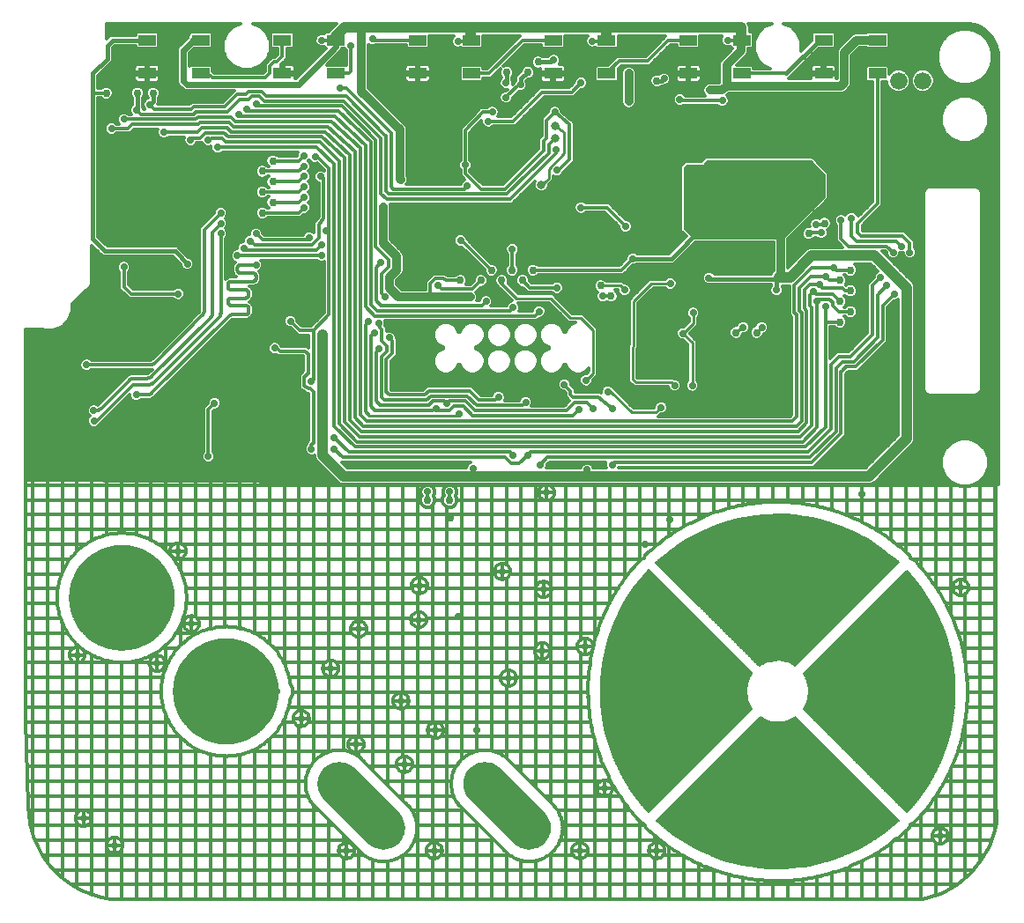
<source format=gbl>
G75*
%MOIN*%
%OFA0B0*%
%FSLAX24Y24*%
%IPPOS*%
%LPD*%
%AMOC8*
5,1,8,0,0,1.08239X$1,22.5*
%
%ADD10R,0.0650X0.0394*%
%ADD11R,0.0500X0.0250*%
%ADD12C,0.0050*%
%ADD13R,0.0250X0.0500*%
%ADD14C,0.0660*%
%ADD15C,0.0277*%
%ADD16C,0.0300*%
%ADD17C,0.0120*%
%ADD18C,0.0160*%
%ADD19C,0.0320*%
%ADD20C,0.0100*%
%ADD21C,0.0400*%
%ADD22C,0.0317*%
%ADD23C,0.0320*%
%ADD24C,0.0240*%
D10*
X006881Y036601D03*
X006881Y037861D03*
X008910Y037861D03*
X008910Y036601D03*
X011999Y036601D03*
X011999Y037861D03*
X014029Y037861D03*
X014029Y036601D03*
X017118Y036601D03*
X017118Y037861D03*
X019147Y037861D03*
X019147Y036601D03*
X022236Y036601D03*
X022236Y037861D03*
X024265Y037861D03*
X024265Y036601D03*
X027354Y036601D03*
X027354Y037861D03*
X029383Y037861D03*
X029383Y036601D03*
X032472Y036601D03*
X032472Y037861D03*
X034501Y037861D03*
X034501Y036601D03*
D11*
X030723Y019750D03*
G36*
X019989Y008732D02*
X020342Y008379D01*
X020165Y008202D01*
X019812Y008555D01*
X019989Y008732D01*
G37*
G36*
X014477Y008732D02*
X014830Y008379D01*
X014653Y008202D01*
X014300Y008555D01*
X014477Y008732D01*
G37*
X009864Y011640D03*
X005927Y015184D03*
X030719Y006691D03*
D12*
X030719Y006522D02*
X030427Y006526D01*
X030049Y006554D01*
X029695Y006601D01*
X029380Y006656D01*
X029128Y006715D01*
X028821Y006798D01*
X028514Y006896D01*
X028282Y006983D01*
X028077Y007069D01*
X027817Y007187D01*
X027522Y007341D01*
X027297Y007467D01*
X027026Y007640D01*
X026797Y007798D01*
X026542Y007995D01*
X026301Y008195D01*
X026160Y008325D01*
X030069Y012235D01*
X030183Y012168D01*
X030313Y012109D01*
X030486Y012058D01*
X030664Y012034D01*
X030829Y012038D01*
X030983Y012061D01*
X031093Y012089D01*
X031215Y012136D01*
X031364Y012215D01*
X031396Y012239D01*
X031423Y012211D01*
X031486Y012140D01*
X035301Y008325D01*
X035258Y008286D01*
X034998Y008061D01*
X034699Y007828D01*
X034388Y007609D01*
X034129Y007446D01*
X033860Y007298D01*
X033227Y007002D01*
X032801Y006849D01*
X032546Y006770D01*
X032179Y006680D01*
X031947Y006632D01*
X031759Y006597D01*
X031569Y006573D01*
X031219Y006538D01*
X031038Y006530D01*
X030719Y006522D01*
X031374Y006554D02*
X030051Y006554D01*
X029688Y006602D02*
X031786Y006602D01*
X032036Y006651D02*
X029411Y006651D01*
X029196Y006699D02*
X032258Y006699D01*
X032454Y006748D02*
X029008Y006748D01*
X028827Y006796D02*
X032630Y006796D01*
X032787Y006845D02*
X028675Y006845D01*
X028524Y006893D02*
X032924Y006893D01*
X033058Y006942D02*
X028392Y006942D01*
X028265Y006990D02*
X033192Y006990D01*
X033304Y007039D02*
X028150Y007039D01*
X028038Y007087D02*
X033408Y007087D01*
X033512Y007136D02*
X027931Y007136D01*
X027825Y007184D02*
X033616Y007184D01*
X033721Y007233D02*
X027731Y007233D01*
X027637Y007281D02*
X033825Y007281D01*
X033918Y007330D02*
X027544Y007330D01*
X027456Y007378D02*
X034006Y007378D01*
X034094Y007427D02*
X027370Y007427D01*
X027285Y007475D02*
X034175Y007475D01*
X034252Y007524D02*
X027209Y007524D01*
X027133Y007572D02*
X034330Y007572D01*
X034405Y007621D02*
X027057Y007621D01*
X026984Y007669D02*
X034474Y007669D01*
X034542Y007718D02*
X026914Y007718D01*
X026843Y007766D02*
X034611Y007766D01*
X034680Y007815D02*
X026776Y007815D01*
X026713Y007863D02*
X034744Y007863D01*
X034806Y007912D02*
X026650Y007912D01*
X026586Y007960D02*
X034868Y007960D01*
X034930Y008009D02*
X026525Y008009D01*
X026467Y008057D02*
X034993Y008057D01*
X035049Y008106D02*
X026409Y008106D01*
X026351Y008154D02*
X035105Y008154D01*
X035162Y008203D02*
X026294Y008203D01*
X026241Y008251D02*
X035218Y008251D01*
X035273Y008300D02*
X026188Y008300D01*
X026182Y008348D02*
X035279Y008348D01*
X035230Y008397D02*
X026231Y008397D01*
X026279Y008445D02*
X035182Y008445D01*
X035133Y008494D02*
X026328Y008494D01*
X026376Y008542D02*
X035085Y008542D01*
X035036Y008591D02*
X026425Y008591D01*
X026473Y008639D02*
X034988Y008639D01*
X034939Y008688D02*
X026522Y008688D01*
X026570Y008736D02*
X034891Y008736D01*
X034842Y008785D02*
X026619Y008785D01*
X026667Y008833D02*
X034794Y008833D01*
X034745Y008882D02*
X026716Y008882D01*
X026764Y008930D02*
X034697Y008930D01*
X034648Y008979D02*
X026813Y008979D01*
X026861Y009027D02*
X034600Y009027D01*
X034551Y009076D02*
X026910Y009076D01*
X026958Y009124D02*
X034503Y009124D01*
X034454Y009173D02*
X027007Y009173D01*
X027055Y009221D02*
X034406Y009221D01*
X034357Y009270D02*
X027104Y009270D01*
X027152Y009318D02*
X034309Y009318D01*
X034260Y009367D02*
X027201Y009367D01*
X027249Y009415D02*
X034212Y009415D01*
X034163Y009464D02*
X027298Y009464D01*
X027346Y009512D02*
X034115Y009512D01*
X034066Y009561D02*
X027395Y009561D01*
X027443Y009609D02*
X034018Y009609D01*
X033969Y009658D02*
X027492Y009658D01*
X027540Y009706D02*
X033921Y009706D01*
X033872Y009755D02*
X027589Y009755D01*
X027637Y009803D02*
X033824Y009803D01*
X033775Y009852D02*
X027686Y009852D01*
X027734Y009900D02*
X033727Y009900D01*
X033678Y009949D02*
X027783Y009949D01*
X027831Y009997D02*
X033630Y009997D01*
X033581Y010046D02*
X027880Y010046D01*
X027928Y010094D02*
X033533Y010094D01*
X033484Y010143D02*
X027977Y010143D01*
X028025Y010191D02*
X033436Y010191D01*
X033387Y010240D02*
X028074Y010240D01*
X028122Y010288D02*
X033339Y010288D01*
X033290Y010337D02*
X028171Y010337D01*
X028219Y010385D02*
X033242Y010385D01*
X033193Y010434D02*
X028268Y010434D01*
X028316Y010482D02*
X033145Y010482D01*
X033096Y010531D02*
X028365Y010531D01*
X028413Y010579D02*
X033048Y010579D01*
X032999Y010628D02*
X028462Y010628D01*
X028510Y010676D02*
X032951Y010676D01*
X032902Y010725D02*
X028559Y010725D01*
X028607Y010773D02*
X032854Y010773D01*
X032805Y010822D02*
X028656Y010822D01*
X028704Y010870D02*
X032757Y010870D01*
X032708Y010919D02*
X028753Y010919D01*
X028801Y010967D02*
X032660Y010967D01*
X032611Y011016D02*
X028850Y011016D01*
X028898Y011064D02*
X032563Y011064D01*
X032514Y011113D02*
X028947Y011113D01*
X028995Y011161D02*
X032466Y011161D01*
X032417Y011210D02*
X029044Y011210D01*
X029092Y011258D02*
X032369Y011258D01*
X032320Y011307D02*
X029141Y011307D01*
X029189Y011355D02*
X032272Y011355D01*
X032223Y011404D02*
X029238Y011404D01*
X029286Y011452D02*
X032175Y011452D01*
X032126Y011501D02*
X029335Y011501D01*
X029383Y011549D02*
X032078Y011549D01*
X032029Y011598D02*
X029432Y011598D01*
X029480Y011646D02*
X031981Y011646D01*
X031932Y011695D02*
X029529Y011695D01*
X029577Y011743D02*
X031884Y011743D01*
X031835Y011792D02*
X029626Y011792D01*
X029674Y011840D02*
X031787Y011840D01*
X031738Y011889D02*
X029723Y011889D01*
X029771Y011937D02*
X031690Y011937D01*
X031641Y011986D02*
X029820Y011986D01*
X029868Y012034D02*
X030663Y012034D01*
X030669Y012034D02*
X031593Y012034D01*
X031544Y012083D02*
X031067Y012083D01*
X031201Y012131D02*
X031496Y012131D01*
X031452Y012180D02*
X031297Y012180D01*
X031382Y012228D02*
X031407Y012228D01*
X031715Y012550D02*
X031786Y012668D01*
X031845Y012798D01*
X031896Y012971D01*
X031920Y013148D01*
X031916Y013313D01*
X031892Y013467D01*
X031864Y013577D01*
X031817Y013699D01*
X031738Y013849D01*
X031715Y013880D01*
X031742Y013908D01*
X031813Y013971D01*
X035620Y017786D01*
X035660Y017735D01*
X035884Y017475D01*
X036116Y017177D01*
X036333Y016869D01*
X036496Y016609D01*
X036644Y016341D01*
X036951Y015711D01*
X037105Y015286D01*
X037183Y015030D01*
X037274Y014664D01*
X037321Y014432D01*
X037356Y014244D01*
X037380Y014054D01*
X037416Y013703D01*
X037423Y013522D01*
X037431Y013203D01*
X037427Y012912D01*
X037400Y012534D01*
X037353Y012180D01*
X037297Y011865D01*
X037238Y011613D01*
X037156Y011306D01*
X037057Y010999D01*
X036971Y010766D01*
X036884Y010561D01*
X036766Y010302D01*
X036612Y010006D01*
X036486Y009782D01*
X036313Y009510D01*
X036156Y009282D01*
X035959Y009026D01*
X035750Y008794D01*
X035612Y008644D01*
X031715Y012550D01*
X031726Y012568D02*
X037402Y012568D01*
X037406Y012616D02*
X031755Y012616D01*
X031784Y012665D02*
X037409Y012665D01*
X037413Y012713D02*
X031806Y012713D01*
X031828Y012762D02*
X037416Y012762D01*
X037420Y012810D02*
X031848Y012810D01*
X031863Y012859D02*
X037424Y012859D01*
X037427Y012907D02*
X031877Y012907D01*
X031891Y012956D02*
X037428Y012956D01*
X037429Y013004D02*
X031900Y013004D01*
X031907Y013053D02*
X037429Y013053D01*
X037430Y013101D02*
X031913Y013101D01*
X031919Y013150D02*
X037431Y013150D01*
X037431Y013198D02*
X031918Y013198D01*
X031917Y013247D02*
X037430Y013247D01*
X037429Y013295D02*
X031916Y013295D01*
X031911Y013344D02*
X037428Y013344D01*
X037427Y013392D02*
X031903Y013392D01*
X031896Y013441D02*
X037425Y013441D01*
X037424Y013489D02*
X031886Y013489D01*
X031874Y013538D02*
X037423Y013538D01*
X037421Y013586D02*
X031861Y013586D01*
X031842Y013635D02*
X037419Y013635D01*
X037416Y013683D02*
X031823Y013683D01*
X031800Y013732D02*
X037413Y013732D01*
X037408Y013780D02*
X031775Y013780D01*
X031749Y013829D02*
X037403Y013829D01*
X037398Y013877D02*
X031717Y013877D01*
X031762Y013926D02*
X037393Y013926D01*
X037388Y013974D02*
X031816Y013974D01*
X031865Y014023D02*
X037383Y014023D01*
X037378Y014071D02*
X031913Y014071D01*
X031962Y014120D02*
X037372Y014120D01*
X037366Y014168D02*
X032010Y014168D01*
X032058Y014217D02*
X037360Y014217D01*
X037352Y014265D02*
X032107Y014265D01*
X032155Y014314D02*
X037343Y014314D01*
X037334Y014362D02*
X032204Y014362D01*
X032252Y014411D02*
X037325Y014411D01*
X037316Y014459D02*
X032300Y014459D01*
X032349Y014508D02*
X037306Y014508D01*
X037296Y014556D02*
X032397Y014556D01*
X032446Y014605D02*
X037286Y014605D01*
X037276Y014653D02*
X032494Y014653D01*
X032542Y014702D02*
X037265Y014702D01*
X037253Y014750D02*
X032591Y014750D01*
X032639Y014799D02*
X037241Y014799D01*
X037229Y014847D02*
X032688Y014847D01*
X032736Y014896D02*
X037217Y014896D01*
X037205Y014944D02*
X032784Y014944D01*
X032833Y014993D02*
X037193Y014993D01*
X037180Y015041D02*
X032881Y015041D01*
X032930Y015090D02*
X037165Y015090D01*
X037150Y015138D02*
X032978Y015138D01*
X033026Y015187D02*
X037135Y015187D01*
X037120Y015235D02*
X033075Y015235D01*
X033123Y015284D02*
X037105Y015284D01*
X037088Y015332D02*
X033172Y015332D01*
X033220Y015381D02*
X037070Y015381D01*
X037053Y015429D02*
X033268Y015429D01*
X033317Y015478D02*
X037035Y015478D01*
X037018Y015526D02*
X033365Y015526D01*
X033414Y015575D02*
X037000Y015575D01*
X036983Y015623D02*
X033462Y015623D01*
X033510Y015672D02*
X036965Y015672D01*
X036947Y015720D02*
X033559Y015720D01*
X033607Y015769D02*
X036923Y015769D01*
X036899Y015817D02*
X033656Y015817D01*
X033704Y015866D02*
X036876Y015866D01*
X036852Y015914D02*
X033752Y015914D01*
X033801Y015963D02*
X036828Y015963D01*
X036805Y016011D02*
X033849Y016011D01*
X033898Y016060D02*
X036781Y016060D01*
X036757Y016108D02*
X033946Y016108D01*
X033994Y016157D02*
X036734Y016157D01*
X036710Y016205D02*
X034043Y016205D01*
X034091Y016254D02*
X036687Y016254D01*
X036663Y016302D02*
X034140Y016302D01*
X034188Y016351D02*
X036639Y016351D01*
X036612Y016399D02*
X034236Y016399D01*
X034285Y016448D02*
X036585Y016448D01*
X036558Y016496D02*
X034333Y016496D01*
X034382Y016545D02*
X036532Y016545D01*
X036505Y016593D02*
X034430Y016593D01*
X034478Y016642D02*
X036476Y016642D01*
X036445Y016690D02*
X034527Y016690D01*
X034575Y016739D02*
X036415Y016739D01*
X036384Y016787D02*
X034624Y016787D01*
X034672Y016836D02*
X036354Y016836D01*
X036322Y016884D02*
X034720Y016884D01*
X034769Y016933D02*
X036288Y016933D01*
X036254Y016981D02*
X034817Y016981D01*
X034866Y017030D02*
X036220Y017030D01*
X036186Y017078D02*
X034914Y017078D01*
X034962Y017127D02*
X036151Y017127D01*
X036117Y017175D02*
X035011Y017175D01*
X035059Y017224D02*
X036080Y017224D01*
X036042Y017272D02*
X035108Y017272D01*
X035156Y017321D02*
X036004Y017321D01*
X035966Y017369D02*
X035204Y017369D01*
X035253Y017418D02*
X035929Y017418D01*
X035891Y017466D02*
X035301Y017466D01*
X035350Y017515D02*
X035850Y017515D01*
X035808Y017563D02*
X035398Y017563D01*
X035446Y017612D02*
X035766Y017612D01*
X035724Y017660D02*
X035495Y017660D01*
X035543Y017709D02*
X035682Y017709D01*
X035642Y017757D02*
X035592Y017757D01*
X035293Y018097D02*
X026137Y018097D01*
X026124Y018085D02*
X026183Y018140D01*
X026443Y018365D01*
X026743Y018598D01*
X027053Y018817D01*
X027313Y018980D01*
X027581Y019128D01*
X028215Y019424D01*
X028640Y019577D01*
X028896Y019656D01*
X029262Y019747D01*
X029494Y019794D01*
X029682Y019829D01*
X029872Y019853D01*
X030223Y019888D01*
X030404Y019896D01*
X030723Y019904D01*
X031014Y019900D01*
X031392Y019873D01*
X031746Y019825D01*
X032061Y019770D01*
X032313Y019711D01*
X032620Y019628D01*
X032927Y019530D01*
X033160Y019443D01*
X033364Y019357D01*
X033624Y019239D01*
X033920Y019085D01*
X034144Y018967D01*
X034416Y018794D01*
X034644Y018628D01*
X034900Y018432D01*
X035136Y018250D01*
X035301Y018105D01*
X031392Y014195D01*
X031262Y014274D01*
X031132Y014333D01*
X030955Y014376D01*
X030778Y014400D01*
X030612Y014388D01*
X030459Y014365D01*
X030349Y014337D01*
X030227Y014290D01*
X030077Y014211D01*
X030034Y014172D01*
X030002Y014203D01*
X029939Y014270D01*
X026124Y018085D01*
X026161Y018048D02*
X035245Y018048D01*
X035196Y018000D02*
X026210Y018000D01*
X026258Y017951D02*
X035148Y017951D01*
X035099Y017903D02*
X026307Y017903D01*
X026355Y017854D02*
X035051Y017854D01*
X035002Y017806D02*
X026404Y017806D01*
X026452Y017757D02*
X034954Y017757D01*
X034905Y017709D02*
X026501Y017709D01*
X026549Y017660D02*
X034857Y017660D01*
X034808Y017612D02*
X026598Y017612D01*
X026646Y017563D02*
X034760Y017563D01*
X034711Y017515D02*
X026695Y017515D01*
X026743Y017466D02*
X034663Y017466D01*
X034614Y017418D02*
X026792Y017418D01*
X026840Y017369D02*
X034566Y017369D01*
X034517Y017321D02*
X026889Y017321D01*
X026937Y017272D02*
X034469Y017272D01*
X034420Y017224D02*
X026986Y017224D01*
X027034Y017175D02*
X034372Y017175D01*
X034323Y017127D02*
X027083Y017127D01*
X027131Y017078D02*
X034275Y017078D01*
X034226Y017030D02*
X027180Y017030D01*
X027228Y016981D02*
X034178Y016981D01*
X034129Y016933D02*
X027277Y016933D01*
X027325Y016884D02*
X034081Y016884D01*
X034032Y016836D02*
X027374Y016836D01*
X027422Y016787D02*
X033984Y016787D01*
X033935Y016739D02*
X027471Y016739D01*
X027519Y016690D02*
X033887Y016690D01*
X033838Y016642D02*
X027568Y016642D01*
X027616Y016593D02*
X033790Y016593D01*
X033741Y016545D02*
X027665Y016545D01*
X027713Y016496D02*
X033693Y016496D01*
X033644Y016448D02*
X027762Y016448D01*
X027810Y016399D02*
X033596Y016399D01*
X033547Y016351D02*
X027859Y016351D01*
X027907Y016302D02*
X033499Y016302D01*
X033450Y016254D02*
X027956Y016254D01*
X028004Y016205D02*
X033402Y016205D01*
X033353Y016157D02*
X028053Y016157D01*
X028101Y016108D02*
X033305Y016108D01*
X033256Y016060D02*
X028150Y016060D01*
X028198Y016011D02*
X033208Y016011D01*
X033159Y015963D02*
X028247Y015963D01*
X028295Y015914D02*
X033111Y015914D01*
X033062Y015866D02*
X028344Y015866D01*
X028392Y015817D02*
X033014Y015817D01*
X032965Y015769D02*
X028441Y015769D01*
X028489Y015720D02*
X032917Y015720D01*
X032868Y015672D02*
X028538Y015672D01*
X028586Y015623D02*
X032820Y015623D01*
X032771Y015575D02*
X028635Y015575D01*
X028683Y015526D02*
X032723Y015526D01*
X032674Y015478D02*
X028732Y015478D01*
X028780Y015429D02*
X032626Y015429D01*
X032577Y015381D02*
X028829Y015381D01*
X028877Y015332D02*
X032529Y015332D01*
X032480Y015284D02*
X028926Y015284D01*
X028974Y015235D02*
X032432Y015235D01*
X032383Y015187D02*
X029023Y015187D01*
X029071Y015138D02*
X032335Y015138D01*
X032286Y015090D02*
X029120Y015090D01*
X029168Y015041D02*
X032238Y015041D01*
X032189Y014993D02*
X029217Y014993D01*
X029265Y014944D02*
X032141Y014944D01*
X032092Y014896D02*
X029314Y014896D01*
X029362Y014847D02*
X032044Y014847D01*
X031995Y014799D02*
X029411Y014799D01*
X029459Y014750D02*
X031947Y014750D01*
X031898Y014702D02*
X029508Y014702D01*
X029556Y014653D02*
X031850Y014653D01*
X031801Y014605D02*
X029605Y014605D01*
X029653Y014556D02*
X031753Y014556D01*
X031704Y014508D02*
X029702Y014508D01*
X029750Y014459D02*
X031656Y014459D01*
X031607Y014411D02*
X029799Y014411D01*
X029847Y014362D02*
X030449Y014362D01*
X030288Y014314D02*
X029896Y014314D01*
X029944Y014265D02*
X030180Y014265D01*
X030087Y014217D02*
X029990Y014217D01*
X029708Y013974D02*
X024080Y013974D01*
X024073Y013926D02*
X029756Y013926D01*
X029766Y013916D02*
X029687Y013790D01*
X029628Y013660D01*
X029577Y013487D01*
X029553Y013310D01*
X029549Y013148D01*
X029569Y012991D01*
X029597Y012880D01*
X029640Y012758D01*
X029719Y012601D01*
X029750Y012550D01*
X029731Y012526D01*
X029660Y012463D01*
X025845Y008648D01*
X025786Y008711D01*
X025561Y008971D01*
X025331Y009273D01*
X025116Y009585D01*
X024953Y009844D01*
X024805Y010113D01*
X024510Y010747D01*
X024368Y011172D01*
X024290Y011428D01*
X024199Y011794D01*
X024152Y012026D01*
X024116Y012214D01*
X024093Y012404D01*
X024057Y012754D01*
X024049Y012936D01*
X024042Y013254D01*
X024046Y013546D01*
X024073Y013924D01*
X024120Y014278D01*
X024175Y014593D01*
X024234Y014845D01*
X024317Y015152D01*
X024416Y015459D01*
X024502Y015691D01*
X024589Y015896D01*
X024707Y016156D01*
X024860Y016451D01*
X024986Y016676D01*
X025160Y016947D01*
X025317Y017176D01*
X025514Y017432D01*
X025723Y017656D01*
X025864Y017817D01*
X029766Y013916D01*
X029742Y013877D02*
X024070Y013877D01*
X024066Y013829D02*
X029711Y013829D01*
X029683Y013780D02*
X024063Y013780D01*
X024059Y013732D02*
X029661Y013732D01*
X029639Y013683D02*
X024056Y013683D01*
X024052Y013635D02*
X029621Y013635D01*
X029606Y013586D02*
X024048Y013586D01*
X024045Y013538D02*
X029592Y013538D01*
X029578Y013489D02*
X024045Y013489D01*
X024044Y013441D02*
X029571Y013441D01*
X029564Y013392D02*
X024043Y013392D01*
X024043Y013344D02*
X029558Y013344D01*
X029553Y013295D02*
X024042Y013295D01*
X024042Y013247D02*
X029552Y013247D01*
X029551Y013198D02*
X024043Y013198D01*
X024044Y013150D02*
X029549Y013150D01*
X029555Y013101D02*
X024045Y013101D01*
X024047Y013053D02*
X029561Y013053D01*
X029567Y013004D02*
X024048Y013004D01*
X024049Y012956D02*
X029578Y012956D01*
X029590Y012907D02*
X024051Y012907D01*
X024053Y012859D02*
X029604Y012859D01*
X029622Y012810D02*
X024055Y012810D01*
X024057Y012762D02*
X029639Y012762D01*
X029663Y012713D02*
X024062Y012713D01*
X024066Y012665D02*
X029687Y012665D01*
X029711Y012616D02*
X024071Y012616D01*
X024076Y012568D02*
X029739Y012568D01*
X029723Y012519D02*
X024081Y012519D01*
X024086Y012471D02*
X029668Y012471D01*
X029619Y012422D02*
X024091Y012422D01*
X024097Y012374D02*
X029570Y012374D01*
X029522Y012325D02*
X024103Y012325D01*
X024109Y012277D02*
X029473Y012277D01*
X029425Y012228D02*
X024115Y012228D01*
X024123Y012180D02*
X029376Y012180D01*
X029328Y012131D02*
X024132Y012131D01*
X024141Y012083D02*
X029279Y012083D01*
X029231Y012034D02*
X024150Y012034D01*
X024160Y011986D02*
X029182Y011986D01*
X029134Y011937D02*
X024170Y011937D01*
X024180Y011889D02*
X029085Y011889D01*
X029037Y011840D02*
X024190Y011840D01*
X024200Y011792D02*
X028988Y011792D01*
X028940Y011743D02*
X024212Y011743D01*
X024224Y011695D02*
X028891Y011695D01*
X028843Y011646D02*
X024236Y011646D01*
X024248Y011598D02*
X028794Y011598D01*
X028746Y011549D02*
X024260Y011549D01*
X024272Y011501D02*
X028697Y011501D01*
X028649Y011452D02*
X024284Y011452D01*
X024297Y011404D02*
X028600Y011404D01*
X028552Y011355D02*
X024312Y011355D01*
X024327Y011307D02*
X028503Y011307D01*
X028455Y011258D02*
X024342Y011258D01*
X024357Y011210D02*
X028406Y011210D01*
X028358Y011161D02*
X024372Y011161D01*
X024388Y011113D02*
X028309Y011113D01*
X028261Y011064D02*
X024404Y011064D01*
X024420Y011016D02*
X028212Y011016D01*
X028164Y010967D02*
X024437Y010967D01*
X024453Y010919D02*
X028115Y010919D01*
X028067Y010870D02*
X024469Y010870D01*
X024485Y010822D02*
X028018Y010822D01*
X027970Y010773D02*
X024501Y010773D01*
X024520Y010725D02*
X027921Y010725D01*
X027873Y010676D02*
X024543Y010676D01*
X024566Y010628D02*
X027824Y010628D01*
X027776Y010579D02*
X024588Y010579D01*
X024611Y010531D02*
X027727Y010531D01*
X027679Y010482D02*
X024633Y010482D01*
X024656Y010434D02*
X027630Y010434D01*
X027582Y010385D02*
X024678Y010385D01*
X024701Y010337D02*
X027533Y010337D01*
X027485Y010288D02*
X024724Y010288D01*
X024746Y010240D02*
X027436Y010240D01*
X027388Y010191D02*
X024769Y010191D01*
X024791Y010143D02*
X027339Y010143D01*
X027291Y010094D02*
X024816Y010094D01*
X024842Y010046D02*
X027242Y010046D01*
X027194Y009997D02*
X024869Y009997D01*
X024896Y009949D02*
X027145Y009949D01*
X027097Y009900D02*
X024923Y009900D01*
X024949Y009852D02*
X027048Y009852D01*
X027000Y009803D02*
X024979Y009803D01*
X025010Y009755D02*
X026951Y009755D01*
X026903Y009706D02*
X025040Y009706D01*
X025071Y009658D02*
X026854Y009658D01*
X026806Y009609D02*
X025101Y009609D01*
X025133Y009561D02*
X026757Y009561D01*
X026709Y009512D02*
X025167Y009512D01*
X025200Y009464D02*
X026660Y009464D01*
X026612Y009415D02*
X025233Y009415D01*
X025267Y009367D02*
X026563Y009367D01*
X026515Y009318D02*
X025300Y009318D01*
X025334Y009270D02*
X026466Y009270D01*
X026418Y009221D02*
X025371Y009221D01*
X025408Y009173D02*
X026369Y009173D01*
X026321Y009124D02*
X025445Y009124D01*
X025482Y009076D02*
X026272Y009076D01*
X026224Y009027D02*
X025519Y009027D01*
X025555Y008979D02*
X026175Y008979D01*
X026127Y008930D02*
X025597Y008930D01*
X025638Y008882D02*
X026078Y008882D01*
X026030Y008833D02*
X025680Y008833D01*
X025722Y008785D02*
X025981Y008785D01*
X025933Y008736D02*
X025764Y008736D01*
X025808Y008688D02*
X025884Y008688D01*
X022107Y008172D02*
X022078Y008292D01*
X022031Y008407D01*
X021967Y008512D01*
X021886Y008606D01*
X020216Y010276D01*
X020122Y010357D01*
X020017Y010421D01*
X019902Y010468D01*
X019782Y010497D01*
X019659Y010507D01*
X019536Y010497D01*
X019416Y010468D01*
X019302Y010421D01*
X019196Y010357D01*
X019102Y010276D01*
X019022Y010182D01*
X018958Y010077D01*
X018910Y009963D01*
X018881Y009843D01*
X018872Y009719D01*
X018881Y009596D01*
X018910Y009476D01*
X018958Y009362D01*
X019022Y009257D01*
X019102Y009163D01*
X020773Y007492D01*
X020867Y007412D01*
X020972Y007348D01*
X021086Y007300D01*
X021206Y007271D01*
X021329Y007262D01*
X021453Y007271D01*
X021573Y007300D01*
X021687Y007348D01*
X021792Y007412D01*
X021886Y007492D01*
X021967Y007586D01*
X022031Y007692D01*
X022078Y007806D01*
X022107Y007926D01*
X022117Y008049D01*
X022107Y008172D01*
X022109Y008154D02*
X020111Y008154D01*
X020063Y008203D02*
X022100Y008203D01*
X022088Y008251D02*
X020014Y008251D01*
X019966Y008300D02*
X022075Y008300D01*
X022055Y008348D02*
X019917Y008348D01*
X019869Y008397D02*
X022035Y008397D01*
X022008Y008445D02*
X019820Y008445D01*
X019772Y008494D02*
X021978Y008494D01*
X021941Y008542D02*
X019723Y008542D01*
X019675Y008591D02*
X021899Y008591D01*
X021853Y008639D02*
X019626Y008639D01*
X019578Y008688D02*
X021805Y008688D01*
X021756Y008736D02*
X019529Y008736D01*
X019481Y008785D02*
X021708Y008785D01*
X021659Y008833D02*
X019432Y008833D01*
X019384Y008882D02*
X021611Y008882D01*
X021562Y008930D02*
X019335Y008930D01*
X019287Y008979D02*
X021514Y008979D01*
X021465Y009027D02*
X019238Y009027D01*
X019190Y009076D02*
X021417Y009076D01*
X021368Y009124D02*
X019141Y009124D01*
X019094Y009173D02*
X021320Y009173D01*
X021271Y009221D02*
X019053Y009221D01*
X019014Y009270D02*
X021223Y009270D01*
X021174Y009318D02*
X018985Y009318D01*
X018956Y009367D02*
X021126Y009367D01*
X021077Y009415D02*
X018936Y009415D01*
X018916Y009464D02*
X021029Y009464D01*
X020980Y009512D02*
X018902Y009512D01*
X018890Y009561D02*
X020932Y009561D01*
X020883Y009609D02*
X018880Y009609D01*
X018877Y009658D02*
X020835Y009658D01*
X020786Y009706D02*
X018873Y009706D01*
X018875Y009755D02*
X020738Y009755D01*
X020689Y009803D02*
X018878Y009803D01*
X018884Y009852D02*
X020641Y009852D01*
X020592Y009900D02*
X018895Y009900D01*
X018907Y009949D02*
X020544Y009949D01*
X020495Y009997D02*
X018924Y009997D01*
X018945Y010046D02*
X020447Y010046D01*
X020398Y010094D02*
X018968Y010094D01*
X018998Y010143D02*
X020350Y010143D01*
X020301Y010191D02*
X019030Y010191D01*
X019071Y010240D02*
X020253Y010240D01*
X020202Y010288D02*
X019116Y010288D01*
X019173Y010337D02*
X020145Y010337D01*
X020075Y010385D02*
X019243Y010385D01*
X019332Y010434D02*
X019987Y010434D01*
X019845Y010482D02*
X019473Y010482D01*
X020160Y008106D02*
X022112Y008106D01*
X022116Y008057D02*
X020208Y008057D01*
X020257Y008009D02*
X022114Y008009D01*
X022110Y007960D02*
X020305Y007960D01*
X020354Y007912D02*
X022104Y007912D01*
X022092Y007863D02*
X020402Y007863D01*
X020451Y007815D02*
X022080Y007815D01*
X022062Y007766D02*
X020499Y007766D01*
X020548Y007718D02*
X022042Y007718D01*
X022017Y007669D02*
X020596Y007669D01*
X020645Y007621D02*
X021987Y007621D01*
X021954Y007572D02*
X020693Y007572D01*
X020742Y007524D02*
X021913Y007524D01*
X021866Y007475D02*
X020793Y007475D01*
X020850Y007427D02*
X021809Y007427D01*
X021737Y007378D02*
X020922Y007378D01*
X021016Y007330D02*
X021643Y007330D01*
X021493Y007281D02*
X021166Y007281D01*
X016595Y007926D02*
X016567Y007806D01*
X016519Y007692D01*
X016455Y007586D01*
X016374Y007492D01*
X016281Y007412D01*
X016175Y007348D01*
X016061Y007300D01*
X015941Y007271D01*
X015818Y007262D01*
X015695Y007271D01*
X015574Y007300D01*
X015460Y007348D01*
X015355Y007412D01*
X015261Y007492D01*
X013591Y009163D01*
X013510Y009257D01*
X013446Y009362D01*
X013398Y009476D01*
X013370Y009596D01*
X013360Y009719D01*
X013370Y009843D01*
X013398Y009963D01*
X013446Y010077D01*
X013510Y010182D01*
X013591Y010276D01*
X013685Y010357D01*
X013790Y010421D01*
X013904Y010468D01*
X014024Y010497D01*
X014147Y010507D01*
X014271Y010497D01*
X014391Y010468D01*
X014505Y010421D01*
X014610Y010357D01*
X014704Y010276D01*
X016374Y008606D01*
X016455Y008512D01*
X016519Y008407D01*
X016567Y008292D01*
X016595Y008172D01*
X016605Y008049D01*
X016595Y007926D01*
X016592Y007912D02*
X014842Y007912D01*
X014793Y007960D02*
X016598Y007960D01*
X016602Y008009D02*
X014745Y008009D01*
X014696Y008057D02*
X016604Y008057D01*
X016601Y008106D02*
X014648Y008106D01*
X014599Y008154D02*
X016597Y008154D01*
X016588Y008203D02*
X014551Y008203D01*
X014502Y008251D02*
X016576Y008251D01*
X016564Y008300D02*
X014454Y008300D01*
X014405Y008348D02*
X016544Y008348D01*
X016523Y008397D02*
X014357Y008397D01*
X014308Y008445D02*
X016496Y008445D01*
X016466Y008494D02*
X014260Y008494D01*
X014211Y008542D02*
X016429Y008542D01*
X016388Y008591D02*
X014163Y008591D01*
X014114Y008639D02*
X016341Y008639D01*
X016293Y008688D02*
X014066Y008688D01*
X014017Y008736D02*
X016244Y008736D01*
X016196Y008785D02*
X013969Y008785D01*
X013920Y008833D02*
X016147Y008833D01*
X016099Y008882D02*
X013872Y008882D01*
X013823Y008930D02*
X016050Y008930D01*
X016002Y008979D02*
X013775Y008979D01*
X013726Y009027D02*
X015953Y009027D01*
X015905Y009076D02*
X013678Y009076D01*
X013629Y009124D02*
X015856Y009124D01*
X015808Y009173D02*
X013582Y009173D01*
X013541Y009221D02*
X015759Y009221D01*
X015711Y009270D02*
X013502Y009270D01*
X013473Y009318D02*
X015662Y009318D01*
X015614Y009367D02*
X013444Y009367D01*
X013424Y009415D02*
X015565Y009415D01*
X015517Y009464D02*
X013404Y009464D01*
X013390Y009512D02*
X015468Y009512D01*
X015420Y009561D02*
X013378Y009561D01*
X013369Y009609D02*
X015371Y009609D01*
X015323Y009658D02*
X013365Y009658D01*
X013361Y009706D02*
X015274Y009706D01*
X015226Y009755D02*
X013363Y009755D01*
X013367Y009803D02*
X015177Y009803D01*
X015129Y009852D02*
X013372Y009852D01*
X013383Y009900D02*
X015080Y009900D01*
X015032Y009949D02*
X013395Y009949D01*
X013413Y009997D02*
X014983Y009997D01*
X014935Y010046D02*
X013433Y010046D01*
X013456Y010094D02*
X014886Y010094D01*
X014838Y010143D02*
X013486Y010143D01*
X013518Y010191D02*
X014789Y010191D01*
X014741Y010240D02*
X013559Y010240D01*
X013604Y010288D02*
X014690Y010288D01*
X014634Y010337D02*
X013661Y010337D01*
X013731Y010385D02*
X014564Y010385D01*
X014475Y010434D02*
X013820Y010434D01*
X013961Y010482D02*
X014334Y010482D01*
X014890Y007863D02*
X016580Y007863D01*
X016569Y007815D02*
X014939Y007815D01*
X014987Y007766D02*
X016550Y007766D01*
X016530Y007718D02*
X015036Y007718D01*
X015084Y007669D02*
X016505Y007669D01*
X016476Y007621D02*
X015133Y007621D01*
X015181Y007572D02*
X016442Y007572D01*
X016401Y007524D02*
X015230Y007524D01*
X015281Y007475D02*
X016354Y007475D01*
X016297Y007427D02*
X015338Y007427D01*
X015411Y007378D02*
X016225Y007378D01*
X016132Y007330D02*
X015504Y007330D01*
X015655Y007281D02*
X015981Y007281D01*
X011256Y011823D02*
X011426Y012017D01*
X011569Y012231D01*
X011683Y012462D01*
X011766Y012706D01*
X011816Y012958D01*
X011833Y013215D01*
X011816Y013472D01*
X011766Y013725D01*
X011683Y013968D01*
X011569Y014199D01*
X011426Y014413D01*
X011256Y014607D01*
X011063Y014777D01*
X010849Y014920D01*
X010618Y015034D01*
X010374Y015116D01*
X010121Y015167D01*
X009864Y015184D01*
X009607Y015167D01*
X009355Y015116D01*
X009111Y015034D01*
X008880Y014920D01*
X008666Y014777D01*
X008472Y014607D01*
X008303Y014413D01*
X008160Y014199D01*
X008046Y013968D01*
X007963Y013725D01*
X007913Y013472D01*
X007896Y013215D01*
X007913Y012958D01*
X007963Y012706D01*
X008046Y012462D01*
X008160Y012231D01*
X008303Y012017D01*
X008472Y011823D01*
X008666Y011653D01*
X008880Y011510D01*
X009111Y011396D01*
X009355Y011314D01*
X009607Y011263D01*
X009864Y011247D01*
X010121Y011263D01*
X010374Y011314D01*
X010618Y011396D01*
X010849Y011510D01*
X011063Y011653D01*
X011256Y011823D01*
X011271Y011840D02*
X008458Y011840D01*
X008415Y011889D02*
X011314Y011889D01*
X011356Y011937D02*
X008373Y011937D01*
X008330Y011986D02*
X011399Y011986D01*
X011438Y012034D02*
X008291Y012034D01*
X008259Y012083D02*
X011470Y012083D01*
X011503Y012131D02*
X008226Y012131D01*
X008194Y012180D02*
X011535Y012180D01*
X011567Y012228D02*
X008161Y012228D01*
X008137Y012277D02*
X011592Y012277D01*
X011616Y012325D02*
X008113Y012325D01*
X008089Y012374D02*
X011640Y012374D01*
X011664Y012422D02*
X008065Y012422D01*
X008043Y012471D02*
X011686Y012471D01*
X011703Y012519D02*
X008026Y012519D01*
X008010Y012568D02*
X011719Y012568D01*
X011735Y012616D02*
X007993Y012616D01*
X007977Y012665D02*
X011752Y012665D01*
X011767Y012713D02*
X007961Y012713D01*
X007952Y012762D02*
X011777Y012762D01*
X011787Y012810D02*
X007942Y012810D01*
X007933Y012859D02*
X011796Y012859D01*
X011806Y012907D02*
X007923Y012907D01*
X007913Y012956D02*
X011816Y012956D01*
X011819Y013004D02*
X007910Y013004D01*
X007907Y013053D02*
X011822Y013053D01*
X011825Y013101D02*
X007903Y013101D01*
X007900Y013150D02*
X011829Y013150D01*
X011832Y013198D02*
X007897Y013198D01*
X007898Y013247D02*
X011831Y013247D01*
X011828Y013295D02*
X007901Y013295D01*
X007904Y013344D02*
X011824Y013344D01*
X011821Y013392D02*
X007908Y013392D01*
X007911Y013441D02*
X011818Y013441D01*
X011813Y013489D02*
X007916Y013489D01*
X007926Y013538D02*
X011803Y013538D01*
X011793Y013586D02*
X007935Y013586D01*
X007945Y013635D02*
X011784Y013635D01*
X011774Y013683D02*
X007955Y013683D01*
X007965Y013732D02*
X011763Y013732D01*
X011747Y013780D02*
X007982Y013780D01*
X007998Y013829D02*
X011731Y013829D01*
X011714Y013877D02*
X008015Y013877D01*
X008031Y013926D02*
X011698Y013926D01*
X011680Y013974D02*
X008049Y013974D01*
X008072Y014023D02*
X011656Y014023D01*
X011632Y014071D02*
X008096Y014071D01*
X008120Y014120D02*
X011609Y014120D01*
X011585Y014168D02*
X008144Y014168D01*
X008171Y014217D02*
X011558Y014217D01*
X011525Y014265D02*
X008204Y014265D01*
X008236Y014314D02*
X011493Y014314D01*
X011460Y014362D02*
X008268Y014362D01*
X008301Y014411D02*
X011428Y014411D01*
X011386Y014459D02*
X008343Y014459D01*
X008385Y014508D02*
X011344Y014508D01*
X011301Y014556D02*
X008428Y014556D01*
X008470Y014605D02*
X011258Y014605D01*
X011204Y014653D02*
X008525Y014653D01*
X008580Y014702D02*
X011148Y014702D01*
X011093Y014750D02*
X008636Y014750D01*
X008699Y014799D02*
X011030Y014799D01*
X010958Y014847D02*
X008771Y014847D01*
X008844Y014896D02*
X010885Y014896D01*
X010799Y014944D02*
X008929Y014944D01*
X009028Y014993D02*
X010701Y014993D01*
X010596Y015041D02*
X009133Y015041D01*
X009276Y015090D02*
X010453Y015090D01*
X010265Y015138D02*
X009464Y015138D01*
X007746Y016005D02*
X007632Y015774D01*
X007489Y015560D01*
X007319Y015366D01*
X007126Y015197D01*
X006912Y015054D01*
X006681Y014940D01*
X006437Y014857D01*
X006184Y014807D01*
X005927Y014790D01*
X005670Y014807D01*
X005418Y014857D01*
X005174Y014940D01*
X004943Y015054D01*
X004729Y015197D01*
X004535Y015366D01*
X004366Y015560D01*
X004223Y015774D01*
X004109Y016005D01*
X004026Y016249D01*
X003976Y016501D01*
X003959Y016758D01*
X003976Y017015D01*
X004026Y017268D01*
X004109Y017512D01*
X004223Y017743D01*
X004366Y017957D01*
X004535Y018150D01*
X004729Y018320D01*
X004943Y018463D01*
X005174Y018577D01*
X005418Y018660D01*
X005670Y018710D01*
X005927Y018727D01*
X006184Y018710D01*
X006437Y018660D01*
X006681Y018577D01*
X006912Y018463D01*
X007126Y018320D01*
X007319Y018150D01*
X007489Y017957D01*
X007632Y017743D01*
X007746Y017512D01*
X007829Y017268D01*
X007879Y017015D01*
X007896Y016758D01*
X007879Y016501D01*
X007829Y016249D01*
X007746Y016005D01*
X007748Y016011D02*
X004107Y016011D01*
X004090Y016060D02*
X007765Y016060D01*
X007781Y016108D02*
X004074Y016108D01*
X004057Y016157D02*
X007798Y016157D01*
X007814Y016205D02*
X004041Y016205D01*
X004025Y016254D02*
X007830Y016254D01*
X007839Y016302D02*
X004015Y016302D01*
X004006Y016351D02*
X007849Y016351D01*
X007859Y016399D02*
X003996Y016399D01*
X003986Y016448D02*
X007868Y016448D01*
X007878Y016496D02*
X003977Y016496D01*
X003973Y016545D02*
X007882Y016545D01*
X007885Y016593D02*
X003970Y016593D01*
X003967Y016642D02*
X007888Y016642D01*
X007891Y016690D02*
X003963Y016690D01*
X003960Y016739D02*
X007895Y016739D01*
X007894Y016787D02*
X003961Y016787D01*
X003964Y016836D02*
X007891Y016836D01*
X007888Y016884D02*
X003967Y016884D01*
X003970Y016933D02*
X007884Y016933D01*
X007881Y016981D02*
X003973Y016981D01*
X003979Y017030D02*
X007876Y017030D01*
X007867Y017078D02*
X003988Y017078D01*
X003998Y017127D02*
X007857Y017127D01*
X007847Y017175D02*
X004008Y017175D01*
X004017Y017224D02*
X007838Y017224D01*
X007827Y017272D02*
X004027Y017272D01*
X004044Y017321D02*
X007811Y017321D01*
X007794Y017369D02*
X004060Y017369D01*
X004077Y017418D02*
X007778Y017418D01*
X007762Y017466D02*
X004093Y017466D01*
X004110Y017515D02*
X007745Y017515D01*
X007721Y017563D02*
X004134Y017563D01*
X004158Y017612D02*
X007697Y017612D01*
X007673Y017660D02*
X004182Y017660D01*
X004206Y017709D02*
X007649Y017709D01*
X007622Y017757D02*
X004232Y017757D01*
X004265Y017806D02*
X007590Y017806D01*
X007558Y017854D02*
X004297Y017854D01*
X004330Y017903D02*
X007525Y017903D01*
X007493Y017951D02*
X004362Y017951D01*
X004403Y018000D02*
X007452Y018000D01*
X007409Y018048D02*
X004446Y018048D01*
X004488Y018097D02*
X007366Y018097D01*
X007324Y018145D02*
X004531Y018145D01*
X004585Y018194D02*
X007270Y018194D01*
X007215Y018242D02*
X004640Y018242D01*
X004695Y018291D02*
X007159Y018291D01*
X007097Y018339D02*
X004758Y018339D01*
X004830Y018388D02*
X007025Y018388D01*
X006952Y018436D02*
X004903Y018436D01*
X004987Y018485D02*
X006868Y018485D01*
X006770Y018533D02*
X005085Y018533D01*
X005188Y018582D02*
X006667Y018582D01*
X006524Y018630D02*
X005330Y018630D01*
X005513Y018679D02*
X006342Y018679D01*
X007725Y015963D02*
X004130Y015963D01*
X004154Y015914D02*
X007701Y015914D01*
X007677Y015866D02*
X004178Y015866D01*
X004201Y015817D02*
X007653Y015817D01*
X007628Y015769D02*
X004226Y015769D01*
X004259Y015720D02*
X007596Y015720D01*
X007564Y015672D02*
X004291Y015672D01*
X004324Y015623D02*
X007531Y015623D01*
X007499Y015575D02*
X004356Y015575D01*
X004395Y015526D02*
X007459Y015526D01*
X007417Y015478D02*
X004438Y015478D01*
X004480Y015429D02*
X007374Y015429D01*
X007332Y015381D02*
X004523Y015381D01*
X004575Y015332D02*
X007280Y015332D01*
X007225Y015284D02*
X004630Y015284D01*
X004685Y015235D02*
X007170Y015235D01*
X007111Y015187D02*
X004744Y015187D01*
X004817Y015138D02*
X007038Y015138D01*
X006966Y015090D02*
X004889Y015090D01*
X004968Y015041D02*
X006886Y015041D01*
X006788Y014993D02*
X005067Y014993D01*
X005165Y014944D02*
X006690Y014944D01*
X006551Y014896D02*
X005304Y014896D01*
X005467Y014847D02*
X006387Y014847D01*
X006061Y014799D02*
X005794Y014799D01*
X008508Y011792D02*
X011220Y011792D01*
X011165Y011743D02*
X008564Y011743D01*
X008619Y011695D02*
X011110Y011695D01*
X011052Y011646D02*
X008677Y011646D01*
X008750Y011598D02*
X010979Y011598D01*
X010907Y011549D02*
X008822Y011549D01*
X008900Y011501D02*
X010829Y011501D01*
X010731Y011452D02*
X008998Y011452D01*
X009097Y011404D02*
X010632Y011404D01*
X010496Y011355D02*
X009233Y011355D01*
X009390Y011307D02*
X010338Y011307D01*
X010040Y011258D02*
X009689Y011258D01*
X024086Y014023D02*
X029659Y014023D01*
X029611Y014071D02*
X024093Y014071D01*
X024099Y014120D02*
X029562Y014120D01*
X029514Y014168D02*
X024106Y014168D01*
X024112Y014217D02*
X029465Y014217D01*
X029417Y014265D02*
X024119Y014265D01*
X024127Y014314D02*
X029368Y014314D01*
X029320Y014362D02*
X024135Y014362D01*
X024144Y014411D02*
X029271Y014411D01*
X029223Y014459D02*
X024152Y014459D01*
X024160Y014508D02*
X029174Y014508D01*
X029126Y014556D02*
X024169Y014556D01*
X024178Y014605D02*
X029077Y014605D01*
X029029Y014653D02*
X024190Y014653D01*
X024201Y014702D02*
X028980Y014702D01*
X028932Y014750D02*
X024212Y014750D01*
X024224Y014799D02*
X028883Y014799D01*
X028835Y014847D02*
X024235Y014847D01*
X024248Y014896D02*
X028786Y014896D01*
X028738Y014944D02*
X024261Y014944D01*
X024274Y014993D02*
X028689Y014993D01*
X028641Y015041D02*
X024287Y015041D01*
X024300Y015090D02*
X028592Y015090D01*
X028544Y015138D02*
X024313Y015138D01*
X024328Y015187D02*
X028495Y015187D01*
X028447Y015235D02*
X024344Y015235D01*
X024359Y015284D02*
X028398Y015284D01*
X028350Y015332D02*
X024375Y015332D01*
X024390Y015381D02*
X028301Y015381D01*
X028253Y015429D02*
X024406Y015429D01*
X024422Y015478D02*
X028204Y015478D01*
X028156Y015526D02*
X024441Y015526D01*
X024459Y015575D02*
X028107Y015575D01*
X028059Y015623D02*
X024477Y015623D01*
X024495Y015672D02*
X028010Y015672D01*
X027962Y015720D02*
X024514Y015720D01*
X024535Y015769D02*
X027913Y015769D01*
X027865Y015817D02*
X024555Y015817D01*
X024576Y015866D02*
X027816Y015866D01*
X027768Y015914D02*
X024597Y015914D01*
X024619Y015963D02*
X027719Y015963D01*
X027671Y016011D02*
X024641Y016011D01*
X024663Y016060D02*
X027622Y016060D01*
X027574Y016108D02*
X024685Y016108D01*
X024707Y016157D02*
X027525Y016157D01*
X027477Y016205D02*
X024732Y016205D01*
X024758Y016254D02*
X027428Y016254D01*
X027380Y016302D02*
X024783Y016302D01*
X024808Y016351D02*
X027331Y016351D01*
X027283Y016399D02*
X024833Y016399D01*
X024859Y016448D02*
X027234Y016448D01*
X027186Y016496D02*
X024886Y016496D01*
X024913Y016545D02*
X027137Y016545D01*
X027089Y016593D02*
X024940Y016593D01*
X024967Y016642D02*
X027040Y016642D01*
X026992Y016690D02*
X024996Y016690D01*
X025027Y016739D02*
X026943Y016739D01*
X026895Y016787D02*
X025058Y016787D01*
X025088Y016836D02*
X026846Y016836D01*
X026798Y016884D02*
X025119Y016884D01*
X025150Y016933D02*
X026749Y016933D01*
X026701Y016981D02*
X025183Y016981D01*
X025216Y017030D02*
X026652Y017030D01*
X026604Y017078D02*
X025250Y017078D01*
X025283Y017127D02*
X026555Y017127D01*
X026507Y017175D02*
X025317Y017175D01*
X025354Y017224D02*
X026458Y017224D01*
X026410Y017272D02*
X025391Y017272D01*
X025429Y017321D02*
X026361Y017321D01*
X026313Y017369D02*
X025466Y017369D01*
X025503Y017418D02*
X026264Y017418D01*
X026216Y017466D02*
X025546Y017466D01*
X025591Y017515D02*
X026167Y017515D01*
X026119Y017563D02*
X025636Y017563D01*
X025681Y017612D02*
X026070Y017612D01*
X026022Y017660D02*
X025726Y017660D01*
X025769Y017709D02*
X025973Y017709D01*
X025925Y017757D02*
X025811Y017757D01*
X025854Y017806D02*
X025876Y017806D01*
X026189Y018145D02*
X035256Y018145D01*
X035201Y018194D02*
X026245Y018194D01*
X026301Y018242D02*
X035146Y018242D01*
X035084Y018291D02*
X026357Y018291D01*
X026414Y018339D02*
X035020Y018339D01*
X034957Y018388D02*
X026473Y018388D01*
X026535Y018436D02*
X034894Y018436D01*
X034831Y018485D02*
X026597Y018485D01*
X026659Y018533D02*
X034768Y018533D01*
X034705Y018582D02*
X026721Y018582D01*
X026788Y018630D02*
X034642Y018630D01*
X034575Y018679D02*
X026856Y018679D01*
X026925Y018727D02*
X034508Y018727D01*
X034441Y018776D02*
X026994Y018776D01*
X027064Y018824D02*
X034368Y018824D01*
X034292Y018873D02*
X027141Y018873D01*
X027218Y018921D02*
X034216Y018921D01*
X034139Y018970D02*
X027295Y018970D01*
X027381Y019018D02*
X034047Y019018D01*
X033955Y019067D02*
X027469Y019067D01*
X027557Y019115D02*
X033862Y019115D01*
X033769Y019164D02*
X027656Y019164D01*
X027761Y019212D02*
X033675Y019212D01*
X033576Y019261D02*
X027865Y019261D01*
X027969Y019309D02*
X033469Y019309D01*
X033362Y019358D02*
X028073Y019358D01*
X028177Y019406D02*
X033248Y019406D01*
X033130Y019455D02*
X028300Y019455D01*
X028435Y019503D02*
X033000Y019503D01*
X032860Y019552D02*
X028569Y019552D01*
X028714Y019600D02*
X032709Y019600D01*
X032545Y019649D02*
X028872Y019649D01*
X029062Y019697D02*
X032365Y019697D01*
X032166Y019746D02*
X029258Y019746D01*
X029496Y019794D02*
X031924Y019794D01*
X031616Y019843D02*
X029790Y019843D01*
X030288Y019891D02*
X031137Y019891D01*
X031014Y014362D02*
X031559Y014362D01*
X031510Y014314D02*
X031175Y014314D01*
X031277Y014265D02*
X031462Y014265D01*
X031413Y014217D02*
X031357Y014217D01*
X031745Y012519D02*
X037398Y012519D01*
X037391Y012471D02*
X031794Y012471D01*
X031842Y012422D02*
X037385Y012422D01*
X037378Y012374D02*
X031891Y012374D01*
X031939Y012325D02*
X037372Y012325D01*
X037366Y012277D02*
X031987Y012277D01*
X032036Y012228D02*
X037359Y012228D01*
X037353Y012180D02*
X032084Y012180D01*
X032133Y012131D02*
X037344Y012131D01*
X037336Y012083D02*
X032181Y012083D01*
X032229Y012034D02*
X037327Y012034D01*
X037319Y011986D02*
X032278Y011986D01*
X032326Y011937D02*
X037310Y011937D01*
X037302Y011889D02*
X032375Y011889D01*
X032423Y011840D02*
X037292Y011840D01*
X037280Y011792D02*
X032471Y011792D01*
X032520Y011743D02*
X037269Y011743D01*
X037258Y011695D02*
X032568Y011695D01*
X032617Y011646D02*
X037246Y011646D01*
X037234Y011598D02*
X032665Y011598D01*
X032713Y011549D02*
X037221Y011549D01*
X037208Y011501D02*
X032762Y011501D01*
X032810Y011452D02*
X037195Y011452D01*
X037182Y011404D02*
X032859Y011404D01*
X032907Y011355D02*
X037169Y011355D01*
X037156Y011307D02*
X032955Y011307D01*
X033004Y011258D02*
X037141Y011258D01*
X037125Y011210D02*
X033052Y011210D01*
X033101Y011161D02*
X037109Y011161D01*
X037094Y011113D02*
X033149Y011113D01*
X033197Y011064D02*
X037078Y011064D01*
X037063Y011016D02*
X033246Y011016D01*
X033294Y010967D02*
X037046Y010967D01*
X037028Y010919D02*
X033343Y010919D01*
X033391Y010870D02*
X037009Y010870D01*
X036991Y010822D02*
X033439Y010822D01*
X033488Y010773D02*
X036973Y010773D01*
X036953Y010725D02*
X033536Y010725D01*
X033585Y010676D02*
X036933Y010676D01*
X036912Y010628D02*
X033633Y010628D01*
X033681Y010579D02*
X036892Y010579D01*
X036870Y010531D02*
X033730Y010531D01*
X033778Y010482D02*
X036848Y010482D01*
X036826Y010434D02*
X033827Y010434D01*
X033875Y010385D02*
X036804Y010385D01*
X036782Y010337D02*
X033923Y010337D01*
X033972Y010288D02*
X036759Y010288D01*
X036734Y010240D02*
X034020Y010240D01*
X034069Y010191D02*
X036708Y010191D01*
X036683Y010143D02*
X034117Y010143D01*
X034165Y010094D02*
X036658Y010094D01*
X036633Y010046D02*
X034214Y010046D01*
X034262Y009997D02*
X036607Y009997D01*
X036580Y009949D02*
X034311Y009949D01*
X034359Y009900D02*
X036553Y009900D01*
X036526Y009852D02*
X034408Y009852D01*
X034456Y009803D02*
X036498Y009803D01*
X036469Y009755D02*
X034504Y009755D01*
X034553Y009706D02*
X036438Y009706D01*
X036407Y009658D02*
X034601Y009658D01*
X034650Y009609D02*
X036376Y009609D01*
X036345Y009561D02*
X034698Y009561D01*
X034746Y009512D02*
X036314Y009512D01*
X036281Y009464D02*
X034795Y009464D01*
X034843Y009415D02*
X036248Y009415D01*
X036214Y009367D02*
X034892Y009367D01*
X034940Y009318D02*
X036181Y009318D01*
X036146Y009270D02*
X034988Y009270D01*
X035037Y009221D02*
X036109Y009221D01*
X036072Y009173D02*
X035085Y009173D01*
X035134Y009124D02*
X036034Y009124D01*
X035997Y009076D02*
X035182Y009076D01*
X035230Y009027D02*
X035960Y009027D01*
X035916Y008979D02*
X035279Y008979D01*
X035327Y008930D02*
X035873Y008930D01*
X035829Y008882D02*
X035376Y008882D01*
X035424Y008833D02*
X035786Y008833D01*
X035742Y008785D02*
X035472Y008785D01*
X035521Y008736D02*
X035697Y008736D01*
X035652Y008688D02*
X035569Y008688D01*
X030402Y012083D02*
X029917Y012083D01*
X029965Y012131D02*
X030264Y012131D01*
X030163Y012180D02*
X030014Y012180D01*
X030062Y012228D02*
X030081Y012228D01*
D13*
X024195Y013239D03*
X037262Y013207D03*
D14*
X036219Y036325D03*
X035301Y036317D03*
D15*
X035061Y037428D03*
X035061Y038215D03*
X034274Y037349D03*
X033723Y037861D03*
X033053Y038215D03*
X032423Y037231D03*
X032030Y037073D03*
X031636Y038254D03*
X029904Y038333D03*
X028841Y037861D03*
X029943Y036916D03*
X029353Y035742D03*
X028644Y035577D03*
X028762Y034672D03*
X029353Y034672D03*
X029353Y033884D03*
X028762Y033884D03*
X028368Y032821D03*
X027975Y032821D03*
X028368Y032428D03*
X028368Y032034D03*
X027975Y032034D03*
X028368Y031640D03*
X028368Y031247D03*
X027975Y031247D03*
X027581Y031640D03*
X027581Y032428D03*
X027660Y033420D03*
X027227Y033813D03*
X026203Y033530D03*
X026061Y033270D03*
X026164Y032979D03*
X025101Y032900D03*
X025101Y033884D03*
X023644Y032506D03*
X023250Y032506D03*
X022857Y031561D03*
X023290Y031522D03*
X023742Y030932D03*
X023742Y030538D03*
X023742Y029947D03*
X023742Y029554D03*
X022938Y028779D03*
X023250Y028373D03*
X023671Y028380D03*
X024116Y028176D03*
X024825Y027861D03*
X024943Y028412D03*
X025258Y029593D03*
X025416Y029947D03*
X025416Y030538D03*
X025416Y030932D03*
X024983Y030813D03*
X026675Y028648D03*
X027305Y028609D03*
X027699Y028491D03*
X028132Y028865D03*
X028093Y029436D03*
X028093Y029750D03*
X028290Y030065D03*
X028703Y030085D03*
X029077Y029790D03*
X029392Y029790D03*
X029707Y029790D03*
X030463Y029829D03*
X030463Y030128D03*
X031242Y030144D03*
X031242Y029829D03*
X031242Y029514D03*
X030691Y028412D03*
X030297Y028412D03*
X030297Y028097D03*
X029943Y027310D03*
X029668Y027310D03*
X029431Y026995D03*
X028970Y027260D03*
X028408Y027231D03*
X027975Y027073D03*
X028053Y026483D03*
X027542Y027546D03*
X027148Y026758D03*
X027124Y026286D03*
X026770Y026286D03*
X026455Y026286D03*
X026140Y026286D03*
X025825Y026286D03*
X024959Y025774D03*
X024959Y025380D03*
X024038Y024987D03*
X024313Y024554D03*
X024471Y023924D03*
X023762Y023924D03*
X023211Y023884D03*
X022660Y024829D03*
X023486Y024987D03*
X021675Y024829D03*
X021675Y025223D03*
X021675Y026207D03*
X021715Y027585D03*
X022529Y028144D03*
X022765Y027908D03*
X022384Y028491D03*
X021754Y028845D03*
X021085Y028373D03*
X020731Y027743D03*
X019707Y027979D03*
X020297Y029160D03*
X020691Y029947D03*
X021597Y030932D03*
X022384Y032939D03*
X022345Y033727D03*
X021085Y033530D03*
X020809Y033845D03*
X020494Y034121D03*
X020534Y033530D03*
X021124Y034121D03*
X021675Y035105D03*
X022305Y035144D03*
X022266Y035577D03*
X021203Y035695D03*
X021006Y036168D03*
X020455Y036247D03*
X020455Y035695D03*
X019943Y035144D03*
X019786Y034790D03*
X019431Y036168D03*
X018920Y037231D03*
X018644Y037821D03*
X017935Y037821D03*
X017148Y037231D03*
X016557Y037585D03*
X015376Y037506D03*
X015416Y037900D03*
X014589Y037664D03*
X014254Y037113D03*
X014195Y036050D03*
X015376Y036050D03*
X016557Y036050D03*
X017935Y036247D03*
X017345Y033294D03*
X017345Y032703D03*
X018034Y032605D03*
X018998Y032349D03*
X019668Y032585D03*
X019707Y032939D03*
X018920Y033136D03*
X018526Y031522D03*
X018526Y030853D03*
X018742Y030282D03*
X017857Y030853D03*
X017857Y031522D03*
X017109Y031522D03*
X017109Y031065D03*
X016298Y031065D03*
X016298Y031522D03*
X015809Y031561D03*
X017279Y029985D03*
X017345Y029239D03*
X017960Y029241D03*
X017896Y028569D03*
X018723Y029160D03*
X018683Y027113D03*
X017620Y027034D03*
X016794Y027113D03*
X016387Y027128D03*
X016006Y027113D03*
X015640Y027144D03*
X015494Y026798D03*
X015258Y027231D03*
X016046Y026601D03*
X015652Y026168D03*
X016219Y025534D03*
X016597Y025538D03*
X016776Y025896D03*
X016601Y024747D03*
X016219Y024750D03*
X017286Y024750D03*
X017620Y025538D03*
X018683Y024908D03*
X018211Y024121D03*
X017817Y023924D03*
X018683Y023727D03*
X019732Y024537D03*
X020179Y024357D03*
X020691Y024632D03*
X020691Y025223D03*
X020691Y026207D03*
X021203Y024160D03*
X021282Y022152D03*
X021754Y021798D03*
X022305Y021798D03*
X022896Y021798D03*
X023526Y021601D03*
X023920Y021798D03*
X024471Y021798D03*
X026321Y023963D03*
X026835Y024792D03*
X027124Y025065D03*
X027124Y025420D03*
X027136Y025837D03*
X027502Y024790D03*
X027404Y024365D03*
X027266Y023963D03*
X027813Y023947D03*
X028341Y023959D03*
X028998Y023963D03*
X028971Y024680D03*
X028250Y024672D03*
X030140Y024396D03*
X030179Y024947D03*
X030179Y025262D03*
X030967Y026089D03*
X030959Y026475D03*
X030297Y026475D03*
X030140Y026995D03*
X031124Y027191D03*
X032227Y027979D03*
X032542Y027782D03*
X032069Y028333D03*
X032305Y028609D03*
X032542Y028924D03*
X032857Y029239D03*
X034116Y029278D03*
X034038Y028727D03*
X034628Y028884D03*
X034864Y028569D03*
X035140Y028254D03*
X035061Y027624D03*
X034038Y027743D03*
X034038Y026876D03*
X035061Y026601D03*
X035061Y024239D03*
X034227Y023668D03*
X033486Y024239D03*
X033486Y023058D03*
X033093Y022270D03*
X033880Y022270D03*
X035061Y023058D03*
X035455Y021483D03*
X036636Y021483D03*
X036636Y022270D03*
X036636Y023058D03*
X036636Y024239D03*
X038605Y024632D03*
X038605Y025813D03*
X038605Y026995D03*
X038605Y028176D03*
X038605Y029357D03*
X038605Y030538D03*
X038605Y031719D03*
X038605Y033294D03*
X037423Y033294D03*
X036636Y034869D03*
X037030Y036247D03*
X036046Y037821D03*
X037030Y038215D03*
X038801Y036247D03*
X038801Y035262D03*
X035849Y033294D03*
X035849Y032113D03*
X034786Y032191D03*
X033880Y033294D03*
X033880Y034081D03*
X033880Y034869D03*
X034786Y034908D03*
X033486Y032113D03*
X033526Y031128D03*
X033132Y031050D03*
X032384Y030577D03*
X032187Y030892D03*
X031518Y032034D03*
X031912Y032428D03*
X031518Y032821D03*
X031124Y032428D03*
X030731Y032821D03*
X030337Y032428D03*
X029943Y032428D03*
X029943Y032821D03*
X029943Y032034D03*
X029943Y031640D03*
X030337Y031640D03*
X030731Y032034D03*
X031124Y031640D03*
X030337Y034081D03*
X030337Y034672D03*
X031321Y034475D03*
X031912Y034869D03*
X031912Y034081D03*
X035101Y029829D03*
X035416Y030065D03*
X035731Y029829D03*
X030731Y023845D03*
X033920Y020695D03*
X035612Y017363D03*
X037660Y017152D03*
X038644Y021286D03*
X038605Y023058D03*
X029589Y028451D03*
X027581Y030853D03*
X026337Y027506D03*
X024412Y026912D03*
X023841Y027388D03*
X020731Y022152D03*
X019224Y021663D03*
X018841Y021798D03*
X018526Y021798D03*
X018329Y020767D03*
X017489Y020770D03*
X017384Y021798D03*
X016164Y021798D03*
X014825Y021798D03*
X013959Y022388D03*
X013959Y022821D03*
X013093Y022388D03*
X012620Y022467D03*
X012227Y022467D03*
X012227Y021876D03*
X012620Y021876D03*
X012670Y023217D03*
X012070Y023867D03*
X011636Y023451D03*
X010849Y022861D03*
X010258Y022861D03*
X010652Y024042D03*
X009431Y024121D03*
X008880Y022861D03*
X009195Y022113D03*
X007502Y021876D03*
X007305Y023254D03*
X007305Y023648D03*
X006479Y024436D03*
X005927Y025223D03*
X004943Y025223D03*
X004589Y025577D03*
X004746Y026601D03*
X004353Y026601D03*
X004156Y026995D03*
X004156Y027388D03*
X004156Y027782D03*
X004904Y029357D03*
X004904Y029750D03*
X005416Y029514D03*
X006006Y029278D03*
X006321Y029554D03*
X007069Y029554D03*
X006321Y030932D03*
X007109Y031443D03*
X007109Y032388D03*
X007109Y033254D03*
X006321Y033687D03*
X005534Y034514D03*
X005179Y034908D03*
X005179Y035341D03*
X006006Y034869D03*
X006479Y035223D03*
X006990Y035420D03*
X007526Y034373D03*
X008014Y033254D03*
X008014Y032388D03*
X008920Y032388D03*
X009471Y032113D03*
X009668Y031325D03*
X009668Y030932D03*
X009668Y030538D03*
X010297Y029711D03*
X010534Y029987D03*
X010770Y030262D03*
X011006Y030538D03*
X010770Y030813D03*
X011006Y030971D03*
X011242Y030813D03*
X011006Y029357D03*
X012423Y029436D03*
X012660Y029160D03*
X012857Y029436D03*
X013053Y029160D03*
X013211Y029436D03*
X013486Y029711D03*
X013486Y030105D03*
X013014Y030380D03*
X013644Y030656D03*
X013211Y031719D03*
X012817Y031916D03*
X012817Y032310D03*
X012817Y032703D03*
X012817Y033097D03*
X012817Y033491D03*
X013250Y033451D03*
X013211Y033058D03*
X013447Y032703D03*
X013211Y032388D03*
X012817Y031522D03*
X010652Y033294D03*
X009471Y033294D03*
X009549Y033806D03*
X009195Y034081D03*
X008526Y034081D03*
X008920Y033254D03*
X008920Y031443D03*
X008014Y031443D03*
X008408Y029396D03*
X008053Y028254D03*
X007423Y026798D03*
X006754Y026798D03*
X006124Y026798D03*
X004864Y023845D03*
X004879Y023451D03*
X006321Y022664D03*
X005534Y021876D03*
X003565Y021876D03*
X002778Y022664D03*
X002778Y023845D03*
X002778Y025026D03*
X005140Y030932D03*
X005691Y032506D03*
X005140Y033687D03*
X006990Y037073D03*
X006990Y037388D03*
X007738Y037939D03*
X008644Y037861D03*
X009904Y038294D03*
X009864Y036955D03*
X010644Y035262D03*
X010337Y035065D03*
X011002Y035456D03*
X011675Y037388D03*
X011479Y038294D03*
X012876Y038333D03*
X013112Y038097D03*
X013309Y038333D03*
X013486Y037861D03*
X012837Y037939D03*
X006321Y038215D03*
X005534Y038215D03*
X012896Y027920D03*
X013132Y027703D03*
X012660Y027703D03*
X012305Y027231D03*
X012612Y026365D03*
X012896Y026365D03*
X012660Y025813D03*
X013093Y024947D03*
X012508Y024292D03*
X011716Y026207D03*
X010652Y025302D03*
X010258Y025853D03*
X010337Y026719D03*
X010022Y026719D03*
X015872Y028156D03*
X015731Y029436D03*
X022266Y037113D03*
X022463Y037428D03*
X022975Y037821D03*
X023723Y037821D03*
X024234Y037310D03*
X023408Y036719D03*
X023290Y036247D03*
X023349Y035754D03*
X023349Y035361D03*
X024549Y035656D03*
X025612Y036640D03*
X026439Y036404D03*
X026754Y036640D03*
X027030Y035617D03*
X025573Y037782D03*
X021993Y020737D03*
X020322Y017755D03*
X021872Y017073D03*
X023454Y014914D03*
X021833Y014750D03*
X020544Y013716D03*
X019348Y011765D03*
X019303Y010229D03*
X017797Y011743D03*
X016479Y012861D03*
X014786Y011207D03*
X014840Y009979D03*
X016620Y010461D03*
X017738Y007191D03*
X014431Y007191D03*
X012703Y012193D03*
X011779Y013216D03*
X013830Y014080D03*
X014882Y015568D03*
X017165Y015931D03*
X017180Y017223D03*
X018641Y016046D03*
X024243Y013239D03*
X024195Y009554D03*
X023250Y007191D03*
X026164Y007191D03*
X026401Y008327D03*
X026511Y018097D03*
X025722Y018794D03*
X026636Y019711D03*
X036872Y007743D03*
X008565Y015774D03*
X007667Y016466D03*
X008053Y018530D03*
X007266Y014278D03*
X004234Y014593D03*
X004471Y008412D03*
X005652Y007388D03*
D16*
X017489Y020455D03*
X018329Y020452D03*
X018335Y019796D03*
X024431Y028176D03*
X024038Y028569D03*
X021479Y029160D03*
X021085Y028766D03*
X020691Y029160D03*
X020297Y028766D03*
X019904Y029160D03*
X019510Y028766D03*
X019116Y029160D03*
X018723Y028766D03*
X020494Y036640D03*
X020888Y037034D03*
X021282Y036640D03*
X021675Y037034D03*
X026164Y036325D03*
X031912Y030538D03*
X032502Y030932D03*
X033486Y029160D03*
X033093Y028766D03*
X033486Y028373D03*
X033093Y027979D03*
X033486Y027585D03*
X033093Y027191D03*
X033486Y026837D03*
X029943Y026798D03*
X029549Y026404D03*
X029156Y026798D03*
X011636Y030932D03*
X011242Y031325D03*
X011636Y031719D03*
X011242Y032113D03*
X011636Y032506D03*
X011242Y032900D03*
X011636Y033294D03*
X007109Y035853D03*
X006518Y035853D03*
X005927Y035853D03*
X005337Y035853D03*
D17*
X003718Y006114D02*
X004042Y005884D01*
X004390Y005692D01*
X004757Y005540D01*
X005139Y005430D01*
X005531Y005363D01*
X005927Y005341D01*
X035849Y005341D01*
X005927Y005341D01*
X005910Y005342D02*
X005910Y007238D01*
X005917Y007247D02*
X005939Y007301D01*
X005951Y007359D01*
X005951Y007388D01*
X005652Y007388D01*
X005652Y007090D01*
X005681Y007090D01*
X005739Y007101D01*
X005793Y007124D01*
X005842Y007156D01*
X005884Y007198D01*
X005917Y007247D01*
X005910Y007388D02*
X005910Y007388D01*
X005951Y007388D02*
X005951Y007418D01*
X005939Y007475D01*
X005917Y007530D01*
X005884Y007579D01*
X005842Y007620D01*
X005793Y007653D01*
X005739Y007676D01*
X005681Y007687D01*
X005652Y007687D01*
X005652Y007388D01*
X005652Y007388D01*
X005652Y007388D01*
X005652Y007090D01*
X005622Y007090D01*
X005565Y007101D01*
X005510Y007124D01*
X005461Y007156D01*
X005420Y007198D01*
X005387Y007247D01*
X005365Y007301D01*
X005353Y007359D01*
X005353Y007388D01*
X005652Y007388D01*
X005951Y007388D01*
X005910Y007539D02*
X005910Y014309D01*
X005927Y014310D02*
X005991Y014306D01*
X006022Y014316D01*
X006153Y014325D01*
X006184Y014319D01*
X006247Y014331D01*
X006311Y014335D01*
X006340Y014349D01*
X006468Y014375D01*
X006501Y014373D01*
X006561Y014394D01*
X006624Y014406D01*
X006650Y014424D01*
X006775Y014466D01*
X006807Y014468D01*
X006864Y014496D01*
X006925Y014517D01*
X006949Y014538D01*
X007067Y014596D01*
X007098Y014603D01*
X007152Y014638D01*
X007209Y014666D01*
X007230Y014691D01*
X007339Y014764D01*
X007370Y014774D01*
X007418Y014816D01*
X007471Y014852D01*
X007489Y014878D01*
X007588Y014965D01*
X007616Y014979D01*
X007659Y015027D01*
X007707Y015069D01*
X007721Y015098D01*
X007807Y015197D01*
X007834Y015215D01*
X007870Y015268D01*
X007912Y015316D01*
X007922Y015346D01*
X007995Y015456D01*
X008019Y015477D01*
X008048Y015534D01*
X008083Y015587D01*
X008089Y015619D01*
X008148Y015737D01*
X008169Y015761D01*
X008189Y015821D01*
X008218Y015879D01*
X008220Y015911D01*
X008262Y016035D01*
X008280Y016062D01*
X008292Y016125D01*
X008313Y016185D01*
X008311Y016217D01*
X008336Y016346D01*
X008351Y016375D01*
X008355Y016439D01*
X008367Y016501D01*
X008361Y016533D01*
X008369Y016664D01*
X008380Y016695D01*
X008376Y016758D01*
X008380Y016822D01*
X008369Y016853D01*
X008361Y016984D01*
X008367Y017015D01*
X008355Y017078D01*
X008351Y017142D01*
X008336Y017170D01*
X008311Y017299D01*
X008313Y017332D01*
X008292Y017392D01*
X008280Y017455D01*
X008262Y017481D01*
X008220Y017606D01*
X008218Y017638D01*
X008189Y017695D01*
X008169Y017756D01*
X008148Y017780D01*
X008089Y017898D01*
X008083Y017929D01*
X008048Y017982D01*
X008019Y018040D01*
X007995Y018061D01*
X007922Y018170D01*
X007912Y018201D01*
X007870Y018249D01*
X007834Y018302D01*
X007807Y018320D01*
X007721Y018419D01*
X007707Y018447D01*
X007659Y018490D01*
X007616Y018538D01*
X007588Y018552D01*
X007489Y018638D01*
X007471Y018665D01*
X007418Y018701D01*
X007370Y018743D01*
X007339Y018753D01*
X007230Y018826D01*
X007209Y018850D01*
X007152Y018879D01*
X007098Y018914D01*
X007067Y018920D01*
X006949Y018978D01*
X006925Y019000D01*
X006864Y019020D01*
X006807Y019048D01*
X006775Y019051D01*
X006650Y019093D01*
X006624Y019111D01*
X006561Y019123D01*
X006501Y019144D01*
X006468Y019142D01*
X006340Y019167D01*
X006311Y019181D01*
X006247Y019186D01*
X006184Y019198D01*
X006153Y019192D01*
X006022Y019200D01*
X005991Y019211D01*
X005927Y019207D01*
X005864Y019211D01*
X005833Y019200D01*
X005702Y019192D01*
X005670Y019198D01*
X005608Y019186D01*
X005544Y019181D01*
X005515Y019167D01*
X005386Y019142D01*
X005354Y019144D01*
X005294Y019123D01*
X005231Y019111D01*
X005204Y019093D01*
X005080Y019051D01*
X005048Y019048D01*
X004991Y019020D01*
X004930Y019000D01*
X004906Y018978D01*
X004788Y018920D01*
X004756Y018914D01*
X004703Y018879D01*
X004646Y018850D01*
X004625Y018826D01*
X004516Y018753D01*
X004485Y018743D01*
X004437Y018701D01*
X004384Y018665D01*
X004366Y018638D01*
X004267Y018552D01*
X004238Y018538D01*
X004196Y018490D01*
X004148Y018447D01*
X004134Y018419D01*
X004047Y018320D01*
X004021Y018302D01*
X003985Y018249D01*
X003943Y018201D01*
X003933Y018170D01*
X003860Y018061D01*
X003835Y018040D01*
X003807Y017982D01*
X003772Y017929D01*
X003765Y017898D01*
X003707Y017780D01*
X003686Y017756D01*
X003666Y017695D01*
X003637Y017638D01*
X003635Y017606D01*
X003593Y017481D01*
X003575Y017455D01*
X003563Y017392D01*
X003542Y017332D01*
X003544Y017299D01*
X003519Y017170D01*
X003504Y017142D01*
X003500Y017078D01*
X003488Y017015D01*
X003494Y016984D01*
X003485Y016853D01*
X003475Y016822D01*
X003479Y016758D01*
X003475Y016695D01*
X003485Y016664D01*
X003494Y016533D01*
X003488Y016501D01*
X003500Y016439D01*
X003504Y016375D01*
X003519Y016346D01*
X003544Y016217D01*
X003542Y016185D01*
X003563Y016125D01*
X003575Y016062D01*
X003593Y016035D01*
X003635Y015911D01*
X003637Y015879D01*
X003666Y015821D01*
X003686Y015761D01*
X003707Y015737D01*
X003765Y015619D01*
X003772Y015587D01*
X003807Y015534D01*
X003835Y015477D01*
X003860Y015456D01*
X003933Y015346D01*
X003943Y015316D01*
X003985Y015268D01*
X004021Y015215D01*
X004047Y015197D01*
X004134Y015098D01*
X004148Y015069D01*
X004196Y015027D01*
X004238Y014979D01*
X004267Y014965D01*
X004366Y014878D01*
X004383Y014853D01*
X004376Y014858D01*
X004322Y014880D01*
X004264Y014892D01*
X004234Y014892D01*
X004205Y014892D01*
X004147Y014880D01*
X004093Y014858D01*
X004044Y014825D01*
X004002Y014783D01*
X003970Y014734D01*
X003947Y014680D01*
X003936Y014622D01*
X003936Y014593D01*
X003936Y014564D01*
X003947Y014506D01*
X003970Y014451D01*
X004002Y014403D01*
X004044Y014361D01*
X004093Y014328D01*
X004147Y014306D01*
X004205Y014294D01*
X004234Y014294D01*
X004234Y014593D01*
X003936Y014593D01*
X004234Y014593D01*
X004234Y014593D01*
X004234Y014593D01*
X004234Y014892D01*
X004234Y014593D01*
X004234Y014593D01*
X004234Y014294D01*
X004264Y014294D01*
X004322Y014306D01*
X004376Y014328D01*
X004425Y014361D01*
X004467Y014403D01*
X004499Y014451D01*
X004522Y014506D01*
X004533Y014564D01*
X004533Y014593D01*
X004533Y014622D01*
X004522Y014680D01*
X004499Y014734D01*
X004467Y014783D01*
X004428Y014822D01*
X004437Y014816D01*
X004485Y014774D01*
X004516Y014764D01*
X004625Y014691D01*
X004646Y014666D01*
X004703Y014638D01*
X004756Y014603D01*
X004788Y014596D01*
X004906Y014538D01*
X004930Y014517D01*
X004991Y014496D01*
X005048Y014468D01*
X005080Y014466D01*
X005204Y014424D01*
X005231Y014406D01*
X005294Y014394D01*
X005354Y014373D01*
X005386Y014375D01*
X005515Y014349D01*
X005544Y014335D01*
X005608Y014331D01*
X005670Y014319D01*
X005702Y014325D01*
X005833Y014316D01*
X005864Y014306D01*
X005927Y014310D01*
X005350Y014374D02*
X005350Y005394D01*
X004790Y005530D02*
X004790Y014595D01*
X004533Y014593D02*
X004235Y014593D01*
X004533Y014593D01*
X004235Y014593D02*
X004235Y014593D01*
X004230Y014593D02*
X004230Y014593D01*
X004234Y014861D02*
X004234Y014861D01*
X004230Y014892D02*
X004230Y014988D01*
X004101Y014861D02*
X002300Y014861D01*
X002300Y014301D02*
X004171Y014301D01*
X004230Y014294D02*
X004230Y008590D01*
X004239Y008602D02*
X004206Y008553D01*
X004183Y008499D01*
X004172Y008441D01*
X004172Y008412D01*
X004471Y008412D01*
X004769Y008412D01*
X004769Y008441D01*
X004758Y008499D01*
X004735Y008553D01*
X004703Y008602D01*
X004661Y008644D01*
X004612Y008677D01*
X004558Y008699D01*
X004500Y008711D01*
X004471Y008711D01*
X004471Y008412D01*
X004471Y008412D01*
X004769Y008412D01*
X004769Y008382D01*
X004758Y008325D01*
X004735Y008270D01*
X004703Y008221D01*
X004661Y008180D01*
X004612Y008147D01*
X004558Y008125D01*
X004500Y008113D01*
X004471Y008113D01*
X004471Y008412D01*
X004471Y008412D01*
X004471Y008412D01*
X004471Y008711D01*
X004441Y008711D01*
X004384Y008699D01*
X004329Y008677D01*
X004280Y008644D01*
X004239Y008602D01*
X004393Y008701D02*
X002394Y008701D01*
X002384Y008884D02*
X002300Y012159D01*
X002300Y021206D01*
X014056Y021169D01*
X014132Y021093D01*
X014250Y021045D01*
X034259Y021045D01*
X034376Y021093D01*
X035794Y022511D01*
X035884Y022601D01*
X035932Y022718D01*
X035932Y028554D01*
X035884Y028672D01*
X034670Y029885D01*
X034790Y029885D01*
X034842Y029833D01*
X034842Y029778D01*
X034881Y029683D01*
X034954Y029610D01*
X035049Y029570D01*
X035152Y029570D01*
X035247Y029610D01*
X035320Y029683D01*
X035359Y029778D01*
X035359Y029809D01*
X035364Y029807D01*
X035467Y029807D01*
X035472Y029809D01*
X035472Y029778D01*
X035511Y029683D01*
X035584Y029610D01*
X035679Y029570D01*
X035782Y029570D01*
X035877Y029610D01*
X035950Y029683D01*
X035989Y029778D01*
X035989Y029881D01*
X035950Y029976D01*
X035911Y030015D01*
X035911Y030258D01*
X035805Y030364D01*
X035766Y030403D01*
X035530Y030639D01*
X033955Y030639D01*
X033942Y030652D01*
X033942Y030857D01*
X034484Y031399D01*
X034681Y031596D01*
X034681Y036284D01*
X034851Y036284D01*
X034851Y036228D01*
X034920Y036062D01*
X035047Y035936D01*
X035212Y035867D01*
X035391Y035867D01*
X035556Y035936D01*
X035683Y036062D01*
X035751Y036228D01*
X035751Y036407D01*
X035683Y036572D01*
X035556Y036699D01*
X035391Y036767D01*
X035212Y036767D01*
X035047Y036699D01*
X034946Y036598D01*
X034946Y036847D01*
X034876Y036918D01*
X034126Y036918D01*
X034056Y036847D01*
X034056Y036354D01*
X034126Y036284D01*
X034321Y036284D01*
X034321Y031745D01*
X034230Y031654D01*
X034230Y031654D01*
X033776Y031200D01*
X033745Y031275D01*
X033672Y031348D01*
X033577Y031387D01*
X033474Y031387D01*
X033379Y031348D01*
X033306Y031275D01*
X033297Y031251D01*
X033279Y031269D01*
X033184Y031308D01*
X033081Y031308D01*
X032986Y031269D01*
X032913Y031196D01*
X032873Y031101D01*
X032873Y030998D01*
X032913Y030903D01*
X032952Y030864D01*
X032952Y030266D01*
X033187Y030031D01*
X031966Y030031D01*
X031848Y029982D01*
X031129Y029263D01*
X031129Y030338D01*
X032546Y031755D01*
X032663Y031872D01*
X032663Y032825D01*
X032151Y033337D01*
X032034Y033454D01*
X028010Y033454D01*
X027852Y033297D01*
X027262Y033297D01*
X027066Y033101D01*
X027066Y030652D01*
X027278Y030439D01*
X026632Y029793D01*
X025424Y029793D01*
X025405Y029812D01*
X025310Y029852D01*
X025207Y029852D01*
X025112Y029812D01*
X025039Y029740D01*
X024999Y029644D01*
X024999Y029589D01*
X024750Y029340D01*
X021680Y029340D01*
X021632Y029389D01*
X021532Y029430D01*
X021425Y029430D01*
X021326Y029389D01*
X021250Y029313D01*
X021209Y029214D01*
X021209Y029106D01*
X021250Y029007D01*
X021326Y028931D01*
X021425Y028890D01*
X021532Y028890D01*
X021632Y028931D01*
X021680Y028980D01*
X024900Y028980D01*
X025005Y029085D01*
X025254Y029334D01*
X025310Y029334D01*
X025405Y029374D01*
X025424Y029393D01*
X026798Y029393D01*
X027624Y030220D01*
X030569Y030220D01*
X030569Y029136D01*
X030499Y029066D01*
X030474Y029006D01*
X028354Y029006D01*
X028351Y029011D01*
X028279Y029084D01*
X028184Y029123D01*
X028081Y029123D01*
X027986Y029084D01*
X027913Y029011D01*
X027873Y028916D01*
X027873Y028813D01*
X027913Y028718D01*
X027986Y028645D01*
X028081Y028606D01*
X028108Y028606D01*
X028108Y028606D01*
X030491Y028606D01*
X030491Y028578D01*
X030472Y028558D01*
X030432Y028463D01*
X030432Y028360D01*
X030472Y028265D01*
X030545Y028193D01*
X030640Y028153D01*
X030743Y028153D01*
X030838Y028193D01*
X030911Y028265D01*
X030950Y028360D01*
X030950Y028463D01*
X030911Y028558D01*
X030905Y028564D01*
X031180Y028564D01*
X031180Y027471D01*
X031259Y027392D01*
X031259Y023683D01*
X031207Y023631D01*
X026230Y023631D01*
X026303Y023704D01*
X026373Y023704D01*
X026468Y023744D01*
X026540Y023817D01*
X026580Y023912D01*
X026580Y024015D01*
X026540Y024110D01*
X026468Y024182D01*
X026373Y024222D01*
X026270Y024222D01*
X026175Y024182D01*
X026175Y024183D02*
X025043Y024183D01*
X024924Y024301D02*
X031259Y024301D01*
X031259Y024183D02*
X026467Y024183D01*
X026559Y024064D02*
X031259Y024064D01*
X031259Y023946D02*
X026580Y023946D01*
X026545Y023827D02*
X031259Y023827D01*
X031259Y023709D02*
X026383Y023709D01*
X026062Y023945D02*
X026054Y023936D01*
X025289Y023936D01*
X024538Y024688D01*
X024533Y024700D01*
X024460Y024773D01*
X024365Y024812D01*
X024262Y024812D01*
X024167Y024773D01*
X024094Y024700D01*
X024054Y024605D01*
X024054Y024516D01*
X024033Y024537D01*
X024025Y024537D01*
X024018Y024542D01*
X023951Y024537D01*
X023076Y024537D01*
X023076Y024668D01*
X022918Y024825D01*
X022918Y024881D01*
X022879Y024976D01*
X022806Y025049D01*
X022711Y025088D01*
X022608Y025088D01*
X022513Y025049D01*
X022440Y024976D01*
X022401Y024881D01*
X022401Y024778D01*
X022440Y024683D01*
X022513Y024610D01*
X022608Y024570D01*
X022664Y024570D01*
X022716Y024518D01*
X022716Y024361D01*
X022821Y024256D01*
X022858Y024219D01*
X022664Y024025D01*
X021427Y024025D01*
X021462Y024108D01*
X021462Y024211D01*
X021422Y024306D01*
X021350Y024379D01*
X021254Y024419D01*
X021152Y024419D01*
X021056Y024379D01*
X020984Y024306D01*
X020949Y024222D01*
X020404Y024222D01*
X020438Y024305D01*
X020438Y024408D01*
X020399Y024503D01*
X020326Y024576D01*
X020231Y024616D01*
X020128Y024616D01*
X020033Y024576D01*
X019960Y024503D01*
X019925Y024419D01*
X019506Y024419D01*
X019152Y024773D01*
X017467Y024773D01*
X017310Y024616D01*
X016120Y024616D01*
X016107Y024628D01*
X016107Y025700D01*
X016344Y025936D01*
X016344Y026557D01*
X016304Y026597D01*
X016304Y026652D01*
X016265Y026747D01*
X016192Y026820D01*
X016097Y026860D01*
X015994Y026860D01*
X015938Y026836D01*
X015938Y026998D01*
X015883Y027054D01*
X015899Y027093D01*
X015899Y027196D01*
X015877Y027248D01*
X021632Y027248D01*
X021711Y027326D01*
X021766Y027326D01*
X021861Y027366D01*
X021934Y027439D01*
X021974Y027534D01*
X021974Y027637D01*
X021934Y027732D01*
X021861Y027804D01*
X021766Y027844D01*
X021663Y027844D01*
X021568Y027804D01*
X021495Y027732D01*
X021456Y027637D01*
X021456Y027608D01*
X020955Y027608D01*
X020989Y027691D01*
X020989Y027794D01*
X020950Y027889D01*
X020922Y027917D01*
X020923Y027917D01*
X020933Y027927D01*
X022077Y027927D01*
X022726Y027278D01*
X022825Y027179D01*
X023085Y027179D01*
X022921Y027111D01*
X022787Y026977D01*
X022723Y026821D01*
X022660Y026821D01*
X022595Y026977D01*
X022461Y027111D01*
X022286Y027184D01*
X022096Y027184D01*
X021921Y027111D01*
X021787Y026977D01*
X021715Y026802D01*
X021715Y026612D01*
X021787Y026437D01*
X021921Y026303D01*
X022077Y026239D01*
X022077Y026176D01*
X021921Y026111D01*
X021787Y025977D01*
X021715Y025802D01*
X021715Y025612D01*
X021787Y025437D01*
X021921Y025303D01*
X022096Y025231D01*
X022286Y025231D01*
X022461Y025303D01*
X022595Y025437D01*
X022660Y025593D01*
X022723Y025593D01*
X022787Y025437D01*
X022921Y025303D01*
X023096Y025231D01*
X023286Y025231D01*
X023461Y025303D01*
X023592Y025434D01*
X023592Y025333D01*
X023505Y025245D01*
X023435Y025245D01*
X023340Y025206D01*
X023267Y025133D01*
X023228Y025038D01*
X023228Y024935D01*
X023267Y024840D01*
X023340Y024767D01*
X023435Y024728D01*
X023538Y024728D01*
X023633Y024767D01*
X023706Y024840D01*
X023745Y024935D01*
X023745Y025005D01*
X023832Y025092D01*
X023932Y025192D01*
X023932Y026947D01*
X023460Y027419D01*
X023360Y027519D01*
X022966Y027519D01*
X022218Y028267D01*
X020933Y028267D01*
X020544Y028656D01*
X020567Y028713D01*
X020567Y028820D01*
X020526Y028919D01*
X020450Y028995D01*
X020351Y029036D01*
X020244Y029036D01*
X020145Y028995D01*
X020069Y028919D01*
X020027Y028820D01*
X020027Y028713D01*
X020069Y028613D01*
X020145Y028537D01*
X020160Y028531D01*
X020690Y028001D01*
X020679Y028001D01*
X020584Y027962D01*
X020511Y027889D01*
X020476Y027804D01*
X019899Y027804D01*
X019926Y027832D01*
X019966Y027927D01*
X019966Y028030D01*
X019926Y028125D01*
X019853Y028198D01*
X019758Y028238D01*
X019655Y028238D01*
X019560Y028198D01*
X019488Y028125D01*
X019448Y028030D01*
X019448Y028001D01*
X019364Y028001D01*
X019396Y028081D01*
X019396Y028192D01*
X019354Y028295D01*
X019324Y028325D01*
X019375Y028377D01*
X019495Y028496D01*
X019564Y028496D01*
X019663Y028537D01*
X019739Y028613D01*
X019780Y028713D01*
X019780Y028820D01*
X019739Y028919D01*
X019663Y028995D01*
X019564Y029036D01*
X019456Y029036D01*
X019357Y028995D01*
X019281Y028919D01*
X019240Y028820D01*
X019240Y028751D01*
X019121Y028631D01*
X018959Y028631D01*
X018993Y028713D01*
X018993Y028820D01*
X018952Y028919D01*
X018876Y028995D01*
X018776Y029036D01*
X018669Y029036D01*
X018570Y028995D01*
X018521Y028946D01*
X018246Y028946D01*
X018167Y029025D01*
X017703Y029025D01*
X017506Y028828D01*
X017401Y028723D01*
X017401Y028416D01*
X016516Y028416D01*
X016326Y028607D01*
X016326Y028768D01*
X016558Y029001D01*
X016601Y029104D01*
X016601Y029727D01*
X016558Y029830D01*
X016480Y029909D01*
X016480Y029909D01*
X016089Y030300D01*
X016089Y031617D01*
X016073Y031657D01*
X020687Y031657D01*
X020792Y031763D01*
X021542Y032512D01*
X021514Y032444D01*
X021514Y032333D01*
X021556Y032230D01*
X021635Y032151D01*
X021738Y032108D01*
X021849Y032108D01*
X021952Y032151D01*
X022031Y032230D01*
X022074Y032333D01*
X022074Y032404D01*
X022132Y032454D01*
X022140Y032454D01*
X022185Y032500D01*
X022233Y032541D01*
X022234Y032549D01*
X022239Y032554D01*
X022239Y032618D01*
X022244Y032682D01*
X022239Y032687D01*
X022239Y032719D01*
X022333Y032681D01*
X022436Y032681D01*
X022531Y032720D01*
X022603Y032793D01*
X022627Y032849D01*
X022931Y033153D01*
X023037Y033259D01*
X023037Y034605D01*
X023042Y034611D01*
X023037Y034679D01*
X023037Y034746D01*
X023031Y034752D01*
X023030Y034760D01*
X022979Y034804D01*
X022931Y034852D01*
X022923Y034852D01*
X022564Y035159D01*
X022564Y035196D01*
X022525Y035291D01*
X022452Y035364D01*
X022357Y035403D01*
X022254Y035403D01*
X022159Y035364D01*
X022086Y035291D01*
X022047Y035196D01*
X022047Y035140D01*
X021916Y035009D01*
X021810Y034904D01*
X021810Y034234D01*
X021798Y034222D01*
X021692Y034116D01*
X021692Y033762D01*
X020341Y032411D01*
X019585Y032411D01*
X019100Y032896D01*
X019100Y032950D01*
X019139Y032990D01*
X019178Y033085D01*
X019178Y033188D01*
X019139Y033283D01*
X019100Y033322D01*
X019100Y034364D01*
X019527Y034816D01*
X019527Y034738D01*
X019566Y034643D01*
X019639Y034570D01*
X019734Y034531D01*
X019837Y034531D01*
X019932Y034570D01*
X019972Y034610D01*
X020805Y034610D01*
X020911Y034715D01*
X021907Y035712D01*
X023010Y035712D01*
X023115Y035818D01*
X023285Y035988D01*
X023341Y035988D01*
X023436Y036027D01*
X023509Y036100D01*
X023548Y036195D01*
X023548Y036298D01*
X023509Y036393D01*
X023436Y036466D01*
X023341Y036505D01*
X023238Y036505D01*
X023143Y036466D01*
X023070Y036393D01*
X023031Y036298D01*
X023031Y036242D01*
X022861Y036072D01*
X021758Y036072D01*
X020656Y034970D01*
X020135Y034970D01*
X020162Y034998D01*
X020202Y035093D01*
X020202Y035196D01*
X020162Y035291D01*
X020090Y035364D01*
X019995Y035403D01*
X019892Y035403D01*
X019797Y035364D01*
X019757Y035324D01*
X019660Y035324D01*
X019658Y035326D01*
X019586Y035324D01*
X019514Y035324D01*
X019512Y035322D01*
X019509Y035322D01*
X019460Y035270D01*
X019409Y035219D01*
X019409Y035216D01*
X018790Y034561D01*
X018740Y034510D01*
X018740Y034507D01*
X018737Y034505D01*
X018740Y034433D01*
X018740Y033322D01*
X018700Y033283D01*
X018661Y033188D01*
X018661Y033085D01*
X018700Y032990D01*
X018740Y032950D01*
X018740Y032747D01*
X018845Y032641D01*
X018899Y032588D01*
X018852Y032568D01*
X018779Y032495D01*
X018744Y032411D01*
X016700Y032411D01*
X016716Y032427D01*
X016759Y032529D01*
X016759Y032641D01*
X016719Y032736D01*
X016719Y034531D01*
X016677Y034633D01*
X016598Y034712D01*
X015263Y036048D01*
X015263Y037687D01*
X015269Y037681D01*
X015364Y037641D01*
X015467Y037641D01*
X015562Y037681D01*
X016673Y037681D01*
X016673Y037614D01*
X016743Y037544D01*
X017492Y037544D01*
X017563Y037614D01*
X017563Y038013D01*
X018470Y038013D01*
X018425Y037968D01*
X018385Y037873D01*
X018385Y037770D01*
X018425Y037675D01*
X018497Y037602D01*
X018592Y037563D01*
X018695Y037563D01*
X018736Y037580D01*
X018772Y037544D01*
X019075Y037544D01*
X019083Y037541D01*
X019210Y037541D01*
X019218Y037544D01*
X019521Y037544D01*
X019592Y037614D01*
X019592Y038013D01*
X020983Y038013D01*
X020905Y037935D01*
X019750Y036781D01*
X019592Y036781D01*
X019592Y036847D01*
X019521Y036918D01*
X018772Y036918D01*
X018702Y036847D01*
X018702Y036354D01*
X018772Y036284D01*
X019521Y036284D01*
X019592Y036354D01*
X019592Y036421D01*
X019900Y036421D01*
X020261Y036782D01*
X020224Y036694D01*
X020224Y036587D01*
X020265Y036487D01*
X020294Y036458D01*
X020294Y036452D01*
X020236Y036393D01*
X020196Y036298D01*
X020196Y036195D01*
X020236Y036100D01*
X020308Y036027D01*
X020403Y035988D01*
X020504Y035988D01*
X020467Y035954D01*
X020403Y035954D01*
X020308Y035915D01*
X020236Y035842D01*
X020196Y035747D01*
X020196Y035644D01*
X020236Y035549D01*
X020308Y035476D01*
X020403Y035437D01*
X020506Y035437D01*
X020602Y035476D01*
X020674Y035549D01*
X020714Y035644D01*
X020714Y035692D01*
X020952Y035910D01*
X020955Y035909D01*
X021058Y035909D01*
X021153Y035948D01*
X021225Y036021D01*
X021265Y036116D01*
X021265Y036219D01*
X021225Y036314D01*
X021218Y036322D01*
X021274Y036370D01*
X021335Y036370D01*
X021435Y036411D01*
X021511Y036487D01*
X021552Y036587D01*
X021552Y036694D01*
X021511Y036793D01*
X021435Y036869D01*
X021335Y036910D01*
X021228Y036910D01*
X021129Y036869D01*
X021053Y036793D01*
X021012Y036694D01*
X021012Y036672D01*
X020932Y036604D01*
X020923Y036604D01*
X020870Y036551D01*
X020813Y036502D01*
X020812Y036493D01*
X020806Y036487D01*
X020806Y036412D01*
X020800Y036337D01*
X020804Y036332D01*
X020787Y036314D01*
X020747Y036219D01*
X020747Y036211D01*
X020704Y036171D01*
X020714Y036195D01*
X020714Y036298D01*
X020694Y036345D01*
X020694Y036458D01*
X020723Y036487D01*
X020764Y036587D01*
X020764Y036694D01*
X020723Y036793D01*
X020647Y036869D01*
X020548Y036910D01*
X020441Y036910D01*
X020352Y036874D01*
X021159Y037681D01*
X021791Y037681D01*
X021791Y037614D01*
X021861Y037544D01*
X022610Y037544D01*
X022681Y037614D01*
X022681Y038013D01*
X023549Y038013D01*
X023503Y037968D01*
X023464Y037873D01*
X023464Y037770D01*
X023503Y037675D01*
X023576Y037602D01*
X023671Y037563D01*
X023774Y037563D01*
X023843Y037591D01*
X023890Y037544D01*
X024194Y037544D01*
X024201Y037541D01*
X024328Y037541D01*
X024336Y037544D01*
X024640Y037544D01*
X024710Y037614D01*
X024710Y038013D01*
X026495Y038013D01*
X026417Y037935D01*
X025735Y037253D01*
X024663Y037253D01*
X024557Y037148D01*
X024327Y036918D01*
X023890Y036918D01*
X023820Y036847D01*
X023820Y036354D01*
X023890Y036284D01*
X024640Y036284D01*
X024710Y036354D01*
X024710Y036791D01*
X024812Y036893D01*
X025884Y036893D01*
X026671Y037681D01*
X026909Y037681D01*
X026909Y037614D01*
X026979Y037544D01*
X027728Y037544D01*
X027799Y037614D01*
X027799Y038013D01*
X028627Y038013D01*
X028621Y038007D01*
X028582Y037912D01*
X028582Y037809D01*
X028621Y037714D01*
X028694Y037641D01*
X028789Y037602D01*
X028892Y037602D01*
X028938Y037621D01*
X028938Y037614D01*
X029008Y037544D01*
X029033Y037544D01*
X028643Y037153D01*
X028564Y037074D01*
X028521Y036972D01*
X028521Y036263D01*
X028506Y036251D01*
X028116Y036251D01*
X028013Y036208D01*
X027934Y036130D01*
X027891Y036027D01*
X027891Y035915D01*
X027934Y035812D01*
X027989Y035757D01*
X027252Y035757D01*
X027249Y035763D01*
X027176Y035836D01*
X027081Y035875D01*
X026978Y035875D01*
X026883Y035836D01*
X026810Y035763D01*
X026771Y035668D01*
X026771Y035565D01*
X026810Y035470D01*
X026883Y035397D01*
X026978Y035358D01*
X027081Y035358D01*
X027176Y035397D01*
X028458Y035397D01*
X028497Y035358D01*
X028592Y035319D01*
X028695Y035319D01*
X028791Y035358D01*
X028863Y035431D01*
X028903Y035526D01*
X028903Y035629D01*
X028863Y035724D01*
X028810Y035777D01*
X028900Y035848D01*
X033188Y035848D01*
X033291Y035891D01*
X033369Y035970D01*
X033488Y036088D01*
X033530Y036191D01*
X033530Y037272D01*
X033839Y037581D01*
X034089Y037581D01*
X034126Y037544D01*
X034876Y037544D01*
X034946Y037614D01*
X034946Y038107D01*
X034876Y038178D01*
X034126Y038178D01*
X034089Y038141D01*
X033667Y038141D01*
X033564Y038098D01*
X033485Y038019D01*
X033092Y037626D01*
X033013Y037547D01*
X032970Y037444D01*
X032970Y036408D01*
X032957Y036408D01*
X032957Y036562D01*
X032510Y036562D01*
X032510Y036639D01*
X032433Y036639D01*
X032433Y036562D01*
X031987Y036562D01*
X031987Y036408D01*
X031136Y036408D01*
X032271Y037544D01*
X032847Y037544D01*
X032917Y037614D01*
X032917Y038107D01*
X032847Y038178D01*
X032097Y038178D01*
X032027Y038107D01*
X032027Y037865D01*
X031620Y037459D01*
X031620Y037802D01*
X031485Y038129D01*
X031235Y038379D01*
X030953Y038496D01*
X037817Y038496D01*
X037982Y038485D01*
X038301Y038399D01*
X038587Y038234D01*
X038821Y038001D01*
X038986Y037715D01*
X039071Y037396D01*
X039082Y037231D01*
X039082Y021051D01*
X038160Y021055D01*
X038321Y021122D01*
X038572Y021372D01*
X038707Y021699D01*
X038707Y022053D01*
X038572Y022381D01*
X038321Y022631D01*
X037994Y022766D01*
X037640Y022766D01*
X037313Y022631D01*
X037063Y022381D01*
X036927Y022053D01*
X036927Y021699D01*
X037063Y021372D01*
X037313Y021122D01*
X037467Y021058D01*
X034323Y021071D01*
X034376Y021093D01*
X034387Y021104D01*
X037380Y021094D01*
X037640Y020987D01*
X037994Y020987D01*
X038247Y021091D01*
X038998Y021089D01*
X038998Y008884D01*
X039020Y008528D01*
X039003Y008200D01*
X038958Y007946D01*
X038742Y007351D01*
X038426Y006804D01*
X038020Y006320D01*
X037535Y005913D01*
X036988Y005597D01*
X036458Y005404D01*
X036205Y005361D01*
X035849Y005341D01*
X035590Y005341D02*
X035590Y007937D01*
X035573Y007919D02*
X035613Y007960D01*
X035643Y007986D01*
X035646Y007991D01*
X035694Y008035D01*
X035699Y008046D01*
X035707Y008054D01*
X035739Y008132D01*
X035766Y008188D01*
X035804Y008206D01*
X035883Y008238D01*
X035891Y008245D01*
X035900Y008250D01*
X035958Y008312D01*
X036018Y008373D01*
X036022Y008382D01*
X036040Y008402D01*
X036043Y008403D01*
X036104Y008472D01*
X036167Y008540D01*
X036168Y008542D01*
X036264Y008649D01*
X036280Y008659D01*
X036327Y008720D01*
X036379Y008777D01*
X036385Y008795D01*
X036485Y008925D01*
X036496Y008932D01*
X036543Y009000D01*
X036593Y009066D01*
X036597Y009078D01*
X036658Y009168D01*
X036666Y009173D01*
X036712Y009246D01*
X036761Y009317D01*
X036763Y009326D01*
X036846Y009456D01*
X036857Y009465D01*
X036897Y009536D01*
X036941Y009605D01*
X036944Y009619D01*
X036987Y009696D01*
X036993Y009701D01*
X037034Y009779D01*
X037076Y009855D01*
X037077Y009863D01*
X037153Y010008D01*
X037162Y010017D01*
X037197Y010092D01*
X037235Y010165D01*
X037236Y010178D01*
X037283Y010283D01*
X037288Y010287D01*
X037323Y010369D01*
X037359Y010450D01*
X037360Y010457D01*
X037379Y010502D01*
X037386Y010510D01*
X037416Y010589D01*
X037449Y010667D01*
X037449Y010678D01*
X037477Y010753D01*
X037484Y010762D01*
X037510Y010842D01*
X037539Y010920D01*
X037539Y010932D01*
X037586Y011080D01*
X037593Y011089D01*
X037615Y011170D01*
X037641Y011250D01*
X037640Y011262D01*
X037678Y011404D01*
X037683Y011411D01*
X037703Y011496D01*
X037725Y011580D01*
X037724Y011588D01*
X037745Y011676D01*
X037753Y011688D01*
X037767Y011769D01*
X037785Y011848D01*
X037783Y011862D01*
X037809Y012013D01*
X037815Y012022D01*
X037826Y012107D01*
X037841Y012191D01*
X037838Y012201D01*
X037864Y012391D01*
X037870Y012404D01*
X037876Y012485D01*
X037887Y012565D01*
X037883Y012579D01*
X037899Y012797D01*
X037905Y012810D01*
X037906Y012891D01*
X037912Y012972D01*
X037907Y012986D01*
X037909Y013111D01*
X037912Y013120D01*
X037910Y013206D01*
X037911Y013292D01*
X037908Y013301D01*
X037904Y013443D01*
X037906Y013448D01*
X037902Y013538D01*
X037900Y013629D01*
X037898Y013633D01*
X037897Y013643D01*
X037901Y013657D01*
X037893Y013738D01*
X037890Y013819D01*
X037884Y013832D01*
X037865Y014013D01*
X037867Y014018D01*
X037856Y014107D01*
X037847Y014197D01*
X037844Y014202D01*
X037841Y014223D01*
X037845Y014238D01*
X037830Y014317D01*
X037820Y014397D01*
X037812Y014411D01*
X037808Y014430D01*
X037809Y014434D01*
X037791Y014523D01*
X037774Y014614D01*
X037772Y014617D01*
X037760Y014676D01*
X037761Y014686D01*
X037741Y014769D01*
X037724Y014853D01*
X037718Y014861D01*
X037668Y015066D01*
X037669Y015080D01*
X037645Y015158D01*
X037625Y015237D01*
X037617Y015249D01*
X037587Y015347D01*
X037587Y015359D01*
X037559Y015438D01*
X037534Y015518D01*
X037527Y015527D01*
X037425Y015809D01*
X037423Y015835D01*
X037393Y015898D01*
X037369Y015963D01*
X037351Y015983D01*
X037110Y016476D01*
X037109Y016489D01*
X037069Y016562D01*
X037033Y016636D01*
X037023Y016645D01*
X036954Y016769D01*
X036952Y016783D01*
X036908Y016852D01*
X036869Y016924D01*
X036858Y016933D01*
X036782Y017054D01*
X036779Y017066D01*
X036732Y017134D01*
X036688Y017204D01*
X036677Y017211D01*
X036555Y017385D01*
X036552Y017396D01*
X036501Y017462D01*
X036453Y017530D01*
X036442Y017537D01*
X036313Y017704D01*
X036309Y017716D01*
X036254Y017779D01*
X036203Y017844D01*
X036192Y017850D01*
X036037Y018030D01*
X036026Y018057D01*
X035981Y018103D01*
X035942Y018153D01*
X035914Y018169D01*
X035891Y018192D01*
X035832Y018216D01*
X035777Y018248D01*
X035763Y018250D01*
X035738Y018302D01*
X035707Y018376D01*
X035696Y018387D01*
X035689Y018401D01*
X035629Y018454D01*
X035573Y018511D01*
X035558Y018517D01*
X035511Y018558D01*
X035503Y018572D01*
X035440Y018620D01*
X035381Y018673D01*
X035365Y018678D01*
X035192Y018811D01*
X035006Y018954D01*
X035002Y018960D01*
X034930Y019012D01*
X034860Y019066D01*
X034853Y019068D01*
X034762Y019134D01*
X034753Y019146D01*
X034685Y019190D01*
X034619Y019237D01*
X034605Y019241D01*
X034464Y019330D01*
X034451Y019346D01*
X034385Y019381D01*
X034321Y019422D01*
X034301Y019425D01*
X034226Y019465D01*
X034225Y019466D01*
X034141Y019509D01*
X034058Y019553D01*
X034057Y019553D01*
X033918Y019625D01*
X033909Y019635D01*
X033834Y019669D01*
X033761Y019707D01*
X033748Y019708D01*
X033643Y019756D01*
X033639Y019761D01*
X033557Y019795D01*
X033476Y019832D01*
X033469Y019832D01*
X033424Y019851D01*
X033416Y019859D01*
X033337Y019888D01*
X033259Y019921D01*
X033248Y019921D01*
X033173Y019949D01*
X033164Y019957D01*
X033084Y019982D01*
X033005Y020012D01*
X032994Y020011D01*
X032846Y020059D01*
X032837Y020066D01*
X032756Y020088D01*
X032676Y020113D01*
X032664Y020112D01*
X032522Y020151D01*
X032515Y020155D01*
X032430Y020175D01*
X032346Y020198D01*
X032338Y020197D01*
X032249Y020218D01*
X032238Y020225D01*
X032157Y020239D01*
X032078Y020258D01*
X032064Y020256D01*
X031913Y020282D01*
X031904Y020287D01*
X031819Y020298D01*
X031735Y020313D01*
X031725Y020311D01*
X031535Y020336D01*
X031522Y020343D01*
X031441Y020349D01*
X031361Y020360D01*
X031347Y020356D01*
X031129Y020372D01*
X031116Y020377D01*
X031035Y020379D01*
X030954Y020384D01*
X030940Y020380D01*
X030815Y020382D01*
X030806Y020385D01*
X030720Y020383D01*
X030634Y020384D01*
X030625Y020380D01*
X030482Y020377D01*
X030478Y020379D01*
X030387Y020375D01*
X030297Y020372D01*
X030293Y020370D01*
X030283Y020370D01*
X030269Y020374D01*
X030188Y020366D01*
X030107Y020362D01*
X030094Y020356D01*
X029913Y020338D01*
X029907Y020340D01*
X029819Y020329D01*
X029729Y020320D01*
X029724Y020317D01*
X029702Y020314D01*
X029688Y020317D01*
X029608Y020302D01*
X029529Y020292D01*
X029515Y020285D01*
X029496Y020281D01*
X029492Y020282D01*
X029402Y020264D01*
X029312Y020247D01*
X029309Y020245D01*
X029250Y020233D01*
X029240Y020234D01*
X029157Y020214D01*
X029073Y020197D01*
X029065Y020191D01*
X028860Y020140D01*
X028846Y020142D01*
X028768Y020117D01*
X028689Y020098D01*
X028677Y020090D01*
X028579Y020059D01*
X028567Y020060D01*
X028488Y020031D01*
X028408Y020007D01*
X028399Y019999D01*
X028121Y019899D01*
X028099Y019898D01*
X028032Y019867D01*
X027963Y019842D01*
X027946Y019827D01*
X027450Y019595D01*
X027433Y019594D01*
X027364Y019555D01*
X027292Y019522D01*
X027281Y019510D01*
X027152Y019439D01*
X027139Y019436D01*
X027070Y019393D01*
X026998Y019354D01*
X026989Y019343D01*
X026868Y019266D01*
X026855Y019264D01*
X026788Y019216D01*
X026718Y019172D01*
X026710Y019161D01*
X026535Y019038D01*
X026523Y019034D01*
X026457Y018983D01*
X026389Y018935D01*
X026383Y018925D01*
X026214Y018793D01*
X026202Y018789D01*
X026139Y018735D01*
X026074Y018683D01*
X026068Y018673D01*
X025935Y018559D01*
X025926Y018555D01*
X025863Y018496D01*
X025861Y018494D01*
X025853Y018491D01*
X025828Y018466D01*
X025798Y018440D01*
X025794Y018432D01*
X025792Y018429D01*
X025728Y018370D01*
X025724Y018362D01*
X025718Y018356D01*
X025685Y018276D01*
X025677Y018259D01*
X025667Y018254D01*
X025593Y018223D01*
X025582Y018212D01*
X025568Y018205D01*
X025515Y018145D01*
X025459Y018089D01*
X025452Y018074D01*
X025367Y017977D01*
X025213Y017810D01*
X025193Y017799D01*
X025148Y017741D01*
X025099Y017688D01*
X025091Y017666D01*
X024988Y017533D01*
X024977Y017526D01*
X024930Y017458D01*
X024880Y017392D01*
X024876Y017380D01*
X024815Y017290D01*
X024807Y017285D01*
X024761Y017212D01*
X024712Y017141D01*
X024710Y017132D01*
X024627Y017002D01*
X024616Y016993D01*
X024576Y016922D01*
X024532Y016853D01*
X024529Y016839D01*
X024486Y016762D01*
X024480Y016757D01*
X024439Y016679D01*
X024396Y016603D01*
X024395Y016595D01*
X024320Y016450D01*
X024311Y016441D01*
X024276Y016366D01*
X024238Y016292D01*
X024237Y016279D01*
X024190Y016175D01*
X024185Y016170D01*
X024150Y016088D01*
X024114Y016008D01*
X024113Y016001D01*
X024094Y015956D01*
X024087Y015948D01*
X024057Y015868D01*
X024024Y015790D01*
X024024Y015780D01*
X023996Y015705D01*
X023989Y015696D01*
X023963Y015616D01*
X023934Y015537D01*
X023934Y015526D01*
X023887Y015378D01*
X023880Y015368D01*
X023858Y015287D01*
X023832Y015207D01*
X023833Y015196D01*
X023795Y015054D01*
X023790Y015047D01*
X023770Y014962D01*
X023753Y014896D01*
X023753Y014914D01*
X023753Y014943D01*
X023741Y015001D01*
X023719Y015055D01*
X023686Y015104D01*
X023644Y015146D01*
X023595Y015179D01*
X023541Y015201D01*
X023483Y015213D01*
X023454Y015213D01*
X023454Y014914D01*
X023753Y014914D01*
X023454Y014914D01*
X023454Y014914D01*
X023454Y014914D01*
X023454Y014615D01*
X023483Y014615D01*
X023541Y014627D01*
X023595Y014649D01*
X023644Y014682D01*
X023686Y014724D01*
X023719Y014772D01*
X023735Y014813D01*
X023728Y014781D01*
X023720Y014769D01*
X023706Y014689D01*
X023688Y014610D01*
X023690Y014596D01*
X023663Y014444D01*
X023658Y014436D01*
X023647Y014351D01*
X023632Y014267D01*
X023635Y014257D01*
X023609Y014067D01*
X023603Y014053D01*
X023597Y013973D01*
X023586Y013893D01*
X023590Y013878D01*
X023574Y013661D01*
X023568Y013647D01*
X023567Y013566D01*
X023561Y013486D01*
X023566Y013472D01*
X023564Y013347D01*
X023561Y013338D01*
X023563Y013252D01*
X023562Y013166D01*
X023565Y013157D01*
X023569Y013014D01*
X023567Y013010D01*
X023571Y012919D01*
X023573Y012829D01*
X023575Y012824D01*
X023576Y012815D01*
X023571Y012801D01*
X023580Y012720D01*
X023583Y012638D01*
X023589Y012626D01*
X023607Y012445D01*
X023606Y012439D01*
X023617Y012350D01*
X023626Y012261D01*
X023629Y012256D01*
X023632Y012234D01*
X023628Y012219D01*
X023643Y012140D01*
X023653Y012060D01*
X023661Y012047D01*
X023664Y012028D01*
X023664Y012024D01*
X023682Y011934D01*
X023699Y011844D01*
X023701Y011841D01*
X023713Y011782D01*
X023711Y011771D01*
X023732Y011689D01*
X023749Y011605D01*
X023755Y011596D01*
X023805Y011392D01*
X023804Y011378D01*
X023828Y011300D01*
X023848Y011220D01*
X023856Y011209D01*
X023885Y011116D01*
X023884Y011111D01*
X023912Y011026D01*
X023939Y010940D01*
X023942Y010935D01*
X024035Y010659D01*
X024036Y010631D01*
X024065Y010569D01*
X024086Y010505D01*
X024104Y010484D01*
X024338Y009982D01*
X024340Y009965D01*
X024378Y009896D01*
X024412Y009824D01*
X024424Y009813D01*
X024495Y009684D01*
X024497Y009670D01*
X024541Y009601D01*
X024580Y009530D01*
X024591Y009521D01*
X024666Y009402D01*
X024668Y009392D01*
X024716Y009322D01*
X024762Y009250D01*
X024770Y009244D01*
X024890Y009070D01*
X024893Y009058D01*
X024944Y008992D01*
X024991Y008923D01*
X025001Y008916D01*
X025132Y008744D01*
X025137Y008730D01*
X025189Y008669D01*
X025238Y008605D01*
X025251Y008597D01*
X025368Y008463D01*
X025371Y008453D01*
X025430Y008391D01*
X025436Y008383D01*
X025439Y008377D01*
X025460Y008356D01*
X025486Y008326D01*
X025494Y008322D01*
X025501Y008315D01*
X025561Y008251D01*
X025568Y008248D01*
X025574Y008242D01*
X025654Y008209D01*
X025694Y008191D01*
X025721Y008132D01*
X025754Y008054D01*
X025761Y008047D01*
X025766Y008037D01*
X025829Y007979D01*
X025889Y007919D01*
X025898Y007915D01*
X025916Y007899D01*
X025921Y007889D01*
X025986Y007835D01*
X026048Y007778D01*
X026059Y007774D01*
X026169Y007682D01*
X026174Y007673D01*
X026242Y007621D01*
X026308Y007566D01*
X026317Y007563D01*
X026440Y007468D01*
X026447Y007458D01*
X026515Y007411D01*
X026581Y007360D01*
X026594Y007357D01*
X026683Y007295D01*
X026688Y007288D01*
X026761Y007241D01*
X026832Y007192D01*
X026841Y007190D01*
X026972Y007107D01*
X026980Y007096D01*
X027051Y007056D01*
X027120Y007012D01*
X027134Y007010D01*
X027211Y006966D01*
X027217Y006960D01*
X027294Y006920D01*
X027371Y006877D01*
X027378Y006876D01*
X027523Y006801D01*
X027532Y006791D01*
X027608Y006757D01*
X027681Y006719D01*
X027694Y006718D01*
X027798Y006670D01*
X027803Y006666D01*
X027885Y006631D01*
X027966Y006594D01*
X027972Y006594D01*
X028017Y006575D01*
X028025Y006567D01*
X028105Y006538D01*
X028183Y006505D01*
X028194Y006505D01*
X028268Y006477D01*
X028277Y006469D01*
X028357Y006444D01*
X028436Y006414D01*
X028448Y006415D01*
X028595Y006367D01*
X028605Y006360D01*
X028686Y006338D01*
X028766Y006313D01*
X028777Y006314D01*
X028920Y006275D01*
X028926Y006271D01*
X029011Y006251D01*
X029096Y006228D01*
X029104Y006229D01*
X029192Y006208D01*
X029204Y006201D01*
X029284Y006187D01*
X029364Y006168D01*
X029378Y006170D01*
X029529Y006144D01*
X029537Y006139D01*
X029622Y006128D01*
X029706Y006113D01*
X029716Y006115D01*
X029906Y006090D01*
X029920Y006083D01*
X030000Y006077D01*
X030081Y006067D01*
X030095Y006070D01*
X030312Y006054D01*
X030326Y006049D01*
X030407Y006048D01*
X030488Y006042D01*
X030501Y006046D01*
X030627Y006045D01*
X030635Y006041D01*
X030721Y006043D01*
X030807Y006042D01*
X030816Y006046D01*
X030959Y006049D01*
X030963Y006048D01*
X031054Y006052D01*
X031145Y006054D01*
X031149Y006056D01*
X031159Y006056D01*
X031172Y006052D01*
X031253Y006060D01*
X031335Y006064D01*
X031348Y006070D01*
X031528Y006088D01*
X031534Y006086D01*
X031623Y006098D01*
X031712Y006107D01*
X031717Y006109D01*
X031739Y006112D01*
X031754Y006109D01*
X031833Y006124D01*
X031913Y006134D01*
X031926Y006141D01*
X031946Y006145D01*
X031949Y006144D01*
X032039Y006163D01*
X032129Y006179D01*
X032132Y006182D01*
X032192Y006194D01*
X032202Y006192D01*
X032285Y006213D01*
X032368Y006229D01*
X032377Y006235D01*
X032581Y006286D01*
X032595Y006285D01*
X032673Y006309D01*
X032753Y006328D01*
X032764Y006337D01*
X032863Y006367D01*
X032874Y006366D01*
X032953Y006395D01*
X033033Y006419D01*
X033042Y006427D01*
X033320Y006527D01*
X033342Y006528D01*
X033409Y006559D01*
X033479Y006585D01*
X033495Y006599D01*
X033992Y006831D01*
X034008Y006833D01*
X034077Y006871D01*
X034149Y006904D01*
X034160Y006916D01*
X034289Y006987D01*
X034303Y006990D01*
X034372Y007033D01*
X034443Y007073D01*
X034452Y007084D01*
X034573Y007160D01*
X034586Y007163D01*
X034653Y007210D01*
X034723Y007254D01*
X034731Y007265D01*
X034906Y007389D01*
X034918Y007392D01*
X034984Y007443D01*
X035052Y007491D01*
X035059Y007501D01*
X035227Y007633D01*
X035239Y007637D01*
X035302Y007691D01*
X035368Y007743D01*
X035374Y007753D01*
X035504Y007866D01*
X035510Y007868D01*
X035562Y007915D01*
X035573Y007919D01*
X035744Y008141D02*
X038993Y008141D01*
X038950Y007924D02*
X038950Y021089D01*
X038998Y021021D02*
X038077Y021021D01*
X038272Y021102D02*
X039082Y021102D01*
X039082Y021220D02*
X038419Y021220D01*
X038390Y021091D02*
X038390Y006761D01*
X038551Y007021D02*
X034353Y007021D01*
X034470Y007095D02*
X034470Y005341D01*
X035030Y005341D02*
X035030Y007476D01*
X035161Y007581D02*
X036621Y007581D01*
X036608Y007601D02*
X036640Y007552D01*
X036682Y007511D01*
X036731Y007478D01*
X036785Y007455D01*
X036843Y007444D01*
X036872Y007444D01*
X036872Y007743D01*
X036872Y008041D01*
X036843Y008041D01*
X036785Y008030D01*
X036731Y008007D01*
X036682Y007975D01*
X036640Y007933D01*
X036608Y007884D01*
X036585Y007830D01*
X036574Y007772D01*
X036574Y007743D01*
X036872Y007743D01*
X036872Y007743D01*
X036872Y007743D01*
X036872Y008041D01*
X036902Y008041D01*
X036959Y008030D01*
X037014Y008007D01*
X037063Y007975D01*
X037104Y007933D01*
X037137Y007884D01*
X037160Y007830D01*
X037171Y007772D01*
X037171Y007743D01*
X036872Y007743D01*
X036574Y007743D01*
X036574Y007713D01*
X036585Y007655D01*
X036608Y007601D01*
X036710Y007491D02*
X036710Y005496D01*
X036150Y005358D02*
X036150Y008522D01*
X036313Y008701D02*
X039010Y008701D01*
X038998Y009261D02*
X036723Y009261D01*
X036710Y009243D02*
X036710Y007994D01*
X036710Y007743D02*
X036710Y007743D01*
X036872Y007743D02*
X036872Y007743D01*
X036872Y007743D01*
X037171Y007743D01*
X037171Y007713D01*
X037160Y007655D01*
X037137Y007601D01*
X037104Y007552D01*
X037063Y007511D01*
X037014Y007478D01*
X036959Y007455D01*
X036902Y007444D01*
X036872Y007444D01*
X036872Y007743D01*
X036872Y007581D02*
X036872Y007581D01*
X037124Y007581D02*
X038826Y007581D01*
X038138Y006461D02*
X033137Y006461D01*
X033350Y006532D02*
X033350Y005341D01*
X032790Y005341D02*
X032790Y006345D01*
X032230Y006199D02*
X032230Y005341D01*
X031670Y005341D02*
X031670Y006102D01*
X031110Y006053D02*
X031110Y005341D01*
X030550Y005341D02*
X030550Y006046D01*
X029990Y006078D02*
X029990Y005341D01*
X029430Y005341D02*
X029430Y006161D01*
X028870Y006289D02*
X028870Y005341D01*
X028310Y005341D02*
X028310Y006459D01*
X028303Y006461D02*
X003348Y006461D01*
X003422Y006379D02*
X003157Y006675D01*
X002927Y006999D01*
X002735Y007347D01*
X002583Y007714D01*
X002473Y008096D01*
X002406Y008488D01*
X002384Y008884D01*
X002374Y009261D02*
X012963Y009261D01*
X012955Y009272D02*
X012978Y009241D01*
X012982Y009231D01*
X012988Y009193D01*
X013018Y009144D01*
X013040Y009091D01*
X013067Y009064D01*
X013073Y009055D01*
X013084Y009018D01*
X013122Y008974D01*
X013152Y008925D01*
X013179Y008906D01*
X013185Y008892D01*
X013239Y008838D01*
X013288Y008779D01*
X013306Y008771D01*
X014869Y007208D01*
X014878Y007190D01*
X014936Y007141D01*
X014990Y007087D01*
X015004Y007081D01*
X015024Y007054D01*
X015073Y007024D01*
X015116Y006986D01*
X015153Y006974D01*
X015162Y006969D01*
X015189Y006942D01*
X015242Y006920D01*
X015291Y006890D01*
X015329Y006884D01*
X015339Y006880D01*
X015370Y006857D01*
X015426Y006844D01*
X015479Y006822D01*
X015518Y006822D01*
X015528Y006819D01*
X015562Y006802D01*
X015619Y006797D01*
X015675Y006784D01*
X015713Y006790D01*
X015724Y006789D01*
X015760Y006777D01*
X015818Y006782D01*
X015875Y006777D01*
X015912Y006789D01*
X015922Y006790D01*
X015960Y006784D01*
X016016Y006797D01*
X016073Y006802D01*
X016108Y006819D01*
X016118Y006822D01*
X016156Y006822D01*
X016209Y006844D01*
X016265Y006857D01*
X016297Y006880D01*
X016306Y006884D01*
X016344Y006890D01*
X016393Y006920D01*
X016446Y006942D01*
X016474Y006969D01*
X016482Y006974D01*
X016519Y006986D01*
X016563Y007024D01*
X016612Y007054D01*
X016634Y007085D01*
X016642Y007092D01*
X016677Y007109D01*
X016714Y007153D01*
X016758Y007190D01*
X016775Y007225D01*
X016782Y007232D01*
X016813Y007255D01*
X016843Y007304D01*
X016881Y007348D01*
X016892Y007385D01*
X016898Y007393D01*
X016925Y007421D01*
X016947Y007474D01*
X016977Y007523D01*
X016983Y007561D01*
X016987Y007570D01*
X017010Y007602D01*
X017023Y007657D01*
X017045Y007711D01*
X017045Y007749D01*
X017048Y007759D01*
X017065Y007794D01*
X017070Y007851D01*
X017083Y007907D01*
X017077Y007945D01*
X017078Y007955D01*
X017090Y007992D01*
X017085Y008049D01*
X017090Y008107D01*
X017078Y008143D01*
X017077Y008153D01*
X017083Y008192D01*
X017070Y008247D01*
X017065Y008305D01*
X017048Y008339D01*
X017045Y008349D01*
X017045Y008388D01*
X017023Y008441D01*
X017010Y008497D01*
X016987Y008528D01*
X016983Y008537D01*
X016977Y008576D01*
X016947Y008625D01*
X016925Y008678D01*
X016898Y008705D01*
X016892Y008714D01*
X016881Y008750D01*
X016843Y008794D01*
X016813Y008843D01*
X016786Y008863D01*
X016780Y008877D01*
X016726Y008931D01*
X016677Y008989D01*
X016659Y008998D01*
X015096Y010561D01*
X015087Y010578D01*
X015029Y010628D01*
X014975Y010682D01*
X014961Y010688D01*
X014941Y010715D01*
X014892Y010745D01*
X014849Y010782D01*
X014812Y010794D01*
X014803Y010800D01*
X014776Y010827D01*
X014723Y010849D01*
X014674Y010879D01*
X014636Y010885D01*
X014626Y010889D01*
X014595Y010912D01*
X014539Y010925D01*
X014486Y010947D01*
X014447Y010947D01*
X014437Y010949D01*
X014403Y010967D01*
X014346Y010971D01*
X014290Y010985D01*
X014252Y010979D01*
X014241Y010980D01*
X014205Y010992D01*
X014147Y010987D01*
X014090Y010992D01*
X014053Y010980D01*
X014043Y010979D01*
X014005Y010985D01*
X013949Y010971D01*
X013892Y010967D01*
X013857Y010949D01*
X013847Y010947D01*
X013809Y010947D01*
X013756Y010925D01*
X013700Y010912D01*
X013668Y010889D01*
X013659Y010885D01*
X013621Y010879D01*
X013572Y010849D01*
X013519Y010827D01*
X013491Y010800D01*
X013483Y010794D01*
X013446Y010782D01*
X013402Y010745D01*
X013353Y010715D01*
X013331Y010684D01*
X013323Y010677D01*
X013288Y010660D01*
X013251Y010616D01*
X013207Y010578D01*
X013190Y010544D01*
X013183Y010536D01*
X013152Y010514D01*
X013122Y010465D01*
X013084Y010421D01*
X013073Y010384D01*
X013067Y010375D01*
X013040Y010348D01*
X013018Y010295D01*
X012988Y010246D01*
X012982Y010208D01*
X012978Y010198D01*
X012955Y010167D01*
X012942Y010111D01*
X012920Y010058D01*
X012920Y010019D01*
X012917Y010010D01*
X012900Y009975D01*
X012895Y009918D01*
X012882Y009862D01*
X012888Y009824D01*
X012887Y009814D01*
X012875Y009777D01*
X012880Y009719D01*
X012875Y009662D01*
X012887Y009625D01*
X012888Y009615D01*
X012882Y009577D01*
X012895Y009521D01*
X012900Y009464D01*
X012917Y009429D01*
X012920Y009420D01*
X012920Y009381D01*
X012942Y009328D01*
X012955Y009272D01*
X013190Y008886D02*
X013190Y005341D01*
X012630Y005341D02*
X012630Y011903D01*
X012616Y011906D02*
X012674Y011895D01*
X012703Y011895D01*
X012703Y012193D01*
X012703Y012193D01*
X012404Y012193D01*
X012404Y012164D01*
X012416Y012106D01*
X012438Y012052D01*
X012471Y012003D01*
X012513Y011961D01*
X012562Y011929D01*
X012616Y011906D01*
X012703Y011895D02*
X012733Y011895D01*
X012790Y011906D01*
X012845Y011929D01*
X012894Y011961D01*
X012935Y012003D01*
X012968Y012052D01*
X012990Y012106D01*
X013002Y012164D01*
X013002Y012193D01*
X012703Y012193D01*
X012703Y012193D01*
X012703Y011895D01*
X012703Y012061D02*
X012703Y012061D01*
X012703Y012193D02*
X012703Y012193D01*
X012404Y012193D01*
X012404Y012223D01*
X012416Y012281D01*
X012438Y012335D01*
X012471Y012384D01*
X012513Y012425D01*
X012562Y012458D01*
X012616Y012481D01*
X012674Y012492D01*
X012703Y012492D01*
X012703Y012193D01*
X012703Y012193D01*
X013002Y012193D01*
X013002Y012223D01*
X012990Y012281D01*
X012968Y012335D01*
X012935Y012384D01*
X012894Y012425D01*
X012845Y012458D01*
X012790Y012481D01*
X012733Y012492D01*
X012703Y012492D01*
X012703Y012193D01*
X012630Y012193D02*
X012630Y012193D01*
X012435Y012061D02*
X012023Y012061D01*
X012026Y012076D02*
X012085Y012193D01*
X012106Y012218D01*
X012126Y012278D01*
X012155Y012335D01*
X012157Y012368D01*
X012199Y012492D01*
X012217Y012519D01*
X012229Y012581D01*
X012250Y012642D01*
X012248Y012674D01*
X012273Y012803D01*
X012288Y012832D01*
X012292Y012895D01*
X012295Y012914D01*
X012372Y013098D01*
X012372Y013334D01*
X012295Y013520D01*
X012292Y013535D01*
X012288Y013598D01*
X012273Y013627D01*
X012248Y013756D01*
X012250Y013788D01*
X012229Y013849D01*
X012217Y013911D01*
X012199Y013938D01*
X012157Y014063D01*
X012155Y014095D01*
X012126Y014152D01*
X012106Y014212D01*
X012085Y014237D01*
X012026Y014354D01*
X012020Y014386D01*
X011985Y014439D01*
X011956Y014496D01*
X011932Y014518D01*
X011859Y014627D01*
X011849Y014657D01*
X011807Y014705D01*
X011771Y014759D01*
X011744Y014776D01*
X011658Y014875D01*
X011644Y014904D01*
X011596Y014946D01*
X011553Y014994D01*
X011525Y015008D01*
X011426Y015095D01*
X011408Y015122D01*
X011355Y015157D01*
X011307Y015199D01*
X011276Y015210D01*
X011167Y015283D01*
X011146Y015307D01*
X011089Y015335D01*
X011035Y015371D01*
X011004Y015377D01*
X010886Y015435D01*
X010862Y015456D01*
X010801Y015477D01*
X010744Y015505D01*
X010712Y015507D01*
X010587Y015550D01*
X010561Y015567D01*
X010498Y015580D01*
X010438Y015600D01*
X010405Y015598D01*
X010277Y015624D01*
X010248Y015638D01*
X010184Y015642D01*
X010121Y015655D01*
X010090Y015648D01*
X009959Y015657D01*
X009928Y015667D01*
X009864Y015663D01*
X009801Y015667D01*
X009770Y015657D01*
X009639Y015648D01*
X009607Y015655D01*
X009545Y015642D01*
X009481Y015638D01*
X009452Y015624D01*
X009323Y015598D01*
X009291Y015600D01*
X009231Y015580D01*
X009168Y015567D01*
X009141Y015550D01*
X009017Y015507D01*
X008985Y015505D01*
X008928Y015477D01*
X008867Y015456D01*
X008843Y015435D01*
X008725Y015377D01*
X008693Y015371D01*
X008640Y015335D01*
X008583Y015307D01*
X008562Y015283D01*
X008453Y015210D01*
X008422Y015199D01*
X008374Y015157D01*
X008321Y015122D01*
X008303Y015095D01*
X008204Y015008D01*
X008175Y014994D01*
X008133Y014946D01*
X008085Y014904D01*
X008071Y014875D01*
X007984Y014776D01*
X007958Y014759D01*
X007922Y014705D01*
X007880Y014657D01*
X007870Y014627D01*
X007797Y014518D01*
X007772Y014496D01*
X007744Y014439D01*
X007709Y014386D01*
X007702Y014354D01*
X007644Y014237D01*
X007623Y014212D01*
X007603Y014152D01*
X007574Y014095D01*
X007572Y014063D01*
X007530Y013938D01*
X007512Y013911D01*
X007500Y013849D01*
X007479Y013788D01*
X007481Y013756D01*
X007456Y013627D01*
X007441Y013598D01*
X007437Y013535D01*
X007425Y013472D01*
X007431Y013440D01*
X007422Y013309D01*
X007412Y013279D01*
X007416Y013215D01*
X007412Y013151D01*
X007422Y013121D01*
X007431Y012990D01*
X007425Y012958D01*
X007437Y012895D01*
X007441Y012832D01*
X007456Y012803D01*
X007481Y012674D01*
X007479Y012642D01*
X007500Y012581D01*
X007512Y012519D01*
X007530Y012492D01*
X007572Y012368D01*
X007574Y012335D01*
X007603Y012278D01*
X007623Y012218D01*
X007644Y012193D01*
X007702Y012076D01*
X007709Y012044D01*
X007744Y011991D01*
X007772Y011934D01*
X007797Y011912D01*
X007870Y011803D01*
X007880Y011773D01*
X007922Y011725D01*
X007958Y011672D01*
X007984Y011654D01*
X008071Y011555D01*
X008085Y011526D01*
X008133Y011484D01*
X008175Y011436D01*
X008204Y011422D01*
X008303Y011335D01*
X008321Y011308D01*
X008374Y011273D01*
X008422Y011231D01*
X008453Y011220D01*
X008562Y011147D01*
X008583Y011123D01*
X008640Y011095D01*
X008693Y011059D01*
X008725Y011053D01*
X008843Y010995D01*
X008867Y010974D01*
X008928Y010953D01*
X008985Y010925D01*
X009017Y010923D01*
X009141Y010881D01*
X009168Y010863D01*
X009231Y010850D01*
X009291Y010830D01*
X009323Y010832D01*
X009452Y010806D01*
X009481Y010792D01*
X009545Y010788D01*
X009607Y010775D01*
X009639Y010782D01*
X009770Y010773D01*
X009801Y010763D01*
X009864Y010767D01*
X009928Y010763D01*
X009959Y010773D01*
X010090Y010782D01*
X010121Y010775D01*
X010184Y010788D01*
X010248Y010792D01*
X010277Y010806D01*
X010405Y010832D01*
X010438Y010830D01*
X010498Y010850D01*
X010561Y010863D01*
X010587Y010881D01*
X010712Y010923D01*
X010744Y010925D01*
X010801Y010953D01*
X010862Y010974D01*
X010886Y010995D01*
X011004Y011053D01*
X011035Y011059D01*
X011089Y011095D01*
X011146Y011123D01*
X011167Y011147D01*
X011276Y011220D01*
X011307Y011231D01*
X011355Y011273D01*
X011408Y011308D01*
X011426Y011335D01*
X011525Y011422D01*
X011553Y011436D01*
X011596Y011484D01*
X011644Y011526D01*
X011658Y011555D01*
X011744Y011654D01*
X011771Y011672D01*
X011807Y011725D01*
X011849Y011773D01*
X011859Y011803D01*
X011932Y011912D01*
X011956Y011934D01*
X011985Y011991D01*
X012020Y012044D01*
X012026Y012076D01*
X012070Y012165D02*
X012070Y005341D01*
X011510Y005341D02*
X011510Y011409D01*
X011615Y011501D02*
X014732Y011501D01*
X014756Y011506D02*
X014699Y011494D01*
X014644Y011472D01*
X014595Y011439D01*
X014554Y011398D01*
X014521Y011349D01*
X014498Y011294D01*
X014487Y011237D01*
X014487Y011207D01*
X014487Y011178D01*
X014498Y011120D01*
X014521Y011066D01*
X014554Y011017D01*
X014595Y010975D01*
X014644Y010942D01*
X014699Y010920D01*
X014756Y010908D01*
X014786Y010908D01*
X014815Y010908D01*
X014873Y010920D01*
X014927Y010942D01*
X014976Y010975D01*
X015018Y011017D01*
X015050Y011066D01*
X015073Y011120D01*
X015084Y011178D01*
X015084Y011207D01*
X014786Y011207D01*
X014786Y011207D01*
X014786Y010908D01*
X014786Y011207D01*
X014786Y011207D01*
X015084Y011207D01*
X015084Y011237D01*
X015073Y011294D01*
X015050Y011349D01*
X015018Y011398D01*
X014976Y011439D01*
X014927Y011472D01*
X014873Y011494D01*
X014815Y011506D01*
X014786Y011506D01*
X014786Y011207D01*
X014786Y011207D01*
X014487Y011207D01*
X014786Y011207D01*
X014786Y011207D01*
X014786Y011506D01*
X014756Y011506D01*
X014786Y011501D02*
X014786Y011501D01*
X014840Y011501D02*
X017621Y011501D01*
X017606Y011511D02*
X017655Y011478D01*
X017710Y011455D01*
X017767Y011444D01*
X017797Y011444D01*
X017826Y011444D01*
X017884Y011455D01*
X017938Y011478D01*
X017987Y011511D01*
X018029Y011552D01*
X018062Y011601D01*
X018084Y011655D01*
X018096Y011713D01*
X018096Y011743D01*
X018096Y011772D01*
X018084Y011830D01*
X018062Y011884D01*
X018029Y011933D01*
X017987Y011975D01*
X017938Y012007D01*
X017884Y012030D01*
X017826Y012041D01*
X017797Y012041D01*
X017797Y011743D01*
X017797Y011743D01*
X017797Y012041D01*
X017767Y012041D01*
X017710Y012030D01*
X017655Y012007D01*
X017606Y011975D01*
X017565Y011933D01*
X017532Y011884D01*
X017510Y011830D01*
X017498Y011772D01*
X017498Y011743D01*
X017797Y011743D01*
X018096Y011743D01*
X017797Y011743D01*
X017797Y011743D01*
X017797Y011743D01*
X017797Y011444D01*
X017797Y011743D01*
X017797Y011743D01*
X017498Y011743D01*
X017498Y011713D01*
X017510Y011655D01*
X017532Y011601D01*
X017565Y011552D01*
X017606Y011511D01*
X017670Y011472D02*
X017670Y007482D01*
X017651Y007479D02*
X017597Y007456D01*
X017548Y007423D01*
X017506Y007382D01*
X017474Y007333D01*
X017451Y007279D01*
X017440Y007221D01*
X017440Y007191D01*
X017440Y007162D01*
X017451Y007104D01*
X017474Y007050D01*
X017506Y007001D01*
X017548Y006959D01*
X017597Y006927D01*
X017651Y006904D01*
X017709Y006893D01*
X017738Y006893D01*
X017738Y007191D01*
X017738Y007191D01*
X017440Y007191D01*
X017738Y007191D01*
X017738Y007191D01*
X017738Y006893D01*
X017768Y006893D01*
X017826Y006904D01*
X017880Y006927D01*
X017929Y006959D01*
X017970Y007001D01*
X018003Y007050D01*
X018026Y007104D01*
X018037Y007162D01*
X018037Y007191D01*
X017738Y007191D01*
X017738Y007191D01*
X017738Y007490D01*
X017709Y007490D01*
X017651Y007479D01*
X017738Y007490D02*
X017768Y007490D01*
X017826Y007479D01*
X017880Y007456D01*
X017929Y007423D01*
X017970Y007382D01*
X018003Y007333D01*
X018026Y007279D01*
X018037Y007221D01*
X018037Y007191D01*
X017738Y007191D01*
X017738Y007191D01*
X017738Y007490D01*
X017670Y007191D02*
X017670Y007191D01*
X017738Y007021D02*
X017738Y007021D01*
X017670Y006900D02*
X017670Y005341D01*
X018230Y005341D02*
X018230Y020201D01*
X018275Y020182D02*
X018383Y020182D01*
X018482Y020223D01*
X018558Y020299D01*
X018599Y020398D01*
X018599Y020506D01*
X018558Y020605D01*
X018545Y020618D01*
X018548Y020621D01*
X018588Y020716D01*
X018588Y020819D01*
X018548Y020914D01*
X018476Y020986D01*
X018380Y021026D01*
X018278Y021026D01*
X018182Y020986D01*
X018110Y020914D01*
X018070Y020819D01*
X018070Y020716D01*
X018110Y020621D01*
X018113Y020618D01*
X018100Y020605D01*
X018059Y020506D01*
X018059Y020398D01*
X018100Y020299D01*
X018176Y020223D01*
X018275Y020182D01*
X018329Y020452D02*
X018329Y020767D01*
X018230Y021006D02*
X018230Y021045D01*
X018266Y021021D02*
X017559Y021021D01*
X017541Y021029D02*
X017438Y021029D01*
X017343Y020989D01*
X017270Y020916D01*
X017230Y020821D01*
X017230Y020718D01*
X017270Y020623D01*
X017273Y020620D01*
X017260Y020608D01*
X017219Y020509D01*
X017219Y020401D01*
X017260Y020302D01*
X017336Y020226D01*
X017436Y020185D01*
X017543Y020185D01*
X017642Y020226D01*
X017718Y020302D01*
X017759Y020401D01*
X017759Y020509D01*
X017718Y020608D01*
X017706Y020620D01*
X017709Y020623D01*
X017748Y020718D01*
X017748Y020821D01*
X017709Y020916D01*
X017636Y020989D01*
X017541Y021029D01*
X017419Y021021D02*
X002300Y021021D01*
X002300Y021205D02*
X002300Y026914D01*
X002942Y026914D01*
X002994Y026892D01*
X003349Y026892D01*
X003676Y027028D01*
X003926Y027278D01*
X004061Y027605D01*
X004061Y027872D01*
X004717Y028528D01*
X004788Y028598D01*
X004788Y030096D01*
X005097Y029786D01*
X005215Y029669D01*
X007852Y029669D01*
X008149Y029372D01*
X008149Y029345D01*
X008188Y029250D01*
X008261Y029177D01*
X008356Y029137D01*
X008459Y029137D01*
X008554Y029177D01*
X008627Y029250D01*
X008666Y029345D01*
X008666Y029448D01*
X008627Y029543D01*
X008554Y029615D01*
X008459Y029655D01*
X008432Y029655D01*
X008018Y030069D01*
X005380Y030069D01*
X005025Y030424D01*
X005025Y035673D01*
X005135Y035673D01*
X005184Y035624D01*
X005283Y035583D01*
X005391Y035583D01*
X005490Y035624D01*
X005566Y035700D01*
X005607Y035799D01*
X005607Y035907D01*
X005566Y036006D01*
X005490Y036082D01*
X005391Y036123D01*
X005283Y036123D01*
X005184Y036082D01*
X005135Y036033D01*
X005025Y036033D01*
X005025Y036518D01*
X005576Y037069D01*
X005576Y037581D01*
X005656Y037661D01*
X006436Y037661D01*
X006436Y037614D01*
X006507Y037544D01*
X007256Y037544D01*
X007326Y037614D01*
X007326Y038107D01*
X007256Y038178D01*
X006507Y038178D01*
X006436Y038107D01*
X006436Y038061D01*
X005490Y038061D01*
X005339Y037909D01*
X005339Y038496D01*
X010429Y038496D01*
X010148Y038379D01*
X009897Y038129D01*
X009762Y037802D01*
X009762Y037447D01*
X009897Y037120D01*
X010148Y036870D01*
X010475Y036735D01*
X010829Y036735D01*
X011156Y036870D01*
X011406Y037120D01*
X011542Y037447D01*
X011542Y037802D01*
X011406Y038129D01*
X011156Y038379D01*
X010874Y038496D01*
X014062Y038496D01*
X013847Y038280D01*
X013757Y038190D01*
X013752Y038178D01*
X013654Y038178D01*
X013584Y038107D01*
X013584Y038101D01*
X013538Y038119D01*
X013435Y038119D01*
X013340Y038080D01*
X013267Y038007D01*
X013228Y037912D01*
X013228Y037809D01*
X013267Y037714D01*
X013340Y037641D01*
X013435Y037602D01*
X013538Y037602D01*
X013584Y037621D01*
X013584Y037614D01*
X013636Y037562D01*
X012501Y036427D01*
X012484Y036427D01*
X012484Y036562D01*
X012038Y036562D01*
X012038Y036639D01*
X012484Y036639D01*
X012484Y036819D01*
X012474Y036859D01*
X012452Y036896D01*
X012423Y036926D01*
X012386Y036947D01*
X012346Y036958D01*
X012038Y036958D01*
X012038Y036639D01*
X011961Y036639D01*
X011961Y036947D01*
X012074Y037060D01*
X012179Y037165D01*
X012179Y037544D01*
X012374Y037544D01*
X012444Y037614D01*
X012444Y038107D01*
X012374Y038178D01*
X011625Y038178D01*
X011554Y038107D01*
X011554Y037614D01*
X011625Y037544D01*
X011819Y037544D01*
X011819Y037314D01*
X011719Y037214D01*
X011601Y037214D01*
X011495Y037108D01*
X011338Y036951D01*
X011338Y036675D01*
X011286Y036623D01*
X009427Y036623D01*
X009355Y036695D01*
X009355Y036847D01*
X009285Y036918D01*
X008536Y036918D01*
X008490Y036872D01*
X008490Y037368D01*
X008666Y037544D01*
X009285Y037544D01*
X009355Y037614D01*
X009355Y038107D01*
X009285Y038178D01*
X008536Y038178D01*
X008465Y038107D01*
X008465Y038048D01*
X008425Y038007D01*
X008406Y037962D01*
X008047Y037603D01*
X008010Y037515D01*
X008010Y036278D01*
X008047Y036189D01*
X008114Y036122D01*
X008185Y036052D01*
X008185Y036052D01*
X008252Y035984D01*
X008340Y035947D01*
X010177Y035947D01*
X010117Y035888D01*
X010078Y035849D01*
X009750Y035521D01*
X008569Y035521D01*
X008491Y035442D01*
X007296Y035442D01*
X007309Y035455D01*
X007309Y035671D01*
X007337Y035700D01*
X007379Y035799D01*
X007379Y035907D01*
X007337Y036006D01*
X007261Y036082D01*
X007162Y036123D01*
X007055Y036123D01*
X006956Y036082D01*
X006880Y036006D01*
X006839Y035907D01*
X006839Y035799D01*
X006880Y035700D01*
X006909Y035671D01*
X006909Y035666D01*
X006844Y035639D01*
X006771Y035566D01*
X006732Y035471D01*
X006732Y035368D01*
X006771Y035273D01*
X006799Y035245D01*
X006737Y035245D01*
X006737Y035274D01*
X006718Y035321D01*
X006718Y035671D01*
X006747Y035700D01*
X006788Y035799D01*
X006788Y035907D01*
X006747Y036006D01*
X006671Y036082D01*
X006572Y036123D01*
X006464Y036123D01*
X006365Y036082D01*
X006289Y036006D01*
X006248Y035907D01*
X006248Y035799D01*
X006289Y035700D01*
X006318Y035671D01*
X006318Y035428D01*
X006259Y035369D01*
X006220Y035274D01*
X006220Y035171D01*
X006259Y035076D01*
X006287Y035049D01*
X006192Y035049D01*
X006153Y035088D01*
X006058Y035127D01*
X005955Y035127D01*
X005860Y035088D01*
X005787Y035015D01*
X005747Y034920D01*
X005747Y034817D01*
X005787Y034722D01*
X005815Y034694D01*
X005720Y034694D01*
X005680Y034734D01*
X005585Y034773D01*
X005482Y034773D01*
X005387Y034734D01*
X005314Y034661D01*
X005275Y034566D01*
X005275Y034463D01*
X005314Y034368D01*
X005387Y034295D01*
X005482Y034256D01*
X005585Y034256D01*
X005680Y034295D01*
X005720Y034334D01*
X006238Y034334D01*
X006396Y034492D01*
X007295Y034492D01*
X007267Y034424D01*
X007267Y034321D01*
X007306Y034226D01*
X007379Y034153D01*
X007474Y034114D01*
X007577Y034114D01*
X007672Y034153D01*
X007712Y034193D01*
X008292Y034193D01*
X008267Y034133D01*
X008267Y034030D01*
X008306Y033935D01*
X008379Y033862D01*
X008474Y033822D01*
X008577Y033822D01*
X008672Y033862D01*
X008745Y033935D01*
X008764Y033980D01*
X008955Y033980D01*
X008956Y033982D01*
X008976Y033935D01*
X009049Y033862D01*
X009144Y033822D01*
X009247Y033822D01*
X009291Y033841D01*
X009291Y033754D01*
X009330Y033659D01*
X009403Y033586D01*
X009498Y033547D01*
X009601Y033547D01*
X009696Y033586D01*
X009735Y033626D01*
X012593Y033626D01*
X012558Y033542D01*
X012558Y033486D01*
X012546Y033474D01*
X011838Y033474D01*
X011789Y033523D01*
X011690Y033564D01*
X011582Y033564D01*
X011483Y033523D01*
X011407Y033447D01*
X011366Y033347D01*
X011366Y033240D01*
X011407Y033141D01*
X011468Y033080D01*
X011444Y033080D01*
X011395Y033129D01*
X011296Y033170D01*
X011189Y033170D01*
X011089Y033129D01*
X011013Y033053D01*
X010972Y032954D01*
X010972Y032846D01*
X011013Y032747D01*
X011089Y032671D01*
X011189Y032630D01*
X011296Y032630D01*
X011395Y032671D01*
X011444Y032720D01*
X011468Y032720D01*
X011407Y032659D01*
X011366Y032560D01*
X011366Y032453D01*
X011407Y032353D01*
X011468Y032293D01*
X011444Y032293D01*
X011395Y032342D01*
X011296Y032383D01*
X011189Y032383D01*
X011089Y032342D01*
X011013Y032266D01*
X010972Y032166D01*
X010972Y032059D01*
X011013Y031960D01*
X011089Y031884D01*
X011189Y031843D01*
X011296Y031843D01*
X011395Y031884D01*
X011444Y031933D01*
X011468Y031933D01*
X011407Y031872D01*
X011366Y031773D01*
X011366Y031665D01*
X011407Y031566D01*
X011468Y031505D01*
X011444Y031505D01*
X011395Y031554D01*
X011296Y031595D01*
X011189Y031595D01*
X011089Y031554D01*
X011013Y031478D01*
X010972Y031379D01*
X010972Y031272D01*
X011013Y031172D01*
X011089Y031096D01*
X011189Y031055D01*
X011296Y031055D01*
X011395Y031096D01*
X011444Y031145D01*
X012695Y031145D01*
X012800Y031251D01*
X012813Y031263D01*
X012869Y031263D01*
X012964Y031303D01*
X013037Y031376D01*
X013076Y031471D01*
X013076Y031574D01*
X013037Y031669D01*
X012986Y031719D01*
X013037Y031769D01*
X013076Y031864D01*
X013076Y031967D01*
X013037Y032062D01*
X012986Y032113D01*
X013037Y032163D01*
X013076Y032258D01*
X013076Y032361D01*
X013037Y032456D01*
X012986Y032506D01*
X013037Y032557D01*
X013076Y032652D01*
X013076Y032755D01*
X013037Y032850D01*
X012986Y032900D01*
X013037Y032950D01*
X013076Y033045D01*
X013076Y033148D01*
X013037Y033243D01*
X012986Y033294D01*
X013021Y033329D01*
X013031Y033305D01*
X013104Y033232D01*
X013199Y033193D01*
X013302Y033193D01*
X013324Y033202D01*
X013582Y032944D01*
X013582Y032927D01*
X013499Y032962D01*
X013396Y032962D01*
X013301Y032923D01*
X013228Y032850D01*
X013188Y032755D01*
X013188Y032652D01*
X013228Y032557D01*
X013301Y032484D01*
X013385Y032449D01*
X013385Y031194D01*
X013235Y031014D01*
X013188Y030967D01*
X013188Y030957D01*
X013182Y030950D01*
X013188Y030884D01*
X013188Y030572D01*
X013161Y030600D01*
X013065Y030639D01*
X012963Y030639D01*
X012867Y030600D01*
X012795Y030527D01*
X012776Y030482D01*
X011317Y030482D01*
X011265Y030534D01*
X011265Y030589D01*
X011225Y030684D01*
X011153Y030757D01*
X011058Y030797D01*
X010955Y030797D01*
X010860Y030757D01*
X010787Y030684D01*
X010747Y030589D01*
X010747Y030521D01*
X010718Y030521D01*
X010623Y030482D01*
X010551Y030409D01*
X010511Y030314D01*
X010511Y030245D01*
X010482Y030245D01*
X010387Y030206D01*
X010314Y030133D01*
X010275Y030038D01*
X010275Y029970D01*
X010246Y029970D01*
X010151Y029930D01*
X010078Y029858D01*
X010039Y029763D01*
X010039Y029660D01*
X010078Y029565D01*
X010151Y029492D01*
X010216Y029465D01*
X010199Y029455D01*
X010117Y029313D01*
X010117Y029085D01*
X010199Y028944D01*
X010199Y028944D01*
X010199Y028944D01*
X010263Y028907D01*
X009986Y028907D01*
X009848Y028827D01*
X009848Y030352D01*
X009887Y030391D01*
X009926Y030486D01*
X009926Y030589D01*
X009887Y030684D01*
X009837Y030735D01*
X009887Y030785D01*
X009926Y030880D01*
X009926Y030983D01*
X009887Y031078D01*
X009837Y031128D01*
X009887Y031179D01*
X009926Y031274D01*
X009926Y031377D01*
X009887Y031472D01*
X009814Y031545D01*
X009719Y031584D01*
X009616Y031584D01*
X009521Y031545D01*
X009448Y031472D01*
X009409Y031377D01*
X009409Y031321D01*
X008858Y030770D01*
X008858Y027610D01*
X008856Y027596D01*
X008846Y027571D01*
X008837Y027560D01*
X008784Y027508D01*
X008784Y027508D01*
X007107Y025830D01*
X007054Y025778D01*
X007044Y025769D01*
X007019Y025759D01*
X007005Y025757D01*
X004775Y025757D01*
X004735Y025797D01*
X004640Y025836D01*
X004537Y025836D01*
X004442Y025797D01*
X004369Y025724D01*
X004330Y025629D01*
X004330Y025526D01*
X004369Y025431D01*
X004442Y025358D01*
X004537Y025319D01*
X004640Y025319D01*
X004735Y025358D01*
X004775Y025397D01*
X007068Y025397D01*
X006989Y025319D01*
X006936Y025266D01*
X006926Y025257D01*
X006900Y025247D01*
X006887Y025245D01*
X006300Y025245D01*
X006142Y025180D01*
X006142Y025180D01*
X006134Y025172D01*
X005060Y024098D01*
X005019Y024057D01*
X005011Y024064D01*
X005026Y024064D01*
X005011Y024064D02*
X004916Y024104D01*
X004813Y024104D01*
X004718Y024064D01*
X004645Y023992D01*
X004606Y023896D01*
X004606Y023793D01*
X004645Y023698D01*
X004703Y023641D01*
X004660Y023598D01*
X004620Y023503D01*
X004620Y023400D01*
X004660Y023305D01*
X004732Y023232D01*
X004827Y023193D01*
X004930Y023193D01*
X005026Y023232D01*
X005098Y023305D01*
X005109Y023331D01*
X005123Y023337D01*
X005130Y023344D01*
X006220Y024434D01*
X006220Y024384D01*
X006259Y024289D01*
X006332Y024216D01*
X006427Y024177D01*
X006530Y024177D01*
X006625Y024216D01*
X006664Y024256D01*
X006972Y024256D01*
X007130Y024321D01*
X007130Y024321D01*
X007138Y024329D01*
X007138Y024329D01*
X007243Y024434D01*
X007244Y024434D01*
X010060Y027250D01*
X010096Y027287D01*
X010687Y027287D01*
X010829Y027369D01*
X010911Y027510D01*
X010911Y027778D01*
X010829Y027920D01*
X010760Y027959D01*
X010829Y027999D01*
X010911Y028140D01*
X010911Y028369D01*
X010829Y028510D01*
X010829Y028510D01*
X010829Y028510D01*
X010765Y028547D01*
X010963Y028547D01*
X011104Y028629D01*
X011186Y028770D01*
X011186Y028999D01*
X011115Y029122D01*
X011153Y029137D01*
X011225Y029210D01*
X011265Y029305D01*
X011265Y029408D01*
X011225Y029503D01*
X011198Y029531D01*
X013301Y029531D01*
X013340Y029492D01*
X013435Y029452D01*
X013538Y029452D01*
X013582Y029471D01*
X013582Y027542D01*
X013097Y027056D01*
X012734Y027056D01*
X012564Y027227D01*
X012564Y027282D01*
X012525Y027377D01*
X012452Y027450D01*
X012357Y027490D01*
X012254Y027490D01*
X012159Y027450D01*
X012086Y027377D01*
X012047Y027282D01*
X012047Y027179D01*
X012086Y027084D01*
X012159Y027011D01*
X012254Y026972D01*
X012310Y026972D01*
X012480Y026802D01*
X012585Y026696D01*
X012991Y026696D01*
X012991Y026209D01*
X012931Y026269D01*
X011986Y026269D01*
X011974Y026282D01*
X011959Y026296D01*
X011935Y026354D01*
X011862Y026427D01*
X011767Y026466D01*
X011664Y026466D01*
X011569Y026427D01*
X011496Y026354D01*
X011457Y026259D01*
X011457Y026156D01*
X011496Y026061D01*
X011569Y025988D01*
X011664Y025948D01*
X011767Y025948D01*
X011789Y025957D01*
X011837Y025909D01*
X012782Y025909D01*
X012795Y025896D01*
X012795Y025337D01*
X012637Y025179D01*
X012637Y024850D01*
X012628Y024838D01*
X012637Y024777D01*
X012637Y024715D01*
X012647Y024705D01*
X012650Y024691D01*
X012699Y024654D01*
X012743Y024610D01*
X012757Y024610D01*
X012856Y024535D01*
X012900Y024492D01*
X012915Y024492D01*
X012926Y024483D01*
X012980Y024491D01*
X012991Y024479D01*
X012991Y022699D01*
X012913Y022620D01*
X012913Y022574D01*
X012873Y022535D01*
X012834Y022440D01*
X012834Y022337D01*
X012873Y022242D01*
X012946Y022169D01*
X013041Y022130D01*
X013144Y022130D01*
X013206Y022155D01*
X013206Y022088D01*
X013255Y021971D01*
X014042Y021183D01*
X014069Y021156D01*
X002300Y021205D01*
X002300Y021220D02*
X014005Y021220D01*
X013887Y021339D02*
X002300Y021339D01*
X002300Y021457D02*
X013768Y021457D01*
X013650Y021576D02*
X002300Y021576D01*
X002300Y021694D02*
X013531Y021694D01*
X013413Y021813D02*
X002300Y021813D01*
X002300Y021931D02*
X009011Y021931D01*
X008976Y021966D02*
X009049Y021893D01*
X009144Y021854D01*
X009247Y021854D01*
X009342Y021893D01*
X009414Y021966D01*
X009454Y022061D01*
X009454Y022164D01*
X009414Y022259D01*
X009375Y022299D01*
X009375Y023810D01*
X009427Y023862D01*
X009483Y023862D01*
X009578Y023901D01*
X009651Y023974D01*
X009690Y024069D01*
X009690Y024172D01*
X009651Y024267D01*
X009578Y024340D01*
X009483Y024379D01*
X009380Y024379D01*
X009285Y024340D01*
X009212Y024267D01*
X009173Y024172D01*
X009173Y024116D01*
X009015Y023959D01*
X009015Y022299D01*
X008976Y022259D01*
X008936Y022164D01*
X008936Y022061D01*
X008976Y021966D01*
X008941Y022050D02*
X002300Y022050D01*
X002300Y022168D02*
X008938Y022168D01*
X009003Y022287D02*
X002300Y022287D01*
X002300Y022405D02*
X009015Y022405D01*
X009015Y022524D02*
X002300Y022524D01*
X002300Y022642D02*
X009015Y022642D01*
X009015Y022761D02*
X002300Y022761D01*
X002300Y022879D02*
X009015Y022879D01*
X009015Y022998D02*
X002300Y022998D01*
X002300Y023116D02*
X009015Y023116D01*
X009015Y023235D02*
X005028Y023235D01*
X005123Y023337D02*
X005123Y023337D01*
X005139Y023353D02*
X009015Y023353D01*
X009015Y023472D02*
X005257Y023472D01*
X005376Y023590D02*
X009015Y023590D01*
X009015Y023709D02*
X005494Y023709D01*
X005613Y023827D02*
X009015Y023827D01*
X009015Y023946D02*
X005731Y023946D01*
X005850Y024064D02*
X009120Y024064D01*
X009177Y024183D02*
X006544Y024183D01*
X006413Y024183D02*
X005968Y024183D01*
X006087Y024301D02*
X006254Y024301D01*
X006220Y024420D02*
X006205Y024420D01*
X006479Y024436D02*
X006887Y024436D01*
X007064Y024509D02*
X009985Y027430D01*
X010074Y027467D02*
X010416Y027467D01*
X010606Y027467D01*
X010626Y027469D01*
X010645Y027473D01*
X010663Y027481D01*
X010679Y027491D01*
X010694Y027504D01*
X010707Y027519D01*
X010717Y027535D01*
X010725Y027553D01*
X010729Y027572D01*
X010731Y027592D01*
X010731Y027598D01*
X010731Y027696D01*
X010729Y027716D01*
X010725Y027735D01*
X010717Y027753D01*
X010707Y027769D01*
X010694Y027784D01*
X010679Y027797D01*
X010663Y027807D01*
X010645Y027815D01*
X010626Y027819D01*
X010606Y027821D01*
X010068Y027821D01*
X010048Y027823D01*
X010029Y027827D01*
X010011Y027835D01*
X009995Y027845D01*
X009980Y027858D01*
X009967Y027873D01*
X009957Y027889D01*
X009949Y027907D01*
X009945Y027926D01*
X009943Y027946D01*
X009943Y027972D01*
X009945Y027992D01*
X009949Y028011D01*
X009957Y028029D01*
X009967Y028045D01*
X009980Y028060D01*
X009995Y028073D01*
X010011Y028083D01*
X010029Y028091D01*
X010048Y028095D01*
X010068Y028097D01*
X010606Y028097D01*
X010626Y028099D01*
X010645Y028103D01*
X010663Y028111D01*
X010679Y028121D01*
X010694Y028134D01*
X010707Y028149D01*
X010717Y028165D01*
X010725Y028183D01*
X010729Y028202D01*
X010731Y028222D01*
X010731Y028287D01*
X010729Y028307D01*
X010725Y028326D01*
X010717Y028344D01*
X010707Y028360D01*
X010694Y028375D01*
X010679Y028388D01*
X010663Y028398D01*
X010645Y028406D01*
X010626Y028410D01*
X010606Y028412D01*
X010068Y028412D01*
X010048Y028414D01*
X010029Y028418D01*
X010011Y028426D01*
X009995Y028436D01*
X009980Y028449D01*
X009967Y028464D01*
X009957Y028480D01*
X009949Y028498D01*
X009945Y028517D01*
X009943Y028537D01*
X009943Y028602D01*
X009945Y028622D01*
X009949Y028641D01*
X009957Y028659D01*
X009967Y028675D01*
X009980Y028690D01*
X009995Y028703D01*
X010011Y028713D01*
X010029Y028721D01*
X010048Y028725D01*
X010068Y028727D01*
X010876Y028727D01*
X010881Y028727D01*
X010901Y028729D01*
X010920Y028733D01*
X010938Y028741D01*
X010954Y028751D01*
X010969Y028764D01*
X010982Y028779D01*
X010992Y028795D01*
X011000Y028813D01*
X011004Y028832D01*
X011006Y028852D01*
X011006Y028917D01*
X011004Y028937D01*
X011000Y028956D01*
X010992Y028974D01*
X010982Y028990D01*
X010969Y029005D01*
X010954Y029018D01*
X010938Y029028D01*
X010920Y029036D01*
X010901Y029040D01*
X010881Y029042D01*
X010422Y029042D01*
X010402Y029044D01*
X010383Y029048D01*
X010365Y029056D01*
X010349Y029066D01*
X010334Y029079D01*
X010321Y029094D01*
X010311Y029110D01*
X010303Y029128D01*
X010299Y029147D01*
X010297Y029167D01*
X010297Y029232D01*
X010299Y029252D01*
X010303Y029271D01*
X010311Y029289D01*
X010321Y029305D01*
X010334Y029320D01*
X010349Y029333D01*
X010365Y029343D01*
X010383Y029351D01*
X010402Y029355D01*
X010422Y029357D01*
X011006Y029357D01*
X011175Y029160D02*
X013582Y029160D01*
X013582Y029278D02*
X011254Y029278D01*
X011265Y029397D02*
X013582Y029397D01*
X013317Y029515D02*
X011214Y029515D01*
X011162Y029041D02*
X013582Y029041D01*
X013582Y028923D02*
X011186Y028923D01*
X011186Y028804D02*
X013582Y028804D01*
X013582Y028686D02*
X011137Y028686D01*
X011104Y028629D02*
X011104Y028629D01*
X011104Y028629D01*
X010998Y028567D02*
X013582Y028567D01*
X013582Y028449D02*
X010864Y028449D01*
X010911Y028330D02*
X013582Y028330D01*
X013582Y028212D02*
X010911Y028212D01*
X010883Y028093D02*
X013582Y028093D01*
X013582Y027975D02*
X010787Y027975D01*
X010829Y027999D02*
X010829Y027999D01*
X010829Y027999D01*
X010829Y027920D02*
X010829Y027920D01*
X010829Y027920D01*
X010866Y027856D02*
X013582Y027856D01*
X013582Y027738D02*
X010911Y027738D01*
X010911Y027619D02*
X013582Y027619D01*
X013541Y027501D02*
X010905Y027501D01*
X010837Y027382D02*
X012091Y027382D01*
X012047Y027264D02*
X010073Y027264D01*
X010060Y027250D02*
X010060Y027250D01*
X009986Y027430D02*
X010001Y027443D01*
X010017Y027453D01*
X010035Y027461D01*
X010054Y027465D01*
X010074Y027467D01*
X010337Y027467D01*
X009955Y027145D02*
X012061Y027145D01*
X012144Y027027D02*
X009836Y027027D01*
X009718Y026908D02*
X012374Y026908D01*
X012492Y026790D02*
X009599Y026790D01*
X009481Y026671D02*
X012991Y026671D01*
X012991Y026553D02*
X009362Y026553D01*
X009244Y026434D02*
X011587Y026434D01*
X011481Y026316D02*
X009125Y026316D01*
X009007Y026197D02*
X011457Y026197D01*
X011489Y026079D02*
X008888Y026079D01*
X008770Y025960D02*
X011636Y025960D01*
X011716Y026207D02*
X011794Y026207D01*
X011912Y026089D01*
X012857Y026089D01*
X012975Y025971D01*
X012975Y025262D01*
X012817Y025105D01*
X012817Y024790D01*
X012975Y024672D01*
X013053Y024672D01*
X013171Y024554D01*
X013171Y022624D01*
X013093Y022546D01*
X013093Y022388D01*
X012855Y022287D02*
X009387Y022287D01*
X009375Y022405D02*
X012834Y022405D01*
X012869Y022524D02*
X009375Y022524D01*
X009375Y022642D02*
X012935Y022642D01*
X012991Y022761D02*
X009375Y022761D01*
X009375Y022879D02*
X012991Y022879D01*
X012991Y022998D02*
X009375Y022998D01*
X009375Y023116D02*
X012991Y023116D01*
X012991Y023235D02*
X009375Y023235D01*
X009375Y023353D02*
X012991Y023353D01*
X012991Y023472D02*
X009375Y023472D01*
X009375Y023590D02*
X012991Y023590D01*
X012991Y023709D02*
X009375Y023709D01*
X009392Y023827D02*
X012991Y023827D01*
X012991Y023946D02*
X009622Y023946D01*
X009688Y024064D02*
X012991Y024064D01*
X012991Y024183D02*
X009686Y024183D01*
X009617Y024301D02*
X012991Y024301D01*
X012991Y024420D02*
X007229Y024420D01*
X007348Y024538D02*
X012853Y024538D01*
X012695Y024657D02*
X007466Y024657D01*
X007585Y024775D02*
X012637Y024775D01*
X012637Y024894D02*
X007703Y024894D01*
X007822Y025012D02*
X012637Y025012D01*
X012637Y025131D02*
X007940Y025131D01*
X008059Y025249D02*
X012707Y025249D01*
X012795Y025368D02*
X008177Y025368D01*
X008296Y025486D02*
X012795Y025486D01*
X012795Y025605D02*
X008414Y025605D01*
X008533Y025723D02*
X012795Y025723D01*
X012795Y025842D02*
X008651Y025842D01*
X007829Y026553D02*
X002300Y026553D01*
X002300Y026671D02*
X007948Y026671D01*
X008066Y026790D02*
X002300Y026790D01*
X002300Y026908D02*
X002956Y026908D01*
X003387Y026908D02*
X008185Y026908D01*
X008303Y027027D02*
X003673Y027027D01*
X003793Y027145D02*
X008422Y027145D01*
X008540Y027264D02*
X003912Y027264D01*
X003969Y027382D02*
X008659Y027382D01*
X008777Y027501D02*
X004018Y027501D01*
X004061Y027619D02*
X008858Y027619D01*
X009038Y027610D02*
X009036Y027582D01*
X009032Y027554D01*
X009024Y027527D01*
X009013Y027502D01*
X009000Y027477D01*
X008983Y027454D01*
X008965Y027433D01*
X008964Y027433D02*
X007182Y025650D01*
X007005Y025577D02*
X004589Y025577D01*
X004347Y025486D02*
X002300Y025486D01*
X002300Y025368D02*
X004433Y025368D01*
X004330Y025605D02*
X002300Y025605D01*
X002300Y025723D02*
X004369Y025723D01*
X004745Y025368D02*
X007038Y025368D01*
X006989Y025319D02*
X006989Y025319D01*
X007064Y025138D02*
X007043Y025120D01*
X007020Y025103D01*
X006995Y025090D01*
X006970Y025079D01*
X006943Y025071D01*
X006915Y025067D01*
X006887Y025065D01*
X006385Y025065D01*
X006209Y024992D02*
X005134Y023918D01*
X004958Y023845D02*
X004864Y023845D01*
X005056Y023524D02*
X005035Y023506D01*
X005012Y023489D01*
X004987Y023476D01*
X004962Y023465D01*
X004935Y023457D01*
X004907Y023453D01*
X004879Y023451D01*
X005056Y023524D02*
X006287Y024756D01*
X006208Y024992D02*
X006229Y025010D01*
X006252Y025027D01*
X006277Y025040D01*
X006302Y025051D01*
X006329Y025059D01*
X006357Y025063D01*
X006385Y025065D01*
X006464Y024829D02*
X006966Y024829D01*
X007064Y024509D02*
X007043Y024491D01*
X007020Y024474D01*
X006995Y024461D01*
X006970Y024450D01*
X006943Y024442D01*
X006915Y024438D01*
X006887Y024436D01*
X007082Y024301D02*
X009246Y024301D01*
X009431Y024121D02*
X009195Y023884D01*
X009195Y022113D01*
X009379Y021931D02*
X013294Y021931D01*
X013222Y022050D02*
X009449Y022050D01*
X009452Y022168D02*
X012948Y022168D01*
X013190Y021172D02*
X013190Y010545D01*
X013071Y010381D02*
X002346Y010381D01*
X002332Y010941D02*
X008952Y010941D01*
X008710Y011056D02*
X008710Y005341D01*
X008150Y005341D02*
X008150Y011464D01*
X008114Y011501D02*
X002317Y011501D01*
X002303Y012061D02*
X007705Y012061D01*
X007590Y012303D02*
X007590Y005341D01*
X007030Y005341D02*
X007030Y014093D01*
X007034Y014088D02*
X007076Y014046D01*
X007124Y014013D01*
X007179Y013991D01*
X007237Y013979D01*
X007266Y013979D01*
X007266Y014278D01*
X007266Y013979D01*
X007295Y013979D01*
X007353Y013991D01*
X007407Y014013D01*
X007456Y014046D01*
X007498Y014088D01*
X007531Y014137D01*
X007553Y014191D01*
X007565Y014249D01*
X007565Y014278D01*
X007266Y014278D01*
X007266Y014278D01*
X007266Y014278D01*
X007565Y014278D01*
X007565Y014307D01*
X007553Y014365D01*
X007531Y014420D01*
X007498Y014468D01*
X007456Y014510D01*
X007407Y014543D01*
X007353Y014565D01*
X007295Y014577D01*
X007266Y014577D01*
X007266Y014278D01*
X006967Y014278D01*
X006967Y014249D01*
X006979Y014191D01*
X007001Y014137D01*
X007034Y014088D01*
X007030Y014278D02*
X007030Y014278D01*
X006967Y014278D02*
X007266Y014278D01*
X007266Y014278D01*
X007266Y014278D01*
X007266Y014577D01*
X007237Y014577D01*
X007179Y014565D01*
X007124Y014543D01*
X007076Y014510D01*
X007034Y014468D01*
X007001Y014420D01*
X006979Y014365D01*
X006967Y014307D01*
X006967Y014278D01*
X006967Y014301D02*
X004298Y014301D01*
X004234Y014301D02*
X004234Y014301D01*
X004368Y014861D02*
X004378Y014861D01*
X003883Y015421D02*
X002300Y015421D01*
X002300Y015981D02*
X003611Y015981D01*
X003670Y015807D02*
X003670Y006157D01*
X003718Y006114D02*
X003422Y006379D01*
X003110Y006741D02*
X003110Y021204D01*
X002550Y021206D02*
X002550Y007827D01*
X002638Y007581D02*
X005422Y007581D01*
X005420Y007579D02*
X005387Y007530D01*
X005365Y007475D01*
X005353Y007418D01*
X005353Y007388D01*
X005652Y007388D01*
X005652Y007388D01*
X005652Y007388D01*
X005652Y007687D01*
X005622Y007687D01*
X005565Y007676D01*
X005510Y007653D01*
X005461Y007620D01*
X005420Y007579D01*
X005652Y007581D02*
X005652Y007581D01*
X005882Y007581D02*
X014495Y007581D01*
X014461Y007490D02*
X014431Y007490D01*
X014402Y007490D01*
X014344Y007479D01*
X014290Y007456D01*
X014241Y007423D01*
X014199Y007382D01*
X014167Y007333D01*
X014144Y007279D01*
X014133Y007221D01*
X014133Y007191D01*
X014133Y007162D01*
X014144Y007104D01*
X014167Y007050D01*
X014199Y007001D01*
X014241Y006959D01*
X014290Y006927D01*
X014344Y006904D01*
X014402Y006893D01*
X014431Y006893D01*
X014431Y007191D01*
X014431Y007191D01*
X014133Y007191D01*
X014431Y007191D01*
X014431Y007191D01*
X014431Y006893D01*
X014461Y006893D01*
X014518Y006904D01*
X014573Y006927D01*
X014622Y006959D01*
X014663Y007001D01*
X014696Y007050D01*
X014719Y007104D01*
X014730Y007162D01*
X014730Y007191D01*
X014431Y007191D01*
X014431Y007191D01*
X014431Y007490D01*
X014431Y007191D01*
X014431Y007191D01*
X014730Y007191D01*
X014730Y007221D01*
X014719Y007279D01*
X014696Y007333D01*
X014663Y007382D01*
X014622Y007423D01*
X014573Y007456D01*
X014518Y007479D01*
X014461Y007490D01*
X014310Y007465D02*
X014310Y007766D01*
X013935Y008141D02*
X004597Y008141D01*
X004471Y008141D02*
X004471Y008141D01*
X004471Y008113D02*
X004471Y008412D01*
X004471Y008412D01*
X004172Y008412D01*
X004172Y008382D01*
X004183Y008325D01*
X004206Y008270D01*
X004239Y008221D01*
X004280Y008180D01*
X004329Y008147D01*
X004384Y008125D01*
X004441Y008113D01*
X004471Y008113D01*
X004344Y008141D02*
X002465Y008141D01*
X002915Y007021D02*
X014186Y007021D01*
X014310Y006918D02*
X014310Y005341D01*
X013750Y005341D02*
X013750Y008326D01*
X013375Y008701D02*
X004548Y008701D01*
X004471Y008701D02*
X004471Y008701D01*
X004230Y008412D02*
X004230Y008412D01*
X004230Y008234D02*
X004230Y005780D01*
X004018Y005901D02*
X037514Y005901D01*
X037270Y005760D02*
X037270Y010255D01*
X037328Y010381D02*
X038998Y010381D01*
X038998Y010941D02*
X037542Y010941D01*
X037704Y011501D02*
X038998Y011501D01*
X038998Y012061D02*
X037820Y012061D01*
X037830Y012133D02*
X037830Y006161D01*
X037057Y009821D02*
X038998Y009821D01*
X038998Y012621D02*
X037886Y012621D01*
X037911Y013181D02*
X038998Y013181D01*
X038998Y013741D02*
X037893Y013741D01*
X037833Y014301D02*
X038998Y014301D01*
X038998Y014861D02*
X037718Y014861D01*
X037830Y014313D02*
X037830Y016907D01*
X037850Y016920D02*
X037892Y016962D01*
X037924Y017011D01*
X037947Y017065D01*
X037958Y017123D01*
X037958Y017152D01*
X037958Y017181D01*
X037947Y017239D01*
X037924Y017294D01*
X037892Y017342D01*
X037850Y017384D01*
X037801Y017417D01*
X037747Y017439D01*
X037689Y017451D01*
X037660Y017451D01*
X037660Y017152D01*
X037660Y017152D01*
X037958Y017152D01*
X037660Y017152D01*
X037660Y016853D01*
X037689Y016853D01*
X037747Y016865D01*
X037801Y016887D01*
X037850Y016920D01*
X037660Y016853D02*
X037660Y017152D01*
X037660Y017152D01*
X037660Y017152D01*
X037660Y017451D01*
X037630Y017451D01*
X037573Y017439D01*
X037518Y017417D01*
X037469Y017384D01*
X037428Y017342D01*
X037395Y017294D01*
X037372Y017239D01*
X037361Y017181D01*
X037361Y017152D01*
X037361Y017123D01*
X037372Y017065D01*
X037395Y017011D01*
X037428Y016962D01*
X037469Y016920D01*
X037518Y016887D01*
X037573Y016865D01*
X037630Y016853D01*
X037660Y016853D01*
X037660Y017101D02*
X037660Y017101D01*
X037660Y017152D02*
X037361Y017152D01*
X037660Y017152D01*
X037660Y017152D01*
X037830Y017152D02*
X037830Y017152D01*
X037954Y017101D02*
X038998Y017101D01*
X038998Y016541D02*
X037080Y016541D01*
X037270Y016148D02*
X037270Y021095D01*
X037362Y021102D02*
X034385Y021102D01*
X034470Y021104D02*
X034470Y019327D01*
X034456Y019341D02*
X038998Y019341D01*
X038998Y018781D02*
X035231Y018781D01*
X035030Y018935D02*
X035030Y021102D01*
X034740Y021457D02*
X037028Y021457D01*
X036979Y021576D02*
X034859Y021576D01*
X034977Y021694D02*
X036929Y021694D01*
X036927Y021813D02*
X035096Y021813D01*
X035214Y021931D02*
X036927Y021931D01*
X036927Y022050D02*
X035333Y022050D01*
X035451Y022168D02*
X036975Y022168D01*
X037024Y022287D02*
X035570Y022287D01*
X035688Y022405D02*
X037087Y022405D01*
X037206Y022524D02*
X035807Y022524D01*
X035901Y022642D02*
X037340Y022642D01*
X037626Y022761D02*
X035932Y022761D01*
X035932Y022879D02*
X039082Y022879D01*
X039082Y022761D02*
X038008Y022761D01*
X038294Y022642D02*
X039082Y022642D01*
X039082Y022524D02*
X038429Y022524D01*
X038547Y022405D02*
X039082Y022405D01*
X039082Y022287D02*
X038611Y022287D01*
X038660Y022168D02*
X039082Y022168D01*
X039082Y022050D02*
X038707Y022050D01*
X038707Y021931D02*
X039082Y021931D01*
X039082Y021813D02*
X038707Y021813D01*
X038705Y021694D02*
X039082Y021694D01*
X039082Y021576D02*
X038656Y021576D01*
X038607Y021457D02*
X039082Y021457D01*
X039082Y021339D02*
X038538Y021339D01*
X037830Y020987D02*
X037830Y017397D01*
X037365Y017101D02*
X036755Y017101D01*
X036710Y017168D02*
X036710Y021096D01*
X037097Y021339D02*
X034622Y021339D01*
X034503Y021220D02*
X037215Y021220D01*
X037557Y021021D02*
X022087Y021021D01*
X022080Y021024D02*
X022023Y021035D01*
X021993Y021035D01*
X021964Y021035D01*
X021906Y021024D01*
X021852Y021001D01*
X021803Y020969D01*
X021761Y020927D01*
X021728Y020878D01*
X021706Y020824D01*
X021694Y020766D01*
X021694Y020737D01*
X021993Y020737D01*
X021993Y021035D01*
X021993Y020737D01*
X021993Y020737D01*
X021993Y020737D01*
X022292Y020737D01*
X022292Y020766D01*
X022280Y020824D01*
X022258Y020878D01*
X022225Y020927D01*
X022184Y020969D01*
X022135Y021001D01*
X022080Y021024D01*
X022150Y021045D02*
X022150Y020991D01*
X021993Y021021D02*
X021993Y021021D01*
X021899Y021021D02*
X018392Y021021D01*
X018790Y021045D02*
X018790Y010648D01*
X018800Y010660D02*
X018763Y010616D01*
X018719Y010578D01*
X018702Y010544D01*
X018695Y010536D01*
X018664Y010514D01*
X018634Y010465D01*
X018596Y010421D01*
X018584Y010384D01*
X018579Y010375D01*
X018552Y010348D01*
X018530Y010295D01*
X018500Y010246D01*
X018494Y010208D01*
X018490Y010198D01*
X018467Y010167D01*
X018454Y010111D01*
X018432Y010058D01*
X018432Y010019D01*
X018429Y010010D01*
X018412Y009975D01*
X018407Y009918D01*
X018394Y009862D01*
X018400Y009824D01*
X018399Y009814D01*
X018387Y009777D01*
X018392Y009719D01*
X018387Y009662D01*
X018399Y009625D01*
X018400Y009615D01*
X018394Y009577D01*
X018407Y009521D01*
X018412Y009464D01*
X018429Y009429D01*
X018432Y009420D01*
X018432Y009381D01*
X018454Y009328D01*
X018467Y009272D01*
X018490Y009241D01*
X018494Y009231D01*
X018500Y009193D01*
X018530Y009144D01*
X018552Y009091D01*
X018579Y009064D01*
X018584Y009055D01*
X018596Y009018D01*
X018634Y008974D01*
X018664Y008925D01*
X018691Y008906D01*
X018697Y008892D01*
X018751Y008838D01*
X018800Y008779D01*
X018818Y008771D01*
X020381Y007208D01*
X020389Y007190D01*
X020448Y007141D01*
X020502Y007087D01*
X020516Y007081D01*
X020535Y007054D01*
X020584Y007024D01*
X020628Y006986D01*
X020665Y006974D01*
X020674Y006969D01*
X020701Y006942D01*
X020754Y006920D01*
X020803Y006890D01*
X020841Y006884D01*
X020851Y006880D01*
X020882Y006857D01*
X020938Y006844D01*
X020991Y006822D01*
X021030Y006822D01*
X021039Y006819D01*
X021074Y006802D01*
X021131Y006797D01*
X021187Y006784D01*
X021225Y006790D01*
X021235Y006789D01*
X021272Y006777D01*
X021329Y006782D01*
X021387Y006777D01*
X021424Y006789D01*
X021434Y006790D01*
X021472Y006784D01*
X021528Y006797D01*
X021585Y006802D01*
X021620Y006819D01*
X021629Y006822D01*
X021668Y006822D01*
X021721Y006844D01*
X021777Y006857D01*
X021808Y006880D01*
X021818Y006884D01*
X021856Y006890D01*
X021905Y006920D01*
X021958Y006942D01*
X021985Y006969D01*
X021994Y006974D01*
X022031Y006986D01*
X022075Y007024D01*
X022124Y007054D01*
X022146Y007085D01*
X022154Y007092D01*
X022188Y007109D01*
X022226Y007153D01*
X022270Y007190D01*
X022287Y007225D01*
X022294Y007232D01*
X022325Y007255D01*
X022355Y007304D01*
X022392Y007348D01*
X022404Y007385D01*
X022410Y007393D01*
X022437Y007421D01*
X022459Y007474D01*
X022489Y007523D01*
X022495Y007561D01*
X022499Y007570D01*
X022522Y007602D01*
X022535Y007657D01*
X022557Y007711D01*
X022557Y007749D01*
X022559Y007759D01*
X022577Y007794D01*
X022581Y007851D01*
X022595Y007907D01*
X022589Y007945D01*
X022590Y007955D01*
X022602Y007992D01*
X022597Y008049D01*
X022602Y008107D01*
X022590Y008143D01*
X022589Y008153D01*
X022595Y008192D01*
X022581Y008247D01*
X022577Y008305D01*
X022559Y008339D01*
X022557Y008349D01*
X022557Y008388D01*
X022535Y008441D01*
X022522Y008497D01*
X022499Y008528D01*
X022495Y008537D01*
X022489Y008576D01*
X022459Y008625D01*
X022437Y008678D01*
X022410Y008705D01*
X022404Y008714D01*
X022392Y008750D01*
X022355Y008794D01*
X022325Y008843D01*
X022298Y008863D01*
X022292Y008877D01*
X022238Y008931D01*
X022188Y008989D01*
X022171Y008998D01*
X020608Y010561D01*
X020599Y010578D01*
X020541Y010628D01*
X020487Y010682D01*
X020473Y010688D01*
X020453Y010715D01*
X020404Y010745D01*
X020360Y010782D01*
X020324Y010794D01*
X020315Y010800D01*
X020288Y010827D01*
X020235Y010849D01*
X020186Y010879D01*
X020147Y010885D01*
X020138Y010889D01*
X020107Y010912D01*
X020051Y010925D01*
X019998Y010947D01*
X019959Y010947D01*
X019949Y010949D01*
X019915Y010967D01*
X019857Y010971D01*
X019802Y010985D01*
X019763Y010979D01*
X019753Y010980D01*
X019717Y010992D01*
X019659Y010987D01*
X019602Y010992D01*
X019565Y010980D01*
X019555Y010979D01*
X019517Y010985D01*
X019461Y010971D01*
X019404Y010967D01*
X019369Y010949D01*
X019359Y010947D01*
X019321Y010947D01*
X019267Y010925D01*
X019212Y010912D01*
X019180Y010889D01*
X019171Y010885D01*
X019133Y010879D01*
X019084Y010849D01*
X019031Y010827D01*
X019003Y010800D01*
X018995Y010794D01*
X018958Y010782D01*
X018914Y010745D01*
X018865Y010715D01*
X018842Y010684D01*
X018835Y010677D01*
X018800Y010660D01*
X018582Y010381D02*
X016909Y010381D01*
X016908Y010374D02*
X016919Y010432D01*
X016919Y010461D01*
X016919Y010490D01*
X016908Y010548D01*
X016885Y010603D01*
X016852Y010651D01*
X016811Y010693D01*
X016762Y010726D01*
X016708Y010748D01*
X016650Y010760D01*
X016620Y010760D01*
X016591Y010760D01*
X016533Y010748D01*
X016479Y010726D01*
X016430Y010693D01*
X016388Y010651D01*
X016356Y010603D01*
X016333Y010548D01*
X016322Y010490D01*
X016322Y010461D01*
X016322Y010432D01*
X016333Y010374D01*
X016356Y010319D01*
X016388Y010271D01*
X016430Y010229D01*
X016479Y010196D01*
X016533Y010174D01*
X016591Y010162D01*
X016620Y010162D01*
X016620Y010461D01*
X016322Y010461D01*
X016620Y010461D01*
X016620Y010461D01*
X016620Y010461D01*
X016620Y010760D01*
X016620Y010461D01*
X016620Y010461D01*
X016620Y010162D01*
X016650Y010162D01*
X016708Y010174D01*
X016762Y010196D01*
X016811Y010229D01*
X016852Y010271D01*
X016885Y010319D01*
X016908Y010374D01*
X016919Y010461D02*
X016620Y010461D01*
X016919Y010461D01*
X016620Y010461D02*
X016620Y010461D01*
X016550Y010461D02*
X016550Y010461D01*
X016620Y010381D02*
X016620Y010381D01*
X016550Y010170D02*
X016550Y009107D01*
X016396Y009261D02*
X018475Y009261D01*
X018400Y009821D02*
X015836Y009821D01*
X015990Y009667D02*
X015990Y021045D01*
X015430Y021045D02*
X015430Y010227D01*
X015276Y010381D02*
X016332Y010381D01*
X016550Y010752D02*
X016550Y012570D01*
X016566Y012573D02*
X016620Y012596D01*
X016669Y012629D01*
X016711Y012670D01*
X016743Y012719D01*
X016766Y012774D01*
X016777Y012831D01*
X016777Y012861D01*
X016777Y012890D01*
X016766Y012948D01*
X016743Y013002D01*
X016711Y013051D01*
X016669Y013093D01*
X016620Y013125D01*
X016566Y013148D01*
X016508Y013159D01*
X016479Y013159D01*
X016479Y012861D01*
X016777Y012861D01*
X016479Y012861D01*
X016479Y012861D01*
X016479Y012861D01*
X016479Y013159D01*
X016449Y013159D01*
X016391Y013148D01*
X016337Y013125D01*
X016288Y013093D01*
X016247Y013051D01*
X016214Y013002D01*
X016191Y012948D01*
X016180Y012890D01*
X016180Y012861D01*
X016479Y012861D01*
X016479Y012562D01*
X016508Y012562D01*
X016566Y012573D01*
X016479Y012562D02*
X016479Y012861D01*
X016479Y012861D01*
X016479Y012861D01*
X016180Y012861D01*
X016180Y012831D01*
X016191Y012774D01*
X016214Y012719D01*
X016247Y012670D01*
X016288Y012629D01*
X016337Y012596D01*
X016391Y012573D01*
X016449Y012562D01*
X016479Y012562D01*
X016479Y012621D02*
X016479Y012621D01*
X016658Y012621D02*
X023590Y012621D01*
X023562Y013181D02*
X012372Y013181D01*
X012251Y013741D02*
X020245Y013741D01*
X020245Y013745D02*
X020245Y013716D01*
X020544Y013716D01*
X020544Y013716D01*
X020544Y014015D01*
X020573Y014015D01*
X020631Y014003D01*
X020685Y013981D01*
X020734Y013948D01*
X020776Y013906D01*
X020809Y013857D01*
X020831Y013803D01*
X020843Y013745D01*
X020843Y013716D01*
X020544Y013716D01*
X020544Y013716D01*
X020544Y014015D01*
X020515Y014015D01*
X020457Y014003D01*
X020402Y013981D01*
X020354Y013948D01*
X020312Y013906D01*
X020279Y013857D01*
X020257Y013803D01*
X020245Y013745D01*
X020245Y013716D02*
X020245Y013687D01*
X020257Y013629D01*
X020279Y013574D01*
X020312Y013525D01*
X020354Y013484D01*
X020402Y013451D01*
X020457Y013429D01*
X020515Y013417D01*
X020544Y013417D01*
X020573Y013417D01*
X020631Y013429D01*
X020685Y013451D01*
X020734Y013484D01*
X020776Y013525D01*
X020809Y013574D01*
X020831Y013629D01*
X020843Y013687D01*
X020843Y013716D01*
X020544Y013716D01*
X020544Y013716D01*
X020544Y013417D01*
X020544Y013716D01*
X020544Y013716D01*
X020245Y013716D01*
X020470Y013716D02*
X020470Y013716D01*
X020544Y013741D02*
X020544Y013741D01*
X020470Y014006D02*
X020470Y017495D01*
X020463Y017490D02*
X020512Y017523D01*
X020554Y017565D01*
X020587Y017613D01*
X020609Y017668D01*
X020621Y017726D01*
X020621Y017755D01*
X020322Y017755D01*
X020621Y017755D01*
X020621Y017784D01*
X020609Y017842D01*
X020587Y017897D01*
X020554Y017945D01*
X020512Y017987D01*
X020463Y018020D01*
X020409Y018042D01*
X020351Y018054D01*
X020322Y018054D01*
X020322Y017755D01*
X020322Y017755D01*
X020322Y017456D01*
X020351Y017456D01*
X020409Y017468D01*
X020463Y017490D01*
X020322Y017456D02*
X020322Y017755D01*
X020322Y017755D01*
X020322Y017755D01*
X020322Y018054D01*
X020292Y018054D01*
X020235Y018042D01*
X020180Y018020D01*
X020131Y017987D01*
X020090Y017945D01*
X020057Y017897D01*
X020035Y017842D01*
X020023Y017784D01*
X020023Y017755D01*
X020322Y017755D01*
X020023Y017755D01*
X020023Y017726D01*
X020035Y017668D01*
X020057Y017613D01*
X020090Y017565D01*
X020131Y017523D01*
X020180Y017490D01*
X020235Y017468D01*
X020292Y017456D01*
X020322Y017456D01*
X020322Y017661D02*
X020322Y017661D01*
X020322Y017755D02*
X020322Y017755D01*
X020470Y017755D02*
X020470Y017755D01*
X020606Y017661D02*
X025087Y017661D01*
X024950Y017487D02*
X024950Y021045D01*
X025510Y021045D02*
X025510Y018140D01*
X025591Y018221D02*
X007894Y018221D01*
X007912Y018265D02*
X007966Y018243D01*
X008024Y018231D01*
X008053Y018231D01*
X008053Y018530D01*
X007755Y018530D01*
X007755Y018501D01*
X007766Y018443D01*
X007789Y018388D01*
X007821Y018340D01*
X007863Y018298D01*
X007912Y018265D01*
X008053Y018231D02*
X008083Y018231D01*
X008141Y018243D01*
X008195Y018265D01*
X008244Y018298D01*
X008285Y018340D01*
X008318Y018388D01*
X008341Y018443D01*
X008352Y018501D01*
X008352Y018530D01*
X008352Y018559D01*
X008341Y018617D01*
X008318Y018672D01*
X008285Y018720D01*
X008244Y018762D01*
X008195Y018795D01*
X008141Y018817D01*
X008083Y018829D01*
X008053Y018829D01*
X008024Y018829D01*
X007966Y018817D01*
X007912Y018795D01*
X007863Y018762D01*
X007821Y018720D01*
X007789Y018672D01*
X007766Y018617D01*
X007755Y018559D01*
X007755Y018530D01*
X008053Y018530D01*
X008053Y018530D01*
X008053Y018530D01*
X008053Y018829D01*
X008053Y018530D01*
X008053Y018530D01*
X008053Y018231D01*
X008150Y018247D02*
X008150Y017777D01*
X008206Y017661D02*
X020037Y017661D01*
X020470Y018015D02*
X020470Y021045D01*
X021030Y021045D02*
X021030Y010139D01*
X020788Y010381D02*
X024152Y010381D01*
X024390Y009870D02*
X024390Y009781D01*
X024386Y009786D02*
X024337Y009818D01*
X024282Y009841D01*
X024225Y009852D01*
X024195Y009852D01*
X024166Y009852D01*
X024108Y009841D01*
X024054Y009818D01*
X024005Y009786D01*
X023963Y009744D01*
X023930Y009695D01*
X023908Y009641D01*
X023896Y009583D01*
X023896Y009554D01*
X024195Y009554D01*
X024195Y009852D01*
X024195Y009554D01*
X024195Y009554D01*
X024195Y009554D01*
X024494Y009554D01*
X024494Y009583D01*
X024482Y009641D01*
X024460Y009695D01*
X024427Y009744D01*
X024386Y009786D01*
X024415Y009821D02*
X024330Y009821D01*
X024195Y009821D02*
X024195Y009821D01*
X024060Y009821D02*
X021348Y009821D01*
X021590Y009579D02*
X021590Y014576D01*
X021601Y014560D02*
X021568Y014609D01*
X021546Y014663D01*
X021534Y014721D01*
X021534Y014750D01*
X021833Y014750D01*
X021833Y014452D01*
X021862Y014452D01*
X021920Y014463D01*
X021974Y014486D01*
X022023Y014518D01*
X022065Y014560D01*
X022098Y014609D01*
X022120Y014663D01*
X022132Y014721D01*
X022132Y014750D01*
X021833Y014750D01*
X021833Y014750D01*
X021833Y014452D01*
X021803Y014452D01*
X021746Y014463D01*
X021691Y014486D01*
X021642Y014518D01*
X021601Y014560D01*
X021590Y014750D02*
X021590Y014750D01*
X021534Y014750D02*
X021833Y014750D01*
X021833Y014750D01*
X021833Y014750D01*
X022132Y014750D01*
X022132Y014780D01*
X022120Y014838D01*
X022098Y014892D01*
X022065Y014941D01*
X022023Y014983D01*
X021974Y015015D01*
X021920Y015038D01*
X021862Y015049D01*
X021833Y015049D01*
X021833Y014750D01*
X021833Y014750D01*
X021833Y015049D01*
X021803Y015049D01*
X021746Y015038D01*
X021691Y015015D01*
X021642Y014983D01*
X021601Y014941D01*
X021568Y014892D01*
X021546Y014838D01*
X021534Y014780D01*
X021534Y014750D01*
X021555Y014861D02*
X011670Y014861D01*
X011510Y015021D02*
X011510Y021177D01*
X010950Y021179D02*
X010950Y015403D01*
X010915Y015421D02*
X014621Y015421D01*
X014617Y015426D02*
X014650Y015377D01*
X014692Y015336D01*
X014741Y015303D01*
X014795Y015281D01*
X014853Y015269D01*
X014882Y015269D01*
X014882Y015568D01*
X014882Y015568D01*
X014583Y015568D01*
X014583Y015597D01*
X014595Y015655D01*
X014617Y015709D01*
X014650Y015758D01*
X014692Y015800D01*
X014741Y015833D01*
X014795Y015855D01*
X014853Y015867D01*
X014882Y015867D01*
X014882Y015568D01*
X014882Y015568D01*
X014583Y015568D01*
X014583Y015538D01*
X014595Y015481D01*
X014617Y015426D01*
X014882Y015421D02*
X014882Y015421D01*
X014882Y015568D02*
X014882Y015269D01*
X014912Y015269D01*
X014969Y015281D01*
X015024Y015303D01*
X015073Y015336D01*
X015114Y015377D01*
X015147Y015426D01*
X015169Y015481D01*
X015181Y015538D01*
X015181Y015568D01*
X015181Y015597D01*
X015169Y015655D01*
X015147Y015709D01*
X015114Y015758D01*
X015073Y015800D01*
X015024Y015833D01*
X014969Y015855D01*
X014912Y015867D01*
X014882Y015867D01*
X014882Y015568D01*
X014882Y015568D01*
X015181Y015568D01*
X014882Y015568D01*
X014882Y015568D01*
X014870Y015568D02*
X014870Y015568D01*
X014870Y015867D02*
X014870Y021045D01*
X014446Y021685D02*
X014237Y021893D01*
X019103Y021893D01*
X019078Y021883D01*
X019005Y021810D01*
X018966Y021715D01*
X018966Y021685D01*
X014446Y021685D01*
X014436Y021694D02*
X018966Y021694D01*
X019008Y021813D02*
X014318Y021813D01*
X014274Y022073D02*
X013959Y022388D01*
X013959Y022821D02*
X014510Y022270D01*
X020612Y022270D01*
X020731Y022152D01*
X020652Y021837D02*
X020416Y022073D01*
X014274Y022073D01*
X014746Y022467D02*
X013959Y023254D01*
X013959Y033176D01*
X013290Y033806D01*
X009549Y033806D01*
X009291Y033781D02*
X005025Y033781D01*
X005025Y033663D02*
X009329Y033663D01*
X009011Y033900D02*
X008710Y033900D01*
X008526Y034081D02*
X008605Y034160D01*
X008880Y034160D01*
X009077Y034357D01*
X009786Y034357D01*
X009943Y034199D01*
X013486Y034199D01*
X014353Y033412D01*
X014353Y023412D01*
X014904Y022861D01*
X031597Y022861D01*
X032030Y023294D01*
X032030Y027743D01*
X031951Y027821D01*
X031951Y028215D01*
X032069Y028333D01*
X032187Y028254D01*
X032817Y028254D01*
X033093Y027979D01*
X033363Y027975D02*
X034133Y027975D01*
X034133Y028093D02*
X033338Y028093D01*
X033322Y028132D02*
X033363Y028033D01*
X033363Y027925D01*
X033322Y027826D01*
X033261Y027765D01*
X033285Y027765D01*
X033334Y027814D01*
X033433Y027855D01*
X033540Y027855D01*
X033639Y027814D01*
X033715Y027738D01*
X033756Y027639D01*
X033756Y027531D01*
X033715Y027432D01*
X033639Y027356D01*
X033540Y027315D01*
X033433Y027315D01*
X033334Y027356D01*
X033285Y027405D01*
X033261Y027405D01*
X033322Y027344D01*
X033363Y027245D01*
X033363Y027138D01*
X033322Y027038D01*
X033246Y026963D01*
X033146Y026921D01*
X033039Y026921D01*
X032940Y026963D01*
X032891Y027011D01*
X032722Y027011D01*
X032722Y025815D01*
X032979Y026072D01*
X033412Y026072D01*
X034133Y026794D01*
X034133Y028644D01*
X034239Y028749D01*
X034369Y028880D01*
X034369Y028936D01*
X034409Y029031D01*
X034482Y029104D01*
X034528Y029123D01*
X034259Y029391D01*
X033634Y029391D01*
X033639Y029389D01*
X033715Y029313D01*
X033756Y029214D01*
X033756Y029106D01*
X033715Y029007D01*
X033639Y028931D01*
X033540Y028890D01*
X033433Y028890D01*
X033334Y028931D01*
X033285Y028980D01*
X033261Y028980D01*
X033322Y028919D01*
X033363Y028820D01*
X033363Y028713D01*
X033322Y028613D01*
X033313Y028604D01*
X033324Y028592D01*
X033334Y028601D01*
X033433Y028643D01*
X033540Y028643D01*
X033639Y028601D01*
X033715Y028525D01*
X033756Y028426D01*
X033756Y028319D01*
X033715Y028220D01*
X033639Y028144D01*
X033540Y028103D01*
X033433Y028103D01*
X033334Y028144D01*
X033285Y028193D01*
X033261Y028193D01*
X033322Y028132D01*
X033290Y028373D02*
X033171Y028491D01*
X032423Y028491D01*
X032305Y028609D01*
X031951Y028609D01*
X031754Y028412D01*
X031754Y027703D01*
X031833Y027624D01*
X031833Y023373D01*
X031518Y023058D01*
X014983Y023058D01*
X014549Y023491D01*
X014549Y033530D01*
X013605Y034396D01*
X010061Y034396D01*
X009904Y034554D01*
X008959Y034554D01*
X008778Y034373D01*
X007526Y034373D01*
X007267Y034374D02*
X006278Y034374D01*
X006164Y034514D02*
X006321Y034672D01*
X008801Y034672D01*
X008880Y034750D01*
X009983Y034750D01*
X010140Y034593D01*
X013723Y034593D01*
X014746Y033648D01*
X014746Y023569D01*
X015061Y023254D01*
X031439Y023254D01*
X031636Y023451D01*
X031636Y027546D01*
X031557Y027624D01*
X031557Y028491D01*
X031990Y028924D01*
X032542Y028924D01*
X032699Y028766D01*
X033093Y028766D01*
X033352Y028686D02*
X034175Y028686D01*
X034133Y028567D02*
X033674Y028567D01*
X033747Y028449D02*
X034133Y028449D01*
X034133Y028330D02*
X033756Y028330D01*
X033707Y028212D02*
X034133Y028212D01*
X034133Y027856D02*
X033334Y027856D01*
X033486Y027585D02*
X033053Y027585D01*
X032817Y027821D01*
X032817Y027939D01*
X032699Y028058D01*
X032305Y028058D01*
X032227Y027979D01*
X032227Y023215D01*
X031675Y022664D01*
X014825Y022664D01*
X014156Y023333D01*
X014156Y033294D01*
X013408Y034002D01*
X009864Y034002D01*
X009707Y034160D01*
X009313Y034160D01*
X009274Y034121D01*
X009195Y034081D01*
X008723Y034869D02*
X008801Y034947D01*
X010061Y034947D01*
X010219Y034790D01*
X013841Y034790D01*
X014943Y033766D01*
X014943Y023687D01*
X015179Y023451D01*
X031282Y023451D01*
X031439Y023609D01*
X031439Y027467D01*
X031360Y027546D01*
X031360Y028569D01*
X032030Y029239D01*
X032857Y029239D01*
X032935Y029160D01*
X033486Y029160D01*
X033756Y029160D02*
X034491Y029160D01*
X034419Y029041D02*
X033729Y029041D01*
X033619Y028923D02*
X034369Y028923D01*
X034293Y028804D02*
X033363Y028804D01*
X033354Y028923D02*
X033318Y028923D01*
X033730Y029278D02*
X034372Y029278D01*
X034628Y028884D02*
X034313Y028569D01*
X034313Y026719D01*
X033486Y025892D01*
X033053Y025892D01*
X032738Y025577D01*
X032738Y023136D01*
X031872Y022270D01*
X021400Y022270D01*
X021282Y022152D01*
X020967Y021837D01*
X020652Y021837D01*
X021400Y021483D02*
X021400Y021365D01*
X021590Y021045D02*
X021590Y017173D01*
X021585Y017160D02*
X021574Y017103D01*
X021574Y017073D01*
X021574Y017044D01*
X021585Y016986D01*
X021608Y016932D01*
X021640Y016883D01*
X021682Y016841D01*
X021731Y016809D01*
X021785Y016786D01*
X021843Y016775D01*
X021872Y016775D01*
X021872Y017073D01*
X021872Y017073D01*
X021574Y017073D01*
X021872Y017073D01*
X021872Y017073D01*
X021872Y016775D01*
X021902Y016775D01*
X021959Y016786D01*
X022014Y016809D01*
X022063Y016841D01*
X022104Y016883D01*
X022137Y016932D01*
X022160Y016986D01*
X022171Y017044D01*
X022171Y017073D01*
X021872Y017073D01*
X021872Y017073D01*
X021872Y017372D01*
X021843Y017372D01*
X021785Y017361D01*
X021731Y017338D01*
X021682Y017305D01*
X021640Y017264D01*
X021608Y017215D01*
X021585Y017160D01*
X021574Y017101D02*
X017453Y017101D01*
X017445Y017081D02*
X017468Y017136D01*
X017479Y017193D01*
X017479Y017223D01*
X017479Y017252D01*
X017468Y017310D01*
X017445Y017364D01*
X017412Y017413D01*
X017371Y017455D01*
X017322Y017487D01*
X017268Y017510D01*
X017210Y017521D01*
X017180Y017521D01*
X017151Y017521D01*
X017093Y017510D01*
X017039Y017487D01*
X016990Y017455D01*
X016948Y017413D01*
X016916Y017364D01*
X016893Y017310D01*
X016882Y017252D01*
X016882Y017223D01*
X017180Y017223D01*
X017180Y017223D01*
X017180Y017521D01*
X017180Y017223D01*
X017180Y017223D01*
X016882Y017223D01*
X016882Y017193D01*
X016893Y017136D01*
X016916Y017081D01*
X016948Y017032D01*
X016990Y016991D01*
X017039Y016958D01*
X017093Y016935D01*
X017151Y016924D01*
X017180Y016924D01*
X017180Y017223D01*
X017180Y017223D01*
X017479Y017223D01*
X017180Y017223D01*
X017180Y017223D01*
X017180Y016924D01*
X017210Y016924D01*
X017268Y016935D01*
X017322Y016958D01*
X017371Y016991D01*
X017412Y017032D01*
X017445Y017081D01*
X017180Y017101D02*
X017180Y017101D01*
X017110Y017223D02*
X017110Y017223D01*
X016908Y017101D02*
X008353Y017101D01*
X008361Y016541D02*
X024368Y016541D01*
X024390Y016585D02*
X024390Y021045D01*
X023830Y021045D02*
X023830Y015185D01*
X023901Y015421D02*
X015143Y015421D01*
X014870Y015269D02*
X014870Y011495D01*
X014870Y011207D02*
X014870Y011207D01*
X014924Y010941D02*
X019306Y010941D01*
X019350Y010947D02*
X019350Y021045D01*
X019392Y021365D02*
X019224Y021352D01*
X019224Y021663D01*
X019910Y021045D02*
X019910Y010967D01*
X020012Y010941D02*
X023938Y010941D01*
X023830Y011291D02*
X023830Y005341D01*
X023270Y005341D02*
X023270Y006893D01*
X023280Y006893D02*
X023337Y006904D01*
X023392Y006927D01*
X023441Y006959D01*
X023482Y007001D01*
X023515Y007050D01*
X023537Y007104D01*
X023549Y007162D01*
X023549Y007191D01*
X023250Y007191D01*
X023250Y007191D01*
X023250Y006893D01*
X023221Y006893D01*
X023163Y006904D01*
X023109Y006927D01*
X023060Y006959D01*
X023018Y007001D01*
X022985Y007050D01*
X022963Y007104D01*
X022951Y007162D01*
X022951Y007191D01*
X023250Y007191D01*
X023250Y007191D01*
X023250Y006893D01*
X023280Y006893D01*
X023250Y007021D02*
X023250Y007021D01*
X023250Y007191D02*
X023250Y007191D01*
X022951Y007191D01*
X022951Y007221D01*
X022963Y007279D01*
X022985Y007333D01*
X023018Y007382D01*
X023060Y007423D01*
X023109Y007456D01*
X023163Y007479D01*
X023221Y007490D01*
X023250Y007490D01*
X023250Y007191D01*
X023250Y007191D01*
X023549Y007191D01*
X023549Y007221D01*
X023537Y007279D01*
X023515Y007333D01*
X023482Y007382D01*
X023441Y007423D01*
X023392Y007456D01*
X023337Y007479D01*
X023280Y007490D01*
X023250Y007490D01*
X023250Y007191D01*
X023270Y007191D02*
X023270Y007191D01*
X023496Y007021D02*
X025918Y007021D01*
X025932Y007001D02*
X025973Y006959D01*
X026022Y006927D01*
X026076Y006904D01*
X026134Y006893D01*
X026164Y006893D01*
X026193Y006893D01*
X026251Y006904D01*
X026305Y006927D01*
X026354Y006959D01*
X026396Y007001D01*
X026428Y007050D01*
X026451Y007104D01*
X026462Y007162D01*
X026462Y007191D01*
X026164Y007191D01*
X026164Y007191D01*
X026164Y006893D01*
X026164Y007191D01*
X026164Y007191D01*
X026462Y007191D01*
X026462Y007221D01*
X026451Y007279D01*
X026428Y007333D01*
X026396Y007382D01*
X026354Y007423D01*
X026305Y007456D01*
X026251Y007479D01*
X026193Y007490D01*
X026164Y007490D01*
X026164Y007191D01*
X025865Y007191D01*
X025865Y007162D01*
X025876Y007104D01*
X025899Y007050D01*
X025932Y007001D01*
X026070Y006907D02*
X026070Y005341D01*
X026630Y005341D02*
X026630Y007331D01*
X026409Y007021D02*
X027107Y007021D01*
X027190Y006978D02*
X027190Y005341D01*
X027750Y005341D02*
X027750Y006692D01*
X026164Y007021D02*
X026164Y007021D01*
X026164Y007191D02*
X026164Y007191D01*
X026164Y007191D01*
X025865Y007191D01*
X025865Y007221D01*
X025876Y007279D01*
X025899Y007333D01*
X025932Y007382D01*
X025973Y007423D01*
X026022Y007456D01*
X026076Y007479D01*
X026134Y007490D01*
X026164Y007490D01*
X026164Y007191D01*
X026070Y007191D02*
X026070Y007191D01*
X026070Y007476D02*
X026070Y007765D01*
X026290Y007581D02*
X022507Y007581D01*
X022590Y008141D02*
X025717Y008141D01*
X025510Y008305D02*
X025510Y005341D01*
X024950Y005341D02*
X024950Y008982D01*
X024755Y009261D02*
X024255Y009261D01*
X024282Y009266D02*
X024337Y009289D01*
X024386Y009322D01*
X024427Y009363D01*
X024460Y009412D01*
X024482Y009466D01*
X024494Y009524D01*
X024494Y009554D01*
X024195Y009554D01*
X024195Y009554D01*
X023896Y009554D01*
X023896Y009524D01*
X023908Y009466D01*
X023930Y009412D01*
X023963Y009363D01*
X024005Y009322D01*
X024054Y009289D01*
X024108Y009266D01*
X024166Y009255D01*
X024195Y009255D01*
X024195Y009554D01*
X024195Y009554D01*
X024195Y009255D01*
X024225Y009255D01*
X024282Y009266D01*
X024195Y009261D02*
X024195Y009261D01*
X024135Y009261D02*
X021908Y009261D01*
X022150Y009019D02*
X022150Y016964D01*
X022150Y017073D02*
X022150Y017073D01*
X022171Y017073D02*
X022171Y017103D01*
X022160Y017160D01*
X022137Y017215D01*
X022104Y017264D01*
X022063Y017305D01*
X022014Y017338D01*
X021959Y017361D01*
X021902Y017372D01*
X021872Y017372D01*
X021872Y017073D01*
X021872Y017073D01*
X022171Y017073D01*
X022171Y017101D02*
X024690Y017101D01*
X024105Y015981D02*
X017459Y015981D01*
X017463Y015961D02*
X017452Y016018D01*
X017429Y016073D01*
X017397Y016122D01*
X017355Y016163D01*
X017306Y016196D01*
X017252Y016218D01*
X017194Y016230D01*
X017165Y016230D01*
X017165Y015931D01*
X017165Y015931D01*
X017463Y015931D01*
X017463Y015902D01*
X017452Y015844D01*
X017429Y015790D01*
X017397Y015741D01*
X017355Y015699D01*
X017306Y015666D01*
X017252Y015644D01*
X017194Y015632D01*
X017165Y015632D01*
X017165Y015931D01*
X017463Y015931D01*
X017463Y015961D01*
X017165Y015981D02*
X017165Y015981D01*
X017165Y015931D02*
X017165Y016230D01*
X017135Y016230D01*
X017077Y016218D01*
X017023Y016196D01*
X016974Y016163D01*
X016933Y016122D01*
X016900Y016073D01*
X016877Y016018D01*
X016866Y015961D01*
X016866Y015931D01*
X016866Y015902D01*
X016877Y015844D01*
X016900Y015790D01*
X016933Y015741D01*
X016974Y015699D01*
X017023Y015666D01*
X017077Y015644D01*
X017135Y015632D01*
X017165Y015632D01*
X017165Y015931D01*
X017165Y015931D01*
X017165Y015931D01*
X016866Y015931D01*
X017165Y015931D01*
X017165Y015931D01*
X017110Y015931D02*
X017110Y015931D01*
X016870Y015981D02*
X008781Y015981D01*
X008797Y015965D02*
X008756Y016006D01*
X008707Y016039D01*
X008652Y016061D01*
X008595Y016073D01*
X008565Y016073D01*
X008536Y016073D01*
X008478Y016061D01*
X008424Y016039D01*
X008375Y016006D01*
X008333Y015965D01*
X008300Y015916D01*
X008278Y015861D01*
X008266Y015804D01*
X008266Y015774D01*
X008266Y015745D01*
X008278Y015687D01*
X008300Y015633D01*
X008333Y015584D01*
X008375Y015542D01*
X008424Y015509D01*
X008478Y015487D01*
X008536Y015475D01*
X008565Y015475D01*
X008565Y015774D01*
X008266Y015774D01*
X008565Y015774D01*
X008565Y015774D01*
X008565Y015774D01*
X008565Y015475D01*
X008595Y015475D01*
X008652Y015487D01*
X008707Y015509D01*
X008756Y015542D01*
X008797Y015584D01*
X008830Y015633D01*
X008852Y015687D01*
X008864Y015745D01*
X008864Y015774D01*
X008565Y015774D01*
X008565Y016073D01*
X008565Y015774D01*
X008565Y015774D01*
X008565Y015774D01*
X008864Y015774D01*
X008864Y015804D01*
X008852Y015861D01*
X008830Y015916D01*
X008797Y015965D01*
X008710Y016036D02*
X008710Y021186D01*
X008150Y021188D02*
X008150Y018813D01*
X008215Y018781D02*
X026193Y018781D01*
X026070Y018678D02*
X026070Y021045D01*
X026630Y021045D02*
X026630Y019105D01*
X026987Y019341D02*
X002300Y019341D01*
X002300Y018781D02*
X004557Y018781D01*
X004790Y018922D02*
X004790Y021198D01*
X004230Y021200D02*
X004230Y018528D01*
X003961Y018221D02*
X002300Y018221D01*
X002300Y017661D02*
X003649Y017661D01*
X003670Y017710D02*
X003670Y021202D01*
X002300Y020461D02*
X017219Y020461D01*
X017489Y020455D02*
X017489Y020770D01*
X017670Y020955D02*
X017670Y021045D01*
X017759Y020461D02*
X018059Y020461D01*
X017670Y020254D02*
X017670Y012014D01*
X017670Y011743D02*
X017670Y011743D01*
X017797Y011501D02*
X017797Y011501D01*
X017973Y011501D02*
X023778Y011501D01*
X023653Y012061D02*
X012972Y012061D01*
X012630Y012483D02*
X012630Y021173D01*
X012070Y021175D02*
X012070Y014265D01*
X012053Y014301D02*
X013628Y014301D01*
X013639Y014312D02*
X013598Y014270D01*
X013565Y014222D01*
X013542Y014167D01*
X013531Y014109D01*
X013531Y014080D01*
X013531Y014051D01*
X013542Y013993D01*
X013565Y013938D01*
X013598Y013890D01*
X013639Y013848D01*
X013688Y013815D01*
X013743Y013793D01*
X013800Y013781D01*
X013830Y013781D01*
X013859Y013781D01*
X013917Y013793D01*
X013971Y013815D01*
X014020Y013848D01*
X014062Y013890D01*
X014094Y013938D01*
X014117Y013993D01*
X014128Y014051D01*
X014128Y014080D01*
X014128Y014109D01*
X014117Y014167D01*
X014094Y014222D01*
X014062Y014270D01*
X014020Y014312D01*
X013971Y014345D01*
X013917Y014367D01*
X013859Y014379D01*
X013830Y014379D01*
X013830Y014080D01*
X014128Y014080D01*
X013830Y014080D01*
X013830Y014080D01*
X013830Y013781D01*
X013830Y014080D01*
X013830Y014080D01*
X013830Y014080D01*
X013830Y014379D01*
X013800Y014379D01*
X013743Y014367D01*
X013688Y014345D01*
X013639Y014312D01*
X013750Y014369D02*
X013750Y021170D01*
X014310Y021045D02*
X014310Y010980D01*
X014500Y010941D02*
X014648Y010941D01*
X014786Y010941D02*
X014786Y010941D01*
X014870Y010919D02*
X014870Y010764D01*
X013794Y010941D02*
X010777Y010941D01*
X010950Y011027D02*
X010950Y005341D01*
X010390Y005341D02*
X010390Y010829D01*
X009830Y010765D02*
X009830Y005341D01*
X009270Y005341D02*
X009270Y010837D01*
X007486Y012621D02*
X002300Y012621D01*
X002300Y013181D02*
X007414Y013181D01*
X007478Y013741D02*
X002300Y013741D01*
X002300Y016541D02*
X003493Y016541D01*
X003502Y017101D02*
X002300Y017101D01*
X002300Y019901D02*
X028127Y019901D01*
X028310Y019967D02*
X028310Y021045D01*
X027750Y021045D02*
X027750Y019735D01*
X027190Y019460D02*
X027190Y021045D01*
X028870Y021045D02*
X028870Y020143D01*
X029430Y020269D02*
X029430Y021045D01*
X029990Y021045D02*
X029990Y020346D01*
X030550Y020379D02*
X030550Y021045D01*
X031110Y021045D02*
X031110Y020378D01*
X031670Y020318D02*
X031670Y021045D01*
X032230Y021045D02*
X032230Y020227D01*
X032790Y020078D02*
X032790Y021045D01*
X033350Y021045D02*
X033350Y019883D01*
X033307Y019901D02*
X038998Y019901D01*
X038998Y020461D02*
X022108Y020461D01*
X022135Y020472D02*
X022184Y020505D01*
X022225Y020546D01*
X022258Y020595D01*
X022280Y020650D01*
X022292Y020707D01*
X022292Y020737D01*
X021993Y020737D01*
X021993Y020737D01*
X021694Y020737D01*
X021694Y020707D01*
X021706Y020650D01*
X021728Y020595D01*
X021761Y020546D01*
X021803Y020505D01*
X021852Y020472D01*
X021906Y020449D01*
X021964Y020438D01*
X021993Y020438D01*
X021993Y020737D01*
X021993Y020737D01*
X021993Y020438D01*
X022023Y020438D01*
X022080Y020449D01*
X022135Y020472D01*
X022150Y020482D02*
X022150Y017183D01*
X021872Y017101D02*
X021872Y017101D01*
X021590Y017073D02*
X021590Y017073D01*
X021590Y016973D02*
X021590Y014925D01*
X021833Y014861D02*
X021833Y014861D01*
X022110Y014861D02*
X023160Y014861D01*
X023155Y014885D02*
X023167Y014827D01*
X023189Y014772D01*
X023222Y014724D01*
X023263Y014682D01*
X023312Y014649D01*
X023367Y014627D01*
X023424Y014615D01*
X023454Y014615D01*
X023454Y014914D01*
X023454Y014914D01*
X023454Y015213D01*
X023424Y015213D01*
X023367Y015201D01*
X023312Y015179D01*
X023263Y015146D01*
X023222Y015104D01*
X023189Y015055D01*
X023167Y015001D01*
X023155Y014943D01*
X023155Y014914D01*
X023454Y014914D01*
X023454Y014914D01*
X023155Y014914D01*
X023155Y014885D01*
X023270Y014914D02*
X023270Y014914D01*
X023454Y014861D02*
X023454Y014861D01*
X023270Y014677D02*
X023270Y007490D01*
X023005Y007021D02*
X022071Y007021D01*
X022150Y007088D02*
X022150Y005341D01*
X022710Y005341D02*
X022710Y021045D01*
X022150Y020737D02*
X022150Y020737D01*
X021993Y020461D02*
X021993Y020461D01*
X021878Y020461D02*
X018599Y020461D01*
X017110Y021045D02*
X017110Y017513D01*
X017110Y016932D02*
X017110Y016225D01*
X017110Y015637D02*
X017110Y005341D01*
X016550Y005341D02*
X016550Y007013D01*
X016560Y007021D02*
X017493Y007021D01*
X017984Y007021D02*
X020588Y007021D01*
X020470Y007118D02*
X020470Y005341D01*
X021030Y005341D02*
X021030Y006821D01*
X021590Y006804D02*
X021590Y005341D01*
X019910Y005341D02*
X019910Y007678D01*
X020007Y007581D02*
X016995Y007581D01*
X017079Y008141D02*
X019447Y008141D01*
X019350Y008238D02*
X019350Y005341D01*
X018790Y005341D02*
X018790Y008791D01*
X018887Y008701D02*
X016902Y008701D01*
X015990Y006791D02*
X015990Y005341D01*
X015430Y005341D02*
X015430Y006842D01*
X015076Y007021D02*
X014677Y007021D01*
X014431Y007021D02*
X014431Y007021D01*
X014310Y007191D02*
X014310Y007191D01*
X014870Y007204D02*
X014870Y005341D01*
X012888Y009821D02*
X002360Y009821D01*
X006470Y005341D02*
X006470Y014375D01*
X007030Y014463D02*
X007030Y014578D01*
X007266Y014301D02*
X007266Y014301D01*
X007565Y014301D02*
X007676Y014301D01*
X007590Y014127D02*
X007590Y014966D01*
X007477Y014861D02*
X008059Y014861D01*
X008150Y014966D02*
X008150Y015740D01*
X008243Y015981D02*
X008350Y015981D01*
X008565Y015981D02*
X008565Y015981D01*
X008710Y015774D02*
X008710Y015774D01*
X008710Y015512D02*
X008710Y015374D01*
X008814Y015421D02*
X007972Y015421D01*
X009270Y015593D02*
X009270Y021184D01*
X009830Y021182D02*
X009830Y015665D01*
X010390Y015601D02*
X010390Y021181D01*
X008352Y018530D02*
X008053Y018530D01*
X008053Y018530D01*
X008352Y018530D01*
X008150Y018530D02*
X008150Y018530D01*
X008053Y018781D02*
X008053Y018781D01*
X007891Y018781D02*
X007298Y018781D01*
X007030Y018938D02*
X007030Y021191D01*
X006470Y021193D02*
X006470Y019142D01*
X005910Y019208D02*
X005910Y021195D01*
X005350Y021197D02*
X005350Y019142D01*
X007590Y018550D02*
X007590Y021190D01*
X005135Y023918D02*
X005114Y023900D01*
X005091Y023883D01*
X005066Y023870D01*
X005041Y023859D01*
X005014Y023851D01*
X004986Y023847D01*
X004958Y023845D01*
X004718Y024064D02*
X002300Y024064D01*
X002300Y023946D02*
X004626Y023946D01*
X004606Y023827D02*
X002300Y023827D01*
X002300Y023709D02*
X004641Y023709D01*
X004656Y023590D02*
X002300Y023590D01*
X002300Y023472D02*
X004620Y023472D01*
X004640Y023353D02*
X002300Y023353D01*
X002300Y023235D02*
X004730Y023235D01*
X005144Y024183D02*
X002300Y024183D01*
X002300Y024301D02*
X005263Y024301D01*
X005381Y024420D02*
X002300Y024420D01*
X002300Y024538D02*
X005500Y024538D01*
X005618Y024657D02*
X002300Y024657D01*
X002300Y024775D02*
X005737Y024775D01*
X005855Y024894D02*
X002300Y024894D01*
X002300Y025012D02*
X005974Y025012D01*
X006092Y025131D02*
X002300Y025131D01*
X002300Y025249D02*
X006906Y025249D01*
X007143Y024902D02*
X007122Y024884D01*
X007099Y024867D01*
X007074Y024854D01*
X007049Y024843D01*
X007022Y024835D01*
X006994Y024831D01*
X006966Y024829D01*
X007142Y024902D02*
X009594Y027354D01*
X009668Y027531D02*
X009668Y030538D01*
X009917Y030463D02*
X010605Y030463D01*
X010524Y030345D02*
X009848Y030345D01*
X009848Y030226D02*
X010436Y030226D01*
X010304Y030108D02*
X009848Y030108D01*
X009848Y029989D02*
X010275Y029989D01*
X010091Y029871D02*
X009848Y029871D01*
X009848Y029752D02*
X010039Y029752D01*
X010050Y029634D02*
X009848Y029634D01*
X009848Y029515D02*
X010128Y029515D01*
X010199Y029455D02*
X010199Y029455D01*
X010199Y029455D01*
X010165Y029397D02*
X009848Y029397D01*
X009848Y029278D02*
X010117Y029278D01*
X010117Y029160D02*
X009848Y029160D01*
X009848Y029041D02*
X010143Y029041D01*
X010236Y028923D02*
X009848Y028923D01*
X010297Y029711D02*
X013486Y029711D01*
X013290Y029908D02*
X013486Y030105D01*
X013290Y029908D02*
X010612Y029908D01*
X010534Y029987D01*
X010770Y030262D02*
X010809Y030262D01*
X010967Y030105D01*
X013132Y030105D01*
X013368Y030380D01*
X013368Y030892D01*
X013565Y031128D01*
X013565Y032585D01*
X013563Y032605D01*
X013558Y032625D01*
X013549Y032644D01*
X013537Y032661D01*
X013523Y032675D01*
X013506Y032687D01*
X013487Y032696D01*
X013467Y032701D01*
X013447Y032703D01*
X013211Y032596D02*
X013053Y032596D01*
X013076Y032715D02*
X013188Y032715D01*
X013221Y032833D02*
X013043Y032833D01*
X013037Y032952D02*
X013371Y032952D01*
X013456Y033070D02*
X013076Y033070D01*
X013059Y033189D02*
X013337Y033189D01*
X013329Y033451D02*
X013762Y033018D01*
X013762Y030774D01*
X013644Y030656D01*
X013762Y030774D02*
X013762Y027467D01*
X013171Y026876D01*
X012660Y026876D01*
X012305Y027231D01*
X012564Y027264D02*
X013304Y027264D01*
X013423Y027382D02*
X012520Y027382D01*
X012646Y027145D02*
X013186Y027145D01*
X013171Y026876D02*
X013171Y025026D01*
X013093Y024947D01*
X012991Y026316D02*
X011951Y026316D01*
X011844Y026434D02*
X012991Y026434D01*
X015140Y027073D02*
X015140Y023806D01*
X015297Y023648D01*
X015494Y023845D02*
X017699Y023845D01*
X017778Y023924D01*
X017817Y023924D01*
X017896Y023845D02*
X018329Y023845D01*
X018486Y024002D01*
X018841Y024002D01*
X019195Y023648D01*
X019668Y023648D01*
X022857Y023648D01*
X022975Y023648D01*
X023211Y023884D01*
X023171Y023845D01*
X023053Y024160D02*
X023526Y024160D01*
X023762Y023924D01*
X023959Y024357D02*
X022975Y024357D01*
X022896Y024436D01*
X022896Y024475D01*
X022896Y024593D01*
X022660Y024829D01*
X022843Y025012D02*
X023228Y025012D01*
X023245Y024894D02*
X022913Y024894D01*
X022968Y024775D02*
X023332Y024775D01*
X023076Y024657D02*
X024076Y024657D01*
X024054Y024538D02*
X024023Y024538D01*
X023967Y024538D02*
X023076Y024538D01*
X023053Y024160D02*
X022738Y023845D01*
X019274Y023845D01*
X018920Y024199D01*
X018329Y024199D01*
X018250Y024121D01*
X018211Y024121D01*
X018132Y024199D01*
X017699Y024199D01*
X017542Y024042D01*
X015691Y024042D01*
X015534Y024199D01*
X015534Y026050D01*
X015652Y026168D01*
X015738Y025873D02*
X015738Y024337D01*
X015837Y024239D01*
X017463Y024239D01*
X017620Y024396D01*
X018959Y024396D01*
X018998Y024396D01*
X019353Y024042D01*
X021085Y024042D01*
X021203Y024160D01*
X021443Y024064D02*
X022703Y024064D01*
X022821Y024183D02*
X021462Y024183D01*
X021425Y024301D02*
X022776Y024301D01*
X022716Y024420D02*
X020433Y024420D01*
X020436Y024301D02*
X020981Y024301D01*
X020364Y024538D02*
X022696Y024538D01*
X022466Y024657D02*
X019268Y024657D01*
X019386Y024538D02*
X019995Y024538D01*
X019925Y024420D02*
X019505Y024420D01*
X019431Y024239D02*
X020061Y024239D01*
X020179Y024357D01*
X019431Y024239D02*
X019077Y024593D01*
X017620Y024593D01*
X017542Y024593D01*
X017384Y024436D01*
X016046Y024436D01*
X015927Y024554D01*
X015927Y025774D01*
X016164Y026010D01*
X016164Y026483D01*
X016046Y026601D01*
X016223Y026790D02*
X017715Y026790D01*
X017715Y026802D02*
X017715Y026612D01*
X017787Y026437D01*
X017921Y026303D01*
X018077Y026239D01*
X018077Y026176D01*
X017921Y026111D01*
X017787Y025977D01*
X017715Y025802D01*
X017715Y025612D01*
X017787Y025437D01*
X017921Y025303D01*
X018096Y025231D01*
X018286Y025231D01*
X018461Y025303D01*
X018595Y025437D01*
X018660Y025593D01*
X018723Y025593D01*
X018787Y025437D01*
X018921Y025303D01*
X019096Y025231D01*
X019286Y025231D01*
X019461Y025303D01*
X019595Y025437D01*
X019668Y025612D01*
X019668Y025802D01*
X019595Y025977D01*
X019461Y026111D01*
X019306Y026176D01*
X019306Y026239D01*
X019461Y026303D01*
X019595Y026437D01*
X019668Y026612D01*
X019668Y026802D01*
X019595Y026977D01*
X019461Y027111D01*
X019286Y027184D01*
X019096Y027184D01*
X018921Y027111D01*
X018787Y026977D01*
X018723Y026821D01*
X018660Y026821D01*
X018595Y026977D01*
X018461Y027111D01*
X018286Y027184D01*
X018096Y027184D01*
X017921Y027111D01*
X017787Y026977D01*
X017715Y026802D01*
X017759Y026908D02*
X015938Y026908D01*
X015910Y027027D02*
X017837Y027027D01*
X018003Y027145D02*
X015899Y027145D01*
X015731Y026951D02*
X015750Y026932D01*
X015758Y026924D01*
X015758Y026467D01*
X015959Y026266D01*
X015959Y026093D01*
X015738Y025873D01*
X016131Y025723D02*
X017715Y025723D01*
X017718Y025605D02*
X016107Y025605D01*
X016107Y025486D02*
X017767Y025486D01*
X017857Y025368D02*
X016107Y025368D01*
X016107Y025249D02*
X018052Y025249D01*
X018330Y025249D02*
X019052Y025249D01*
X018857Y025368D02*
X018526Y025368D01*
X018615Y025486D02*
X018767Y025486D01*
X019330Y025249D02*
X020052Y025249D01*
X020096Y025231D02*
X020286Y025231D01*
X020461Y025303D01*
X020595Y025437D01*
X020668Y025612D01*
X020668Y025802D01*
X020595Y025977D01*
X020461Y026111D01*
X020286Y026184D01*
X020096Y026184D01*
X019921Y026111D01*
X019787Y025977D01*
X019715Y025802D01*
X019715Y025612D01*
X019787Y025437D01*
X019921Y025303D01*
X020096Y025231D01*
X020330Y025249D02*
X021052Y025249D01*
X021096Y025231D02*
X021286Y025231D01*
X021461Y025303D01*
X021595Y025437D01*
X021668Y025612D01*
X021668Y025802D01*
X021595Y025977D01*
X021461Y026111D01*
X021286Y026184D01*
X021096Y026184D01*
X020921Y026111D01*
X020787Y025977D01*
X020715Y025802D01*
X020715Y025612D01*
X020787Y025437D01*
X020921Y025303D01*
X021096Y025231D01*
X021330Y025249D02*
X022052Y025249D01*
X021857Y025368D02*
X021526Y025368D01*
X021615Y025486D02*
X021767Y025486D01*
X021718Y025605D02*
X021664Y025605D01*
X021668Y025723D02*
X021715Y025723D01*
X021731Y025842D02*
X021651Y025842D01*
X021602Y025960D02*
X021780Y025960D01*
X021889Y026079D02*
X021494Y026079D01*
X021461Y026303D02*
X021595Y026437D01*
X021668Y026612D01*
X021668Y026802D01*
X021595Y026977D01*
X021461Y027111D01*
X021286Y027184D01*
X021096Y027184D01*
X020921Y027111D01*
X020787Y026977D01*
X020715Y026802D01*
X020715Y026612D01*
X020787Y026437D01*
X020921Y026303D01*
X021096Y026231D01*
X021286Y026231D01*
X021461Y026303D01*
X021474Y026316D02*
X021909Y026316D01*
X021790Y026434D02*
X021592Y026434D01*
X021643Y026553D02*
X021739Y026553D01*
X021715Y026671D02*
X021668Y026671D01*
X021668Y026790D02*
X021715Y026790D01*
X021759Y026908D02*
X021624Y026908D01*
X021546Y027027D02*
X021837Y027027D01*
X022003Y027145D02*
X021379Y027145D01*
X021648Y027264D02*
X022741Y027264D01*
X022622Y027382D02*
X021878Y027382D01*
X021960Y027501D02*
X022504Y027501D01*
X022385Y027619D02*
X021974Y027619D01*
X021928Y027738D02*
X022267Y027738D01*
X022148Y027856D02*
X020964Y027856D01*
X020989Y027738D02*
X021501Y027738D01*
X021456Y027619D02*
X020959Y027619D01*
X020731Y027743D02*
X020612Y027624D01*
X015573Y027624D01*
X015337Y027861D01*
X015337Y034002D01*
X014116Y035184D01*
X010706Y035184D01*
X010644Y035262D01*
X010416Y034987D02*
X013998Y034987D01*
X015140Y033884D01*
X015140Y027782D01*
X015494Y027428D01*
X021557Y027428D01*
X021715Y027585D01*
X022379Y027145D02*
X023003Y027145D01*
X022837Y027027D02*
X022546Y027027D01*
X022624Y026908D02*
X022759Y026908D01*
X022077Y026197D02*
X019306Y026197D01*
X019474Y026316D02*
X019909Y026316D01*
X019921Y026303D02*
X020096Y026231D01*
X020286Y026231D01*
X020461Y026303D01*
X020595Y026437D01*
X020668Y026612D01*
X020668Y026802D01*
X020595Y026977D01*
X020461Y027111D01*
X020286Y027184D01*
X020096Y027184D01*
X019921Y027111D01*
X019787Y026977D01*
X019715Y026802D01*
X019715Y026612D01*
X019787Y026437D01*
X019921Y026303D01*
X019790Y026434D02*
X019592Y026434D01*
X019643Y026553D02*
X019739Y026553D01*
X019715Y026671D02*
X019668Y026671D01*
X019668Y026790D02*
X019715Y026790D01*
X019759Y026908D02*
X019624Y026908D01*
X019546Y027027D02*
X019837Y027027D01*
X020003Y027145D02*
X019379Y027145D01*
X019003Y027145D02*
X018379Y027145D01*
X018546Y027027D02*
X018837Y027027D01*
X018759Y026908D02*
X018624Y026908D01*
X018077Y026197D02*
X016344Y026197D01*
X016344Y026079D02*
X017889Y026079D01*
X017780Y025960D02*
X016344Y025960D01*
X016249Y025842D02*
X017731Y025842D01*
X017909Y026316D02*
X016344Y026316D01*
X016344Y026434D02*
X017790Y026434D01*
X017739Y026553D02*
X016344Y026553D01*
X016296Y026671D02*
X017715Y026671D01*
X017581Y028136D02*
X017581Y028648D01*
X017778Y028845D01*
X018093Y028845D01*
X018171Y028766D01*
X018723Y028766D01*
X018982Y028686D02*
X019175Y028686D01*
X019240Y028804D02*
X018993Y028804D01*
X018948Y028923D02*
X019285Y028923D01*
X019510Y028766D02*
X019195Y028451D01*
X018014Y028451D01*
X017896Y028569D01*
X017601Y028923D02*
X016480Y028923D01*
X016575Y029041D02*
X019661Y029041D01*
X019675Y029007D02*
X019751Y028931D01*
X019850Y028890D01*
X019957Y028890D01*
X020057Y028931D01*
X020133Y029007D01*
X020174Y029106D01*
X020174Y029214D01*
X020133Y029313D01*
X020057Y029389D01*
X019957Y029430D01*
X019888Y029430D01*
X019001Y030317D01*
X019001Y030333D01*
X018962Y030429D01*
X018889Y030501D01*
X018794Y030541D01*
X018691Y030541D01*
X018596Y030501D01*
X018523Y030429D01*
X018484Y030333D01*
X018484Y030231D01*
X018523Y030135D01*
X018596Y030063D01*
X018691Y030023D01*
X018786Y030023D01*
X019634Y029175D01*
X019634Y029106D01*
X019675Y029007D01*
X019736Y028923D02*
X019771Y028923D01*
X019780Y028804D02*
X020027Y028804D01*
X020036Y028923D02*
X020072Y028923D01*
X020147Y029041D02*
X020448Y029041D01*
X020462Y029007D02*
X020538Y028931D01*
X020637Y028890D01*
X020745Y028890D01*
X020844Y028931D01*
X020920Y029007D01*
X020961Y029106D01*
X020961Y029214D01*
X020920Y029313D01*
X020871Y029362D01*
X020871Y029761D01*
X020911Y029801D01*
X020950Y029896D01*
X020950Y029999D01*
X020911Y030094D01*
X020838Y030167D01*
X020743Y030206D01*
X020640Y030206D01*
X020545Y030167D01*
X020472Y030094D01*
X020432Y029999D01*
X020432Y029896D01*
X020472Y029801D01*
X020511Y029761D01*
X020511Y029362D01*
X020462Y029313D01*
X020421Y029214D01*
X020421Y029106D01*
X020462Y029007D01*
X020523Y028923D02*
X020559Y028923D01*
X020567Y028804D02*
X020815Y028804D01*
X020815Y028820D02*
X020856Y028919D01*
X020932Y028995D01*
X021031Y029036D01*
X021139Y029036D01*
X021238Y028995D01*
X021314Y028919D01*
X021355Y028820D01*
X021355Y028751D01*
X021435Y028671D01*
X022198Y028671D01*
X022238Y028710D01*
X022333Y028749D01*
X022436Y028749D01*
X022531Y028710D01*
X022603Y028637D01*
X022643Y028542D01*
X022643Y028439D01*
X022603Y028344D01*
X022531Y028271D01*
X022436Y028232D01*
X022333Y028232D01*
X022238Y028271D01*
X022198Y028311D01*
X021286Y028311D01*
X021180Y028416D01*
X021180Y028416D01*
X021100Y028496D01*
X021031Y028496D01*
X020932Y028537D01*
X020856Y028613D01*
X020815Y028713D01*
X020815Y028820D01*
X020824Y028923D02*
X020859Y028923D01*
X020934Y029041D02*
X021236Y029041D01*
X021209Y029160D02*
X020961Y029160D01*
X020934Y029278D02*
X021235Y029278D01*
X021344Y029397D02*
X020871Y029397D01*
X020871Y029515D02*
X024926Y029515D01*
X024999Y029634D02*
X020871Y029634D01*
X020871Y029752D02*
X025051Y029752D01*
X025258Y029593D02*
X024825Y029160D01*
X021479Y029160D01*
X021611Y028923D02*
X027876Y028923D01*
X027877Y028804D02*
X026885Y028804D01*
X026895Y028795D02*
X026822Y028867D01*
X026727Y028907D01*
X026624Y028907D01*
X026529Y028867D01*
X026480Y028818D01*
X025896Y028818D01*
X025797Y028719D01*
X025127Y028049D01*
X025127Y026356D01*
X025088Y026317D01*
X025088Y024956D01*
X025188Y024856D01*
X025306Y024738D01*
X026577Y024738D01*
X026616Y024645D01*
X026688Y024572D01*
X026783Y024533D01*
X026886Y024533D01*
X026981Y024572D01*
X027054Y024645D01*
X027094Y024740D01*
X027094Y024843D01*
X027054Y024938D01*
X026981Y025011D01*
X026886Y025051D01*
X026813Y025051D01*
X026785Y025078D01*
X025447Y025078D01*
X025428Y025096D01*
X025428Y026176D01*
X025467Y026215D01*
X025467Y027908D01*
X026037Y028478D01*
X026480Y028478D01*
X026529Y028429D01*
X026624Y028389D01*
X026727Y028389D01*
X026822Y028429D01*
X026895Y028502D01*
X026934Y028597D01*
X026934Y028700D01*
X026895Y028795D01*
X026934Y028686D02*
X027945Y028686D01*
X027943Y029041D02*
X024961Y029041D01*
X025079Y029160D02*
X030569Y029160D01*
X030569Y029278D02*
X025198Y029278D01*
X024807Y029397D02*
X021613Y029397D01*
X021346Y028923D02*
X021310Y028923D01*
X021355Y028804D02*
X023899Y028804D01*
X023885Y028798D02*
X023809Y028722D01*
X023768Y028623D01*
X023768Y028516D01*
X023809Y028416D01*
X023885Y028340D01*
X023906Y028332D01*
X023897Y028322D01*
X023858Y028227D01*
X023858Y028124D01*
X023897Y028029D01*
X023970Y027956D01*
X024065Y027917D01*
X024168Y027917D01*
X024263Y027956D01*
X024266Y027959D01*
X024278Y027947D01*
X024378Y027906D01*
X024485Y027906D01*
X024584Y027947D01*
X024660Y028023D01*
X024701Y028122D01*
X024701Y028229D01*
X024660Y028329D01*
X024589Y028399D01*
X024684Y028399D01*
X024684Y028360D01*
X024724Y028265D01*
X024797Y028193D01*
X024892Y028153D01*
X024995Y028153D01*
X025090Y028193D01*
X025162Y028265D01*
X025202Y028360D01*
X025202Y028463D01*
X025162Y028558D01*
X025090Y028631D01*
X024995Y028671D01*
X024925Y028671D01*
X024856Y028739D01*
X024249Y028739D01*
X024191Y028798D01*
X024091Y028839D01*
X023984Y028839D01*
X023885Y028798D01*
X023794Y028686D02*
X022555Y028686D01*
X022632Y028567D02*
X023768Y028567D01*
X023795Y028449D02*
X022643Y028449D01*
X022589Y028330D02*
X023905Y028330D01*
X023858Y028212D02*
X022274Y028212D01*
X022392Y028093D02*
X023871Y028093D01*
X023952Y027975D02*
X022511Y027975D01*
X022629Y027856D02*
X025127Y027856D01*
X025127Y027738D02*
X022748Y027738D01*
X022866Y027619D02*
X025127Y027619D01*
X025127Y027501D02*
X023378Y027501D01*
X023497Y027382D02*
X025127Y027382D01*
X025127Y027264D02*
X023615Y027264D01*
X023734Y027145D02*
X025127Y027145D01*
X025127Y027027D02*
X023852Y027027D01*
X023932Y026908D02*
X025127Y026908D01*
X025127Y026790D02*
X023932Y026790D01*
X023932Y026671D02*
X025127Y026671D01*
X025127Y026553D02*
X023932Y026553D01*
X023932Y026434D02*
X025127Y026434D01*
X025088Y026316D02*
X023932Y026316D01*
X023932Y026197D02*
X025088Y026197D01*
X025088Y026079D02*
X023932Y026079D01*
X023932Y025960D02*
X025088Y025960D01*
X025088Y025842D02*
X023932Y025842D01*
X023932Y025723D02*
X025088Y025723D01*
X025088Y025605D02*
X023932Y025605D01*
X023932Y025486D02*
X025088Y025486D01*
X025088Y025368D02*
X023932Y025368D01*
X023932Y025249D02*
X025088Y025249D01*
X025088Y025131D02*
X023871Y025131D01*
X023752Y025012D02*
X025088Y025012D01*
X025150Y024894D02*
X023728Y024894D01*
X023641Y024775D02*
X024172Y024775D01*
X024455Y024775D02*
X025269Y024775D01*
X025428Y025131D02*
X027332Y025131D01*
X027332Y025249D02*
X025428Y025249D01*
X025428Y025368D02*
X027332Y025368D01*
X027332Y025486D02*
X025428Y025486D01*
X025428Y025605D02*
X027332Y025605D01*
X027332Y025723D02*
X025428Y025723D01*
X025428Y025842D02*
X027332Y025842D01*
X027332Y025960D02*
X025428Y025960D01*
X025428Y026079D02*
X027332Y026079D01*
X027332Y026197D02*
X025449Y026197D01*
X025467Y026316D02*
X027332Y026316D01*
X027332Y026334D02*
X027332Y024986D01*
X027283Y024936D01*
X027243Y024841D01*
X027243Y024738D01*
X027283Y024643D01*
X027356Y024570D01*
X027451Y024531D01*
X027554Y024531D01*
X027649Y024570D01*
X027722Y024643D01*
X027761Y024738D01*
X027761Y024841D01*
X027722Y024936D01*
X027672Y024986D01*
X027672Y026474D01*
X027407Y026740D01*
X027407Y026777D01*
X027712Y027082D01*
X027712Y027350D01*
X027761Y027399D01*
X027800Y027494D01*
X027800Y027597D01*
X027761Y027692D01*
X027688Y027765D01*
X027593Y027804D01*
X027490Y027804D01*
X027395Y027765D01*
X027322Y027692D01*
X027283Y027597D01*
X027283Y027494D01*
X027322Y027399D01*
X027372Y027350D01*
X027372Y027222D01*
X027166Y027017D01*
X027096Y027017D01*
X027001Y026978D01*
X026929Y026905D01*
X026889Y026810D01*
X026889Y026707D01*
X026929Y026612D01*
X027001Y026539D01*
X027096Y026500D01*
X027166Y026500D01*
X027332Y026334D01*
X027232Y026434D02*
X025467Y026434D01*
X025467Y026553D02*
X026988Y026553D01*
X026904Y026671D02*
X025467Y026671D01*
X025467Y026790D02*
X026889Y026790D01*
X026932Y026908D02*
X025467Y026908D01*
X025467Y027027D02*
X027176Y027027D01*
X027294Y027145D02*
X025467Y027145D01*
X025467Y027264D02*
X027372Y027264D01*
X027339Y027382D02*
X025467Y027382D01*
X025467Y027501D02*
X027283Y027501D01*
X027292Y027619D02*
X025467Y027619D01*
X025467Y027738D02*
X027367Y027738D01*
X027716Y027738D02*
X031180Y027738D01*
X031180Y027856D02*
X025467Y027856D01*
X025534Y027975D02*
X031180Y027975D01*
X031180Y028093D02*
X025652Y028093D01*
X025771Y028212D02*
X030526Y028212D01*
X030445Y028330D02*
X025889Y028330D01*
X026008Y028449D02*
X026509Y028449D01*
X026842Y028449D02*
X030432Y028449D01*
X030480Y028567D02*
X026922Y028567D01*
X026801Y029397D02*
X030569Y029397D01*
X030569Y029515D02*
X026920Y029515D01*
X027038Y029634D02*
X030569Y029634D01*
X030569Y029752D02*
X027157Y029752D01*
X027275Y029871D02*
X030569Y029871D01*
X030569Y029989D02*
X027394Y029989D01*
X027512Y030108D02*
X030569Y030108D01*
X031129Y030108D02*
X033111Y030108D01*
X032993Y030226D02*
X031129Y030226D01*
X031135Y030345D02*
X031723Y030345D01*
X031759Y030309D02*
X031858Y030268D01*
X031965Y030268D01*
X032065Y030309D01*
X032141Y030385D01*
X032146Y030397D01*
X032198Y030397D01*
X032238Y030358D01*
X032333Y030319D01*
X032436Y030319D01*
X032531Y030358D01*
X032603Y030431D01*
X032643Y030526D01*
X032643Y030629D01*
X032618Y030687D01*
X032655Y030703D01*
X032731Y030779D01*
X032772Y030878D01*
X032772Y030985D01*
X032731Y031085D01*
X032655Y031160D01*
X032556Y031202D01*
X032448Y031202D01*
X032349Y031160D01*
X032310Y031121D01*
X032239Y031151D01*
X032136Y031151D01*
X032041Y031112D01*
X031968Y031039D01*
X031929Y030944D01*
X031929Y030841D01*
X031942Y030808D01*
X031858Y030808D01*
X031759Y030767D01*
X031683Y030691D01*
X031642Y030592D01*
X031642Y030484D01*
X031683Y030385D01*
X031759Y030309D01*
X031650Y030463D02*
X031254Y030463D01*
X031372Y030582D02*
X031642Y030582D01*
X031692Y030700D02*
X031491Y030700D01*
X031609Y030819D02*
X031938Y030819D01*
X031929Y030937D02*
X031728Y030937D01*
X031846Y031056D02*
X031985Y031056D01*
X031965Y031174D02*
X032382Y031174D01*
X032622Y031174D02*
X032904Y031174D01*
X032873Y031056D02*
X032743Y031056D01*
X032772Y030937D02*
X032899Y030937D01*
X032952Y030819D02*
X032748Y030819D01*
X032649Y030700D02*
X032952Y030700D01*
X032952Y030582D02*
X032643Y030582D01*
X032617Y030463D02*
X032952Y030463D01*
X032952Y030345D02*
X032499Y030345D01*
X032270Y030345D02*
X032100Y030345D01*
X031912Y030538D02*
X031951Y030577D01*
X032384Y030577D01*
X032463Y030892D02*
X032187Y030892D01*
X032463Y030892D02*
X032502Y030932D01*
X032083Y031293D02*
X033042Y031293D01*
X033222Y031293D02*
X033324Y031293D01*
X033526Y031128D02*
X033526Y030459D01*
X033723Y030262D01*
X035219Y030262D01*
X035416Y030065D01*
X035691Y030223D02*
X035455Y030459D01*
X033880Y030459D01*
X033762Y030577D01*
X033762Y030932D01*
X034304Y031474D01*
X034501Y031671D01*
X034501Y036601D01*
X034321Y036270D02*
X033530Y036270D01*
X033530Y036388D02*
X034056Y036388D01*
X034056Y036507D02*
X033530Y036507D01*
X033530Y036625D02*
X034056Y036625D01*
X034056Y036744D02*
X033530Y036744D01*
X033530Y036862D02*
X034071Y036862D01*
X033594Y037336D02*
X036770Y037336D01*
X036770Y037369D02*
X036770Y037093D01*
X036841Y036827D01*
X036979Y036588D01*
X037174Y036393D01*
X037413Y036255D01*
X037679Y036183D01*
X037955Y036183D01*
X038221Y036255D01*
X038460Y036393D01*
X038655Y036588D01*
X038793Y036827D01*
X038865Y037093D01*
X038865Y037369D01*
X038793Y037635D01*
X038655Y037874D01*
X038460Y038069D01*
X038221Y038207D01*
X037955Y038278D01*
X037679Y038278D01*
X037413Y038207D01*
X037174Y038069D01*
X036979Y037874D01*
X036841Y037635D01*
X036770Y037369D01*
X036793Y037455D02*
X033713Y037455D01*
X033831Y037573D02*
X034097Y037573D01*
X034114Y038166D02*
X032859Y038166D01*
X032917Y038047D02*
X033513Y038047D01*
X033395Y037929D02*
X032917Y037929D01*
X032917Y037810D02*
X033276Y037810D01*
X033158Y037692D02*
X032917Y037692D01*
X032876Y037573D02*
X033039Y037573D01*
X032975Y037455D02*
X032182Y037455D01*
X032064Y037336D02*
X032970Y037336D01*
X032970Y037218D02*
X031945Y037218D01*
X031827Y037099D02*
X032970Y037099D01*
X032970Y036981D02*
X031708Y036981D01*
X031590Y036862D02*
X031999Y036862D01*
X031998Y036859D02*
X031987Y036819D01*
X031987Y036639D01*
X032433Y036639D01*
X032433Y036958D01*
X032126Y036958D01*
X032085Y036947D01*
X032049Y036926D01*
X032019Y036896D01*
X031998Y036859D01*
X031987Y036744D02*
X031471Y036744D01*
X031353Y036625D02*
X032433Y036625D01*
X032510Y036625D02*
X032970Y036625D01*
X032957Y036639D02*
X032957Y036819D01*
X032946Y036859D01*
X032925Y036896D01*
X032895Y036926D01*
X032859Y036947D01*
X032818Y036958D01*
X032510Y036958D01*
X032510Y036639D01*
X032957Y036639D01*
X032957Y036744D02*
X032970Y036744D01*
X032970Y036862D02*
X032944Y036862D01*
X032957Y036507D02*
X032970Y036507D01*
X032510Y036744D02*
X032433Y036744D01*
X032433Y036862D02*
X032510Y036862D01*
X031987Y036507D02*
X031234Y036507D01*
X031046Y036601D02*
X029383Y036601D01*
X029199Y036918D02*
X029590Y037308D01*
X029633Y037411D01*
X029633Y037523D01*
X029633Y037544D01*
X029758Y037544D01*
X029828Y037614D01*
X029828Y038107D01*
X029758Y038178D01*
X029673Y038178D01*
X029673Y038397D01*
X029632Y038496D01*
X030508Y038496D01*
X030226Y038379D01*
X029976Y038129D01*
X029841Y037802D01*
X029841Y037447D01*
X029976Y037120D01*
X030226Y036870D01*
X030442Y036781D01*
X029828Y036781D01*
X029828Y036847D01*
X029758Y036918D01*
X029199Y036918D01*
X029262Y036981D02*
X030116Y036981D01*
X029997Y037099D02*
X029381Y037099D01*
X029499Y037218D02*
X029936Y037218D01*
X029887Y037336D02*
X029601Y037336D01*
X029633Y037455D02*
X029841Y037455D01*
X029841Y037573D02*
X029787Y037573D01*
X029828Y037692D02*
X029841Y037692D01*
X029828Y037810D02*
X029844Y037810D01*
X029828Y037929D02*
X029893Y037929D01*
X029942Y038047D02*
X029828Y038047D01*
X029770Y038166D02*
X030013Y038166D01*
X030132Y038284D02*
X029673Y038284D01*
X029670Y038403D02*
X030284Y038403D01*
X031178Y038403D02*
X038289Y038403D01*
X038293Y038166D02*
X038656Y038166D01*
X038774Y038047D02*
X038482Y038047D01*
X038601Y037929D02*
X038862Y037929D01*
X038931Y037810D02*
X038692Y037810D01*
X038761Y037692D02*
X038992Y037692D01*
X039024Y037573D02*
X038810Y037573D01*
X038842Y037455D02*
X039055Y037455D01*
X039075Y037336D02*
X038865Y037336D01*
X038865Y037218D02*
X039082Y037218D01*
X039082Y037099D02*
X038865Y037099D01*
X038834Y036981D02*
X039082Y036981D01*
X039082Y036862D02*
X038803Y036862D01*
X038745Y036744D02*
X039082Y036744D01*
X039082Y036625D02*
X038677Y036625D01*
X038574Y036507D02*
X039082Y036507D01*
X039082Y036388D02*
X038452Y036388D01*
X038247Y036270D02*
X039082Y036270D01*
X039082Y036151D02*
X036634Y036151D01*
X036600Y036070D02*
X036669Y036236D01*
X036669Y036415D01*
X036600Y036580D01*
X036474Y036707D01*
X036308Y036775D01*
X036129Y036775D01*
X035964Y036707D01*
X035837Y036580D01*
X035769Y036415D01*
X035769Y036236D01*
X035837Y036070D01*
X035964Y035944D01*
X036129Y035875D01*
X036308Y035875D01*
X036474Y035944D01*
X036600Y036070D01*
X036562Y036033D02*
X039082Y036033D01*
X039082Y035914D02*
X036402Y035914D01*
X036036Y035914D02*
X035504Y035914D01*
X035653Y036033D02*
X035875Y036033D01*
X035804Y036151D02*
X035720Y036151D01*
X035751Y036270D02*
X035769Y036270D01*
X035769Y036388D02*
X035751Y036388D01*
X035710Y036507D02*
X035807Y036507D01*
X035882Y036625D02*
X035630Y036625D01*
X035448Y036744D02*
X036053Y036744D01*
X036385Y036744D02*
X036889Y036744D01*
X036832Y036862D02*
X034931Y036862D01*
X034946Y036744D02*
X035154Y036744D01*
X034973Y036625D02*
X034946Y036625D01*
X034851Y036270D02*
X034681Y036270D01*
X034681Y036151D02*
X034883Y036151D01*
X034950Y036033D02*
X034681Y036033D01*
X034681Y035914D02*
X035099Y035914D01*
X034681Y035796D02*
X039082Y035796D01*
X039082Y035677D02*
X038191Y035677D01*
X038321Y035623D02*
X037994Y035759D01*
X037640Y035759D01*
X037313Y035623D01*
X037063Y035373D01*
X036927Y035046D01*
X036927Y034692D01*
X037063Y034364D01*
X037313Y034114D01*
X037640Y033979D01*
X037994Y033979D01*
X038321Y034114D01*
X038572Y034364D01*
X038707Y034692D01*
X038707Y035046D01*
X038572Y035373D01*
X038321Y035623D01*
X038386Y035559D02*
X039082Y035559D01*
X039082Y035440D02*
X038504Y035440D01*
X038593Y035322D02*
X039082Y035322D01*
X039082Y035203D02*
X038642Y035203D01*
X038691Y035085D02*
X039082Y035085D01*
X039082Y034966D02*
X038707Y034966D01*
X038707Y034848D02*
X039082Y034848D01*
X039082Y034729D02*
X038707Y034729D01*
X038674Y034611D02*
X039082Y034611D01*
X039082Y034492D02*
X038624Y034492D01*
X038575Y034374D02*
X039082Y034374D01*
X039082Y034255D02*
X038462Y034255D01*
X038344Y034137D02*
X039082Y034137D01*
X039082Y034018D02*
X038089Y034018D01*
X037545Y034018D02*
X034681Y034018D01*
X034681Y033900D02*
X039082Y033900D01*
X039082Y033781D02*
X034681Y033781D01*
X034681Y033663D02*
X039082Y033663D01*
X039082Y033544D02*
X034681Y033544D01*
X034681Y033426D02*
X039082Y033426D01*
X039082Y033307D02*
X034681Y033307D01*
X034681Y033189D02*
X039082Y033189D01*
X039082Y033070D02*
X034681Y033070D01*
X034681Y032952D02*
X039082Y032952D01*
X039082Y032833D02*
X034681Y032833D01*
X034681Y032715D02*
X039082Y032715D01*
X039082Y032596D02*
X034681Y032596D01*
X034681Y032478D02*
X039082Y032478D01*
X039082Y032359D02*
X034681Y032359D01*
X034681Y032241D02*
X036329Y032241D01*
X036360Y032271D02*
X036281Y032192D01*
X036238Y032090D01*
X036238Y024655D01*
X036281Y024553D01*
X036360Y024474D01*
X036462Y024431D01*
X036574Y024431D01*
X038227Y024431D01*
X038330Y024474D01*
X038409Y024553D01*
X038451Y024655D01*
X038451Y032090D01*
X038409Y032192D01*
X038330Y032271D01*
X038227Y032314D01*
X036462Y032314D01*
X036360Y032271D01*
X036252Y032122D02*
X034681Y032122D01*
X034681Y032004D02*
X036238Y032004D01*
X036238Y031885D02*
X034681Y031885D01*
X034681Y031767D02*
X036238Y031767D01*
X036238Y031648D02*
X034681Y031648D01*
X034615Y031530D02*
X036238Y031530D01*
X036238Y031411D02*
X034496Y031411D01*
X034484Y031399D02*
X034484Y031399D01*
X034378Y031293D02*
X036238Y031293D01*
X036238Y031174D02*
X034259Y031174D01*
X034141Y031056D02*
X036238Y031056D01*
X036238Y030937D02*
X034022Y030937D01*
X033942Y030819D02*
X036238Y030819D01*
X036238Y030700D02*
X033942Y030700D01*
X033868Y031293D02*
X033728Y031293D01*
X033987Y031411D02*
X032202Y031411D01*
X032320Y031530D02*
X034105Y031530D01*
X034224Y031648D02*
X032439Y031648D01*
X032557Y031767D02*
X034321Y031767D01*
X034321Y031885D02*
X032663Y031885D01*
X032663Y032004D02*
X034321Y032004D01*
X034321Y032122D02*
X032663Y032122D01*
X032663Y032241D02*
X034321Y032241D01*
X034321Y032359D02*
X032663Y032359D01*
X032663Y032478D02*
X034321Y032478D01*
X034321Y032596D02*
X032663Y032596D01*
X032663Y032715D02*
X034321Y032715D01*
X034321Y032833D02*
X032655Y032833D01*
X032537Y032952D02*
X034321Y032952D01*
X034321Y033070D02*
X032418Y033070D01*
X032300Y033189D02*
X034321Y033189D01*
X034321Y033307D02*
X032181Y033307D01*
X032063Y033426D02*
X034321Y033426D01*
X034321Y033544D02*
X023037Y033544D01*
X023037Y033426D02*
X027981Y033426D01*
X027863Y033307D02*
X023037Y033307D01*
X022967Y033189D02*
X027154Y033189D01*
X027066Y033070D02*
X022848Y033070D01*
X022730Y032952D02*
X027066Y032952D01*
X027066Y032833D02*
X022620Y032833D01*
X022517Y032715D02*
X027066Y032715D01*
X027066Y032596D02*
X022239Y032596D01*
X022239Y032715D02*
X022251Y032715D01*
X022163Y032478D02*
X027066Y032478D01*
X027066Y032359D02*
X022074Y032359D01*
X022035Y032241D02*
X027066Y032241D01*
X027066Y032122D02*
X021883Y032122D01*
X021705Y032122D02*
X021152Y032122D01*
X021033Y032004D02*
X027066Y032004D01*
X027066Y031885D02*
X020915Y031885D01*
X020796Y031767D02*
X023204Y031767D01*
X023238Y031781D02*
X023143Y031741D01*
X023070Y031669D01*
X023031Y031574D01*
X023031Y031471D01*
X023070Y031376D01*
X023143Y031303D01*
X023238Y031263D01*
X023341Y031263D01*
X023436Y031303D01*
X023476Y031342D01*
X024199Y031342D01*
X024724Y030818D01*
X024724Y030762D01*
X024763Y030667D01*
X024836Y030594D01*
X024931Y030555D01*
X025034Y030555D01*
X025129Y030594D01*
X025202Y030667D01*
X025241Y030762D01*
X025241Y030865D01*
X025202Y030960D01*
X025129Y031033D01*
X025034Y031072D01*
X024978Y031072D01*
X024348Y031702D01*
X023476Y031702D01*
X023436Y031741D01*
X023341Y031781D01*
X023238Y031781D01*
X023376Y031767D02*
X027066Y031767D01*
X027066Y031648D02*
X024402Y031648D01*
X024521Y031530D02*
X027066Y031530D01*
X027066Y031411D02*
X024639Y031411D01*
X024758Y031293D02*
X027066Y031293D01*
X027066Y031174D02*
X024876Y031174D01*
X025074Y031056D02*
X027066Y031056D01*
X027066Y030937D02*
X025211Y030937D01*
X025241Y030819D02*
X027066Y030819D01*
X027066Y030700D02*
X025216Y030700D01*
X025099Y030582D02*
X027136Y030582D01*
X027255Y030463D02*
X018927Y030463D01*
X018996Y030345D02*
X027184Y030345D01*
X027065Y030226D02*
X019092Y030226D01*
X019211Y030108D02*
X020486Y030108D01*
X020432Y029989D02*
X019329Y029989D01*
X019448Y029871D02*
X020443Y029871D01*
X020511Y029752D02*
X019566Y029752D01*
X019685Y029634D02*
X020511Y029634D01*
X020511Y029515D02*
X019803Y029515D01*
X020038Y029397D02*
X020511Y029397D01*
X020448Y029278D02*
X020147Y029278D01*
X020174Y029160D02*
X020421Y029160D01*
X020691Y029160D02*
X020691Y029947D01*
X020939Y029871D02*
X026710Y029871D01*
X026828Y029989D02*
X020950Y029989D01*
X020897Y030108D02*
X026947Y030108D01*
X025882Y028804D02*
X024177Y028804D01*
X024116Y028176D02*
X024431Y028176D01*
X024612Y027975D02*
X025127Y027975D01*
X025171Y028093D02*
X024689Y028093D01*
X024701Y028212D02*
X024778Y028212D01*
X024697Y028330D02*
X024659Y028330D01*
X024910Y028686D02*
X025764Y028686D01*
X025645Y028567D02*
X025154Y028567D01*
X025202Y028449D02*
X025527Y028449D01*
X025408Y028330D02*
X025189Y028330D01*
X025109Y028212D02*
X025290Y028212D01*
X024866Y030582D02*
X016089Y030582D01*
X016089Y030700D02*
X024749Y030700D01*
X024723Y030819D02*
X016089Y030819D01*
X016089Y030937D02*
X024604Y030937D01*
X024486Y031056D02*
X016089Y031056D01*
X016089Y031174D02*
X024367Y031174D01*
X024249Y031293D02*
X023412Y031293D01*
X023168Y031293D02*
X016089Y031293D01*
X016089Y031411D02*
X023056Y031411D01*
X023031Y031530D02*
X016089Y031530D01*
X016076Y031648D02*
X023062Y031648D01*
X023290Y031522D02*
X024274Y031522D01*
X024983Y030813D01*
X022857Y033333D02*
X022857Y034672D01*
X022305Y035144D01*
X021990Y034829D01*
X021990Y034160D01*
X021872Y034042D01*
X021872Y033687D01*
X020416Y032231D01*
X019510Y032231D01*
X018920Y032821D01*
X018920Y033136D01*
X018920Y034436D01*
X019589Y035144D01*
X019943Y035144D01*
X020132Y035322D02*
X021008Y035322D01*
X021126Y035440D02*
X020515Y035440D01*
X020395Y035440D02*
X015870Y035440D01*
X015988Y035322D02*
X019509Y035322D01*
X019397Y035203D02*
X016107Y035203D01*
X016225Y035085D02*
X019285Y035085D01*
X019173Y034966D02*
X016344Y034966D01*
X016462Y034848D02*
X019061Y034848D01*
X018949Y034729D02*
X016581Y034729D01*
X016686Y034611D02*
X018837Y034611D01*
X018738Y034492D02*
X016719Y034492D01*
X016719Y034374D02*
X018740Y034374D01*
X018740Y034255D02*
X016719Y034255D01*
X016719Y034137D02*
X018740Y034137D01*
X018740Y034018D02*
X016719Y034018D01*
X016719Y033900D02*
X018740Y033900D01*
X018740Y033781D02*
X016719Y033781D01*
X016719Y033663D02*
X018740Y033663D01*
X018740Y033544D02*
X016719Y033544D01*
X016719Y033426D02*
X018740Y033426D01*
X018724Y033307D02*
X016719Y033307D01*
X016719Y033189D02*
X018661Y033189D01*
X018667Y033070D02*
X016719Y033070D01*
X016719Y032952D02*
X018738Y032952D01*
X018740Y032833D02*
X016719Y032833D01*
X016728Y032715D02*
X018772Y032715D01*
X018890Y032596D02*
X016759Y032596D01*
X016737Y032478D02*
X018772Y032478D01*
X018998Y032349D02
... [48416 chars truncated]
</source>
